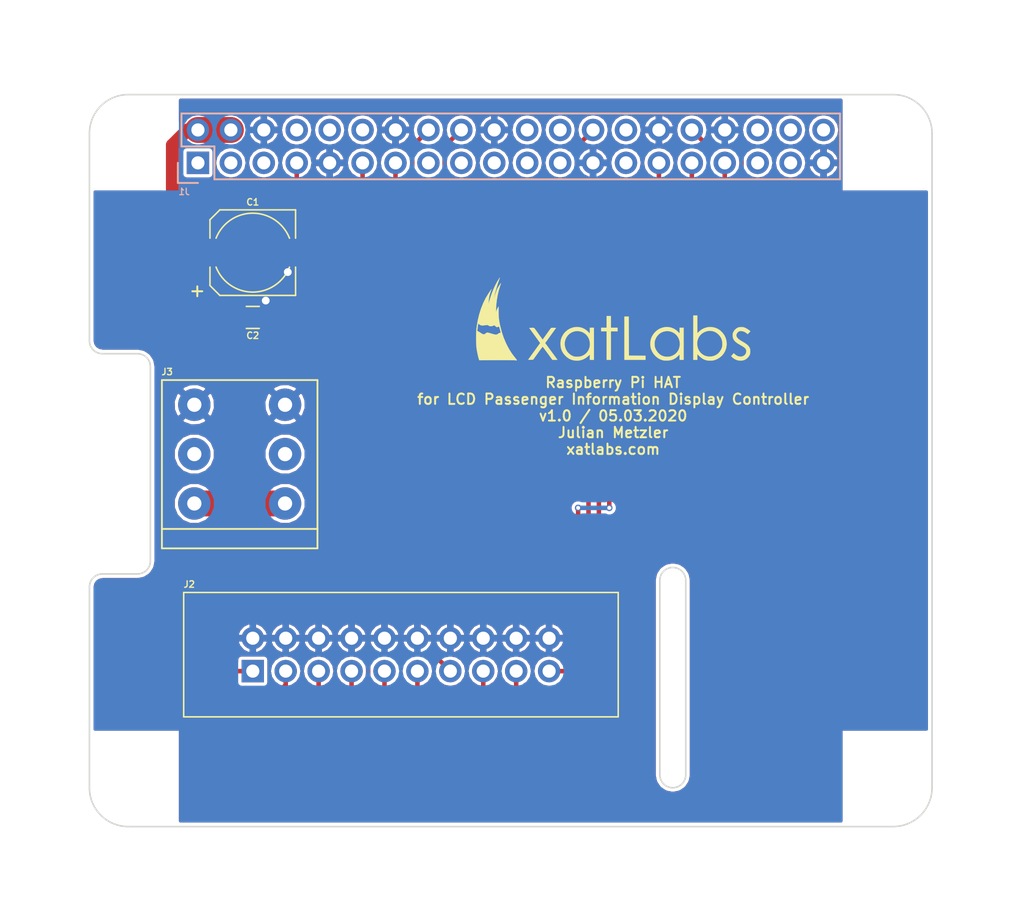
<source format=kicad_pcb>
(kicad_pcb (version 20171130) (host pcbnew "(6.0.0-rc1-dev-557-ge985f797c)")

  (general
    (thickness 1.6)
    (drawings 21)
    (tracks 125)
    (zones 0)
    (modules 10)
    (nets 34)
  )

  (page A4)
  (title_block
    (title "FIA Raspberry Pi HAT")
    (date 2020-03-05)
    (rev 1.0)
    (company xatLabs)
    (comment 1 "Julian Metzler")
  )

  (layers
    (0 F.Cu signal)
    (31 B.Cu signal)
    (32 B.Adhes user)
    (33 F.Adhes user)
    (34 B.Paste user)
    (35 F.Paste user)
    (36 B.SilkS user)
    (37 F.SilkS user)
    (38 B.Mask user)
    (39 F.Mask user)
    (40 Dwgs.User user)
    (41 Cmts.User user)
    (42 Eco1.User user)
    (43 Eco2.User user)
    (44 Edge.Cuts user)
    (45 Margin user)
    (46 B.CrtYd user)
    (47 F.CrtYd user)
    (48 B.Fab user)
    (49 F.Fab user)
  )

  (setup
    (last_trace_width 0.25)
    (user_trace_width 0.35)
    (user_trace_width 0.5)
    (user_trace_width 0.75)
    (user_trace_width 1)
    (user_trace_width 1.5)
    (user_trace_width 2)
    (trace_clearance 0.2)
    (zone_clearance 0.508)
    (zone_45_only no)
    (trace_min 0.2)
    (via_size 0.5)
    (via_drill 0.3)
    (via_min_size 0.4)
    (via_min_drill 0.3)
    (user_via 0.8 0.4)
    (user_via 1 0.6)
    (user_via 1.5 1)
    (uvia_size 0.3)
    (uvia_drill 0.1)
    (uvias_allowed no)
    (uvia_min_size 0.2)
    (uvia_min_drill 0.1)
    (edge_width 0.05)
    (segment_width 0.2)
    (pcb_text_width 0.3)
    (pcb_text_size 1.5 1.5)
    (mod_edge_width 0.12)
    (mod_text_size 1 1)
    (mod_text_width 0.15)
    (pad_size 1.524 1.524)
    (pad_drill 0.762)
    (pad_to_mask_clearance 0.051)
    (solder_mask_min_width 0.25)
    (aux_axis_origin 0 0)
    (visible_elements 7FFDFFFF)
    (pcbplotparams
      (layerselection 0x010f8_ffffffff)
      (usegerberextensions false)
      (usegerberattributes false)
      (usegerberadvancedattributes false)
      (creategerberjobfile false)
      (excludeedgelayer true)
      (linewidth 0.100000)
      (plotframeref false)
      (viasonmask false)
      (mode 1)
      (useauxorigin false)
      (hpglpennumber 1)
      (hpglpenspeed 20)
      (hpglpendiameter 15.000000)
      (psnegative false)
      (psa4output false)
      (plotreference true)
      (plotvalue true)
      (plotinvisibletext false)
      (padsonsilk false)
      (subtractmaskfromsilk false)
      (outputformat 1)
      (mirror false)
      (drillshape 0)
      (scaleselection 1)
      (outputdirectory "Gerber/"))
  )

  (net 0 "")
  (net 1 +5V)
  (net 2 GND)
  (net 3 "Net-(J1-Pad3)")
  (net 4 "Net-(J1-Pad5)")
  (net 5 BITMAP_CS)
  (net 6 "Net-(J1-Pad8)")
  (net 7 "Net-(J1-Pad10)")
  (net 8 CTRL_AUX1_IN)
  (net 9 "Net-(J1-Pad12)")
  (net 10 CTRL_AUX2_IN)
  (net 11 "Net-(J1-Pad15)")
  (net 12 CTRL_AUX1_OUT)
  (net 13 CTRL_AUX2_OUT)
  (net 14 "Net-(J1-Pad19)")
  (net 15 "Net-(J1-Pad21)")
  (net 16 "Net-(J1-Pad22)")
  (net 17 "Net-(J1-Pad23)")
  (net 18 "Net-(J1-Pad24)")
  (net 19 BITMAP_SCK)
  (net 20 "Net-(J1-Pad27)")
  (net 21 "Net-(J1-Pad28)")
  (net 22 BITMAP_MISO)
  (net 23 BITMAP_MOSI)
  (net 24 CTRL_RX)
  (net 25 CTRL_TX)
  (net 26 "Net-(J1-Pad35)")
  (net 27 "Net-(J1-Pad36)")
  (net 28 "Net-(J1-Pad37)")
  (net 29 "Net-(J1-Pad38)")
  (net 30 "Net-(J1-Pad40)")
  (net 31 "Net-(J3-Pad2)")
  (net 32 "Net-(J1-Pad1)")
  (net 33 "Net-(J1-Pad17)")

  (net_class Default "Dies ist die voreingestellte Netzklasse."
    (clearance 0.2)
    (trace_width 0.25)
    (via_dia 0.5)
    (via_drill 0.3)
    (uvia_dia 0.3)
    (uvia_drill 0.1)
    (add_net +5V)
    (add_net BITMAP_CS)
    (add_net BITMAP_MISO)
    (add_net BITMAP_MOSI)
    (add_net BITMAP_SCK)
    (add_net CTRL_AUX1_IN)
    (add_net CTRL_AUX1_OUT)
    (add_net CTRL_AUX2_IN)
    (add_net CTRL_AUX2_OUT)
    (add_net CTRL_RX)
    (add_net CTRL_TX)
    (add_net GND)
    (add_net "Net-(J1-Pad1)")
    (add_net "Net-(J1-Pad10)")
    (add_net "Net-(J1-Pad12)")
    (add_net "Net-(J1-Pad15)")
    (add_net "Net-(J1-Pad17)")
    (add_net "Net-(J1-Pad19)")
    (add_net "Net-(J1-Pad21)")
    (add_net "Net-(J1-Pad22)")
    (add_net "Net-(J1-Pad23)")
    (add_net "Net-(J1-Pad24)")
    (add_net "Net-(J1-Pad27)")
    (add_net "Net-(J1-Pad28)")
    (add_net "Net-(J1-Pad3)")
    (add_net "Net-(J1-Pad35)")
    (add_net "Net-(J1-Pad36)")
    (add_net "Net-(J1-Pad37)")
    (add_net "Net-(J1-Pad38)")
    (add_net "Net-(J1-Pad40)")
    (add_net "Net-(J1-Pad5)")
    (add_net "Net-(J1-Pad8)")
    (add_net "Net-(J3-Pad2)")
  )

  (module Mounting_Holes:MountingHole_3mm locked (layer F.Cu) (tedit 56D1B4CB) (tstamp 5E61A14A)
    (at 133.4 110.3)
    (descr "Mounting Hole 3mm, no annular")
    (tags "mounting hole 3mm no annular")
    (fp_text reference REF** (at 0 -4) (layer F.SilkS) hide
      (effects (font (size 0.5 0.5) (thickness 0.1)))
    )
    (fp_text value MountingHole_3mm (at 0 4) (layer F.Fab)
      (effects (font (size 1 1) (thickness 0.15)))
    )
    (fp_circle (center 0 0) (end 3 0) (layer Cmts.User) (width 0.15))
    (fp_circle (center 0 0) (end 3.25 0) (layer F.CrtYd) (width 0.05))
    (pad 1 np_thru_hole circle (at 0 0) (size 3 3) (drill 3) (layers *.Cu *.Mask))
  )

  (module Mounting_Holes:MountingHole_3mm locked (layer F.Cu) (tedit 56D1B4CB) (tstamp 5E61A156)
    (at 75.4 110.3)
    (descr "Mounting Hole 3mm, no annular")
    (tags "mounting hole 3mm no annular")
    (fp_text reference REF** (at 0 -4) (layer F.SilkS) hide
      (effects (font (size 0.5 0.5) (thickness 0.1)))
    )
    (fp_text value MountingHole_3mm (at 0 4) (layer F.Fab)
      (effects (font (size 1 1) (thickness 0.15)))
    )
    (fp_circle (center 0 0) (end 3.25 0) (layer F.CrtYd) (width 0.05))
    (fp_circle (center 0 0) (end 3 0) (layer Cmts.User) (width 0.15))
    (pad 1 np_thru_hole circle (at 0 0) (size 3 3) (drill 3) (layers *.Cu *.Mask))
  )

  (module Mounting_Holes:MountingHole_3mm locked (layer F.Cu) (tedit 56D1B4CB) (tstamp 5E61A13E)
    (at 133.4 61.3)
    (descr "Mounting Hole 3mm, no annular")
    (tags "mounting hole 3mm no annular")
    (fp_text reference REF** (at 0 -4) (layer F.SilkS) hide
      (effects (font (size 0.5 0.5) (thickness 0.1)))
    )
    (fp_text value MountingHole_3mm (at 0 4) (layer F.Fab)
      (effects (font (size 1 1) (thickness 0.15)))
    )
    (fp_circle (center 0 0) (end 3.25 0) (layer F.CrtYd) (width 0.05))
    (fp_circle (center 0 0) (end 3 0) (layer Cmts.User) (width 0.15))
    (pad 1 np_thru_hole circle (at 0 0) (size 3 3) (drill 3) (layers *.Cu *.Mask))
  )

  (module custom:Connector_DEGSON_DG246-3.81_3pin locked (layer F.Cu) (tedit 5E616FC1) (tstamp 5E61A87C)
    (at 86.99 81.24 270)
    (path /5E64D329)
    (fp_text reference J3 (at -2.54 9.59) (layer F.SilkS)
      (effects (font (size 0.5 0.5) (thickness 0.1)) (justify left))
    )
    (fp_text value Power (at 10.99 -3.5 270) (layer F.Fab)
      (effects (font (size 1 1) (thickness 0.15)) (justify right))
    )
    (fp_line (start 9.585 -2.5) (end 9.585 9.5) (layer F.SilkS) (width 0.14))
    (fp_line (start -1.905 9.5) (end -1.905 -2.5) (layer F.SilkS) (width 0.14))
    (fp_line (start 11.085 -2.5) (end 11.085 9.5) (layer F.SilkS) (width 0.14))
    (fp_line (start -2.1 -2.7) (end 11.29 -2.7) (layer F.CrtYd) (width 0.12))
    (fp_line (start 11.29 9.7) (end -2.1 9.7) (layer F.CrtYd) (width 0.12))
    (fp_line (start -2.1 9.7) (end -2.1 -2.7) (layer F.CrtYd) (width 0.12))
    (fp_line (start 11.29 -2.7) (end 11.29 9.7) (layer F.CrtYd) (width 0.12))
    (fp_line (start 9.585 -2.5) (end 11.085 -2.5) (layer F.SilkS) (width 0.14))
    (fp_line (start -1.905 -2.5) (end 9.585 -2.5) (layer F.SilkS) (width 0.14))
    (fp_line (start 11.085 9.5) (end 9.585 9.5) (layer F.SilkS) (width 0.14))
    (fp_line (start 9.585 9.5) (end -1.905 9.5) (layer F.SilkS) (width 0.14))
    (pad 3 thru_hole circle (at 7.62 7 270) (size 2.5 2.5) (drill 1.1) (layers *.Cu *.Mask)
      (net 1 +5V))
    (pad 1 thru_hole circle (at 0 7 270) (size 2.5 2.5) (drill 1.1) (layers *.Cu *.Mask)
      (net 2 GND))
    (pad 1 thru_hole circle (at 0 0 270) (size 2.5 2.5) (drill 1.1) (layers *.Cu *.Mask)
      (net 2 GND))
    (pad 2 thru_hole circle (at 3.81 0 270) (size 2.5 2.5) (drill 1.1) (layers *.Cu *.Mask)
      (net 31 "Net-(J3-Pad2)"))
    (pad 2 thru_hole circle (at 3.81 7 270) (size 2.5 2.5) (drill 1.1) (layers *.Cu *.Mask)
      (net 31 "Net-(J3-Pad2)"))
    (pad 3 thru_hole circle (at 7.62 0 270) (size 2.5 2.5) (drill 1.1) (layers *.Cu *.Mask)
      (net 1 +5V))
    (model "E:/Google Drive/Dokumente/Elektronik/Projekte/xatLabs Hardware/3D-Modelle/mors_3p.wrl"
      (offset (xyz 4 -3.5 0))
      (scale (xyz 0.9 1.3 1))
      (rotate (xyz 0 0 180))
    )
  )

  (module Connectors:IDC_Header_Straight_20pins locked (layer F.Cu) (tedit 0) (tstamp 5E61A774)
    (at 84.5 101.8)
    (descr "20 pins through hole IDC header")
    (tags "IDC header socket VASCH")
    (path /5E616A1A)
    (fp_text reference J2 (at -4.9 -6.7) (layer F.SilkS)
      (effects (font (size 0.5 0.5) (thickness 0.1)))
    )
    (fp_text value Control (at 11.43 5.223) (layer F.Fab)
      (effects (font (size 1 1) (thickness 0.15)))
    )
    (fp_line (start -5.08 -5.82) (end 27.94 -5.82) (layer F.Fab) (width 0.1))
    (fp_line (start -4.54 -5.27) (end 27.38 -5.27) (layer F.Fab) (width 0.1))
    (fp_line (start -5.08 3.28) (end 27.94 3.28) (layer F.Fab) (width 0.1))
    (fp_line (start -4.54 2.73) (end 9.18 2.73) (layer F.Fab) (width 0.1))
    (fp_line (start 13.68 2.73) (end 27.38 2.73) (layer F.Fab) (width 0.1))
    (fp_line (start 9.18 2.73) (end 9.18 3.28) (layer F.Fab) (width 0.1))
    (fp_line (start 13.68 2.73) (end 13.68 3.28) (layer F.Fab) (width 0.1))
    (fp_line (start -5.08 -5.82) (end -5.08 3.28) (layer F.Fab) (width 0.1))
    (fp_line (start -4.54 -5.27) (end -4.54 2.73) (layer F.Fab) (width 0.1))
    (fp_line (start 27.94 -5.82) (end 27.94 3.28) (layer F.Fab) (width 0.1))
    (fp_line (start 27.38 -5.27) (end 27.38 2.73) (layer F.Fab) (width 0.1))
    (fp_line (start -5.08 -5.82) (end -4.54 -5.27) (layer F.Fab) (width 0.1))
    (fp_line (start 27.94 -5.82) (end 27.38 -5.27) (layer F.Fab) (width 0.1))
    (fp_line (start -5.08 3.28) (end -4.54 2.73) (layer F.Fab) (width 0.1))
    (fp_line (start 27.94 3.28) (end 27.38 2.73) (layer F.Fab) (width 0.1))
    (fp_line (start -5.58 -6.32) (end 28.44 -6.32) (layer F.CrtYd) (width 0.05))
    (fp_line (start 28.44 -6.32) (end 28.44 3.78) (layer F.CrtYd) (width 0.05))
    (fp_line (start 28.44 3.78) (end -5.58 3.78) (layer F.CrtYd) (width 0.05))
    (fp_line (start -5.58 3.78) (end -5.58 -6.32) (layer F.CrtYd) (width 0.05))
    (fp_line (start -5.33 -6.07) (end 28.19 -6.07) (layer F.SilkS) (width 0.12))
    (fp_line (start 28.19 -6.07) (end 28.19 3.53) (layer F.SilkS) (width 0.12))
    (fp_line (start 28.19 3.53) (end -5.33 3.53) (layer F.SilkS) (width 0.12))
    (fp_line (start -5.33 3.53) (end -5.33 -6.07) (layer F.SilkS) (width 0.12))
    (pad 1 thru_hole rect (at 0 0) (size 1.7272 1.7272) (drill 1.016) (layers *.Cu *.Mask)
      (net 13 CTRL_AUX2_OUT))
    (pad 2 thru_hole oval (at 0 -2.54) (size 1.7272 1.7272) (drill 1.016) (layers *.Cu *.Mask)
      (net 2 GND))
    (pad 3 thru_hole oval (at 2.54 0) (size 1.7272 1.7272) (drill 1.016) (layers *.Cu *.Mask)
      (net 12 CTRL_AUX1_OUT))
    (pad 4 thru_hole oval (at 2.54 -2.54) (size 1.7272 1.7272) (drill 1.016) (layers *.Cu *.Mask)
      (net 2 GND))
    (pad 5 thru_hole oval (at 5.08 0) (size 1.7272 1.7272) (drill 1.016) (layers *.Cu *.Mask)
      (net 10 CTRL_AUX2_IN))
    (pad 6 thru_hole oval (at 5.08 -2.54) (size 1.7272 1.7272) (drill 1.016) (layers *.Cu *.Mask)
      (net 2 GND))
    (pad 7 thru_hole oval (at 7.62 0) (size 1.7272 1.7272) (drill 1.016) (layers *.Cu *.Mask)
      (net 8 CTRL_AUX1_IN))
    (pad 8 thru_hole oval (at 7.62 -2.54) (size 1.7272 1.7272) (drill 1.016) (layers *.Cu *.Mask)
      (net 2 GND))
    (pad 9 thru_hole oval (at 10.16 0) (size 1.7272 1.7272) (drill 1.016) (layers *.Cu *.Mask)
      (net 24 CTRL_RX))
    (pad 10 thru_hole oval (at 10.16 -2.54) (size 1.7272 1.7272) (drill 1.016) (layers *.Cu *.Mask)
      (net 2 GND))
    (pad 11 thru_hole oval (at 12.7 0) (size 1.7272 1.7272) (drill 1.016) (layers *.Cu *.Mask)
      (net 25 CTRL_TX))
    (pad 12 thru_hole oval (at 12.7 -2.54) (size 1.7272 1.7272) (drill 1.016) (layers *.Cu *.Mask)
      (net 2 GND))
    (pad 13 thru_hole oval (at 15.24 0) (size 1.7272 1.7272) (drill 1.016) (layers *.Cu *.Mask)
      (net 5 BITMAP_CS))
    (pad 14 thru_hole oval (at 15.24 -2.54) (size 1.7272 1.7272) (drill 1.016) (layers *.Cu *.Mask)
      (net 2 GND))
    (pad 15 thru_hole oval (at 17.78 0) (size 1.7272 1.7272) (drill 1.016) (layers *.Cu *.Mask)
      (net 22 BITMAP_MISO))
    (pad 16 thru_hole oval (at 17.78 -2.54) (size 1.7272 1.7272) (drill 1.016) (layers *.Cu *.Mask)
      (net 2 GND))
    (pad 17 thru_hole oval (at 20.32 0) (size 1.7272 1.7272) (drill 1.016) (layers *.Cu *.Mask)
      (net 19 BITMAP_SCK))
    (pad 18 thru_hole oval (at 20.32 -2.54) (size 1.7272 1.7272) (drill 1.016) (layers *.Cu *.Mask)
      (net 2 GND))
    (pad 19 thru_hole oval (at 22.86 0) (size 1.7272 1.7272) (drill 1.016) (layers *.Cu *.Mask)
      (net 23 BITMAP_MOSI))
    (pad 20 thru_hole oval (at 22.86 -2.54) (size 1.7272 1.7272) (drill 1.016) (layers *.Cu *.Mask)
      (net 2 GND))
    (model "E:/Google Drive/Dokumente/Elektronik/Projekte/xatLabs Hardware/3D-Modelle/vasch_strip_10x2.wrl"
      (offset (xyz 11.5 1.5 0))
      (scale (xyz 1 1 1))
      (rotate (xyz 0 0 0))
    )
  )

  (module Socket_Strips:Socket_Strip_Straight_2x20 locked (layer B.Cu) (tedit 0) (tstamp 5E619920)
    (at 80.27 62.57)
    (descr "Through hole socket strip")
    (tags "socket strip")
    (path /5E616966)
    (fp_text reference J1 (at -1.07 2.23) (layer B.SilkS)
      (effects (font (size 0.5 0.5) (thickness 0.1)) (justify mirror))
    )
    (fp_text value "Raspberry Pi" (at 0 3.1) (layer B.Fab)
      (effects (font (size 1 1) (thickness 0.15)) (justify mirror))
    )
    (fp_line (start -1.75 1.75) (end -1.75 -4.3) (layer B.CrtYd) (width 0.05))
    (fp_line (start 50.05 1.75) (end 50.05 -4.3) (layer B.CrtYd) (width 0.05))
    (fp_line (start -1.75 1.75) (end 50.05 1.75) (layer B.CrtYd) (width 0.05))
    (fp_line (start -1.75 -4.3) (end 50.05 -4.3) (layer B.CrtYd) (width 0.05))
    (fp_line (start 49.53 -3.81) (end -1.27 -3.81) (layer B.SilkS) (width 0.15))
    (fp_line (start 1.27 1.27) (end 49.53 1.27) (layer B.SilkS) (width 0.15))
    (fp_line (start 49.53 -3.81) (end 49.53 1.27) (layer B.SilkS) (width 0.15))
    (fp_line (start -1.27 -3.81) (end -1.27 -1.27) (layer B.SilkS) (width 0.15))
    (fp_line (start 0 1.55) (end -1.55 1.55) (layer B.SilkS) (width 0.15))
    (fp_line (start -1.27 -1.27) (end 1.27 -1.27) (layer B.SilkS) (width 0.15))
    (fp_line (start 1.27 -1.27) (end 1.27 1.27) (layer B.SilkS) (width 0.15))
    (fp_line (start -1.55 1.55) (end -1.55 0) (layer B.SilkS) (width 0.15))
    (pad 1 thru_hole rect (at 0 0) (size 1.7272 1.7272) (drill 1.016) (layers *.Cu *.Mask)
      (net 32 "Net-(J1-Pad1)"))
    (pad 2 thru_hole oval (at 0 -2.54) (size 1.7272 1.7272) (drill 1.016) (layers *.Cu *.Mask)
      (net 1 +5V))
    (pad 3 thru_hole oval (at 2.54 0) (size 1.7272 1.7272) (drill 1.016) (layers *.Cu *.Mask)
      (net 3 "Net-(J1-Pad3)"))
    (pad 4 thru_hole oval (at 2.54 -2.54) (size 1.7272 1.7272) (drill 1.016) (layers *.Cu *.Mask)
      (net 1 +5V))
    (pad 5 thru_hole oval (at 5.08 0) (size 1.7272 1.7272) (drill 1.016) (layers *.Cu *.Mask)
      (net 4 "Net-(J1-Pad5)"))
    (pad 6 thru_hole oval (at 5.08 -2.54) (size 1.7272 1.7272) (drill 1.016) (layers *.Cu *.Mask)
      (net 2 GND))
    (pad 7 thru_hole oval (at 7.62 0) (size 1.7272 1.7272) (drill 1.016) (layers *.Cu *.Mask)
      (net 5 BITMAP_CS))
    (pad 8 thru_hole oval (at 7.62 -2.54) (size 1.7272 1.7272) (drill 1.016) (layers *.Cu *.Mask)
      (net 6 "Net-(J1-Pad8)"))
    (pad 9 thru_hole oval (at 10.16 0) (size 1.7272 1.7272) (drill 1.016) (layers *.Cu *.Mask)
      (net 2 GND))
    (pad 10 thru_hole oval (at 10.16 -2.54) (size 1.7272 1.7272) (drill 1.016) (layers *.Cu *.Mask)
      (net 7 "Net-(J1-Pad10)"))
    (pad 11 thru_hole oval (at 12.7 0) (size 1.7272 1.7272) (drill 1.016) (layers *.Cu *.Mask)
      (net 8 CTRL_AUX1_IN))
    (pad 12 thru_hole oval (at 12.7 -2.54) (size 1.7272 1.7272) (drill 1.016) (layers *.Cu *.Mask)
      (net 9 "Net-(J1-Pad12)"))
    (pad 13 thru_hole oval (at 15.24 0) (size 1.7272 1.7272) (drill 1.016) (layers *.Cu *.Mask)
      (net 10 CTRL_AUX2_IN))
    (pad 14 thru_hole oval (at 15.24 -2.54) (size 1.7272 1.7272) (drill 1.016) (layers *.Cu *.Mask)
      (net 2 GND))
    (pad 15 thru_hole oval (at 17.78 0) (size 1.7272 1.7272) (drill 1.016) (layers *.Cu *.Mask)
      (net 11 "Net-(J1-Pad15)"))
    (pad 16 thru_hole oval (at 17.78 -2.54) (size 1.7272 1.7272) (drill 1.016) (layers *.Cu *.Mask)
      (net 12 CTRL_AUX1_OUT))
    (pad 17 thru_hole oval (at 20.32 0) (size 1.7272 1.7272) (drill 1.016) (layers *.Cu *.Mask)
      (net 33 "Net-(J1-Pad17)"))
    (pad 18 thru_hole oval (at 20.32 -2.54) (size 1.7272 1.7272) (drill 1.016) (layers *.Cu *.Mask)
      (net 13 CTRL_AUX2_OUT))
    (pad 19 thru_hole oval (at 22.86 0) (size 1.7272 1.7272) (drill 1.016) (layers *.Cu *.Mask)
      (net 14 "Net-(J1-Pad19)"))
    (pad 20 thru_hole oval (at 22.86 -2.54) (size 1.7272 1.7272) (drill 1.016) (layers *.Cu *.Mask)
      (net 2 GND))
    (pad 21 thru_hole oval (at 25.4 0) (size 1.7272 1.7272) (drill 1.016) (layers *.Cu *.Mask)
      (net 15 "Net-(J1-Pad21)"))
    (pad 22 thru_hole oval (at 25.4 -2.54) (size 1.7272 1.7272) (drill 1.016) (layers *.Cu *.Mask)
      (net 16 "Net-(J1-Pad22)"))
    (pad 23 thru_hole oval (at 27.94 0) (size 1.7272 1.7272) (drill 1.016) (layers *.Cu *.Mask)
      (net 17 "Net-(J1-Pad23)"))
    (pad 24 thru_hole oval (at 27.94 -2.54) (size 1.7272 1.7272) (drill 1.016) (layers *.Cu *.Mask)
      (net 18 "Net-(J1-Pad24)"))
    (pad 25 thru_hole oval (at 30.48 0) (size 1.7272 1.7272) (drill 1.016) (layers *.Cu *.Mask)
      (net 2 GND))
    (pad 26 thru_hole oval (at 30.48 -2.54) (size 1.7272 1.7272) (drill 1.016) (layers *.Cu *.Mask)
      (net 19 BITMAP_SCK))
    (pad 27 thru_hole oval (at 33.02 0) (size 1.7272 1.7272) (drill 1.016) (layers *.Cu *.Mask)
      (net 20 "Net-(J1-Pad27)"))
    (pad 28 thru_hole oval (at 33.02 -2.54) (size 1.7272 1.7272) (drill 1.016) (layers *.Cu *.Mask)
      (net 21 "Net-(J1-Pad28)"))
    (pad 29 thru_hole oval (at 35.56 0) (size 1.7272 1.7272) (drill 1.016) (layers *.Cu *.Mask)
      (net 22 BITMAP_MISO))
    (pad 30 thru_hole oval (at 35.56 -2.54) (size 1.7272 1.7272) (drill 1.016) (layers *.Cu *.Mask)
      (net 2 GND))
    (pad 31 thru_hole oval (at 38.1 0) (size 1.7272 1.7272) (drill 1.016) (layers *.Cu *.Mask)
      (net 23 BITMAP_MOSI))
    (pad 32 thru_hole oval (at 38.1 -2.54) (size 1.7272 1.7272) (drill 1.016) (layers *.Cu *.Mask)
      (net 24 CTRL_RX))
    (pad 33 thru_hole oval (at 40.64 0) (size 1.7272 1.7272) (drill 1.016) (layers *.Cu *.Mask)
      (net 25 CTRL_TX))
    (pad 34 thru_hole oval (at 40.64 -2.54) (size 1.7272 1.7272) (drill 1.016) (layers *.Cu *.Mask)
      (net 2 GND))
    (pad 35 thru_hole oval (at 43.18 0) (size 1.7272 1.7272) (drill 1.016) (layers *.Cu *.Mask)
      (net 26 "Net-(J1-Pad35)"))
    (pad 36 thru_hole oval (at 43.18 -2.54) (size 1.7272 1.7272) (drill 1.016) (layers *.Cu *.Mask)
      (net 27 "Net-(J1-Pad36)"))
    (pad 37 thru_hole oval (at 45.72 0) (size 1.7272 1.7272) (drill 1.016) (layers *.Cu *.Mask)
      (net 28 "Net-(J1-Pad37)"))
    (pad 38 thru_hole oval (at 45.72 -2.54) (size 1.7272 1.7272) (drill 1.016) (layers *.Cu *.Mask)
      (net 29 "Net-(J1-Pad38)"))
    (pad 39 thru_hole oval (at 48.26 0) (size 1.7272 1.7272) (drill 1.016) (layers *.Cu *.Mask)
      (net 2 GND))
    (pad 40 thru_hole oval (at 48.26 -2.54) (size 1.7272 1.7272) (drill 1.016) (layers *.Cu *.Mask)
      (net 30 "Net-(J1-Pad40)"))
    (model Socket_Strips.3dshapes/Socket_Strip_Straight_2x20.wrl
      (offset (xyz 24.12999963760376 -1.269999980926514 0))
      (scale (xyz 1 1 1))
      (rotate (xyz 0 0 180))
    )
  )

  (module Capacitors_SMD:C_0805 (layer F.Cu) (tedit 5415D6EA) (tstamp 5E6198E8)
    (at 84.5 74.5)
    (descr "Capacitor SMD 0805, reflow soldering, AVX (see smccp.pdf)")
    (tags "capacitor 0805")
    (path /5E646974)
    (attr smd)
    (fp_text reference C2 (at 0 1.4) (layer F.SilkS)
      (effects (font (size 0.5 0.5) (thickness 0.1)))
    )
    (fp_text value 10µ (at 0 2.1) (layer F.Fab)
      (effects (font (size 1 1) (thickness 0.15)))
    )
    (fp_line (start -1 0.625) (end -1 -0.625) (layer F.Fab) (width 0.1))
    (fp_line (start 1 0.625) (end -1 0.625) (layer F.Fab) (width 0.1))
    (fp_line (start 1 -0.625) (end 1 0.625) (layer F.Fab) (width 0.1))
    (fp_line (start -1 -0.625) (end 1 -0.625) (layer F.Fab) (width 0.1))
    (fp_line (start -1.8 -1) (end 1.8 -1) (layer F.CrtYd) (width 0.05))
    (fp_line (start -1.8 1) (end 1.8 1) (layer F.CrtYd) (width 0.05))
    (fp_line (start -1.8 -1) (end -1.8 1) (layer F.CrtYd) (width 0.05))
    (fp_line (start 1.8 -1) (end 1.8 1) (layer F.CrtYd) (width 0.05))
    (fp_line (start 0.5 -0.85) (end -0.5 -0.85) (layer F.SilkS) (width 0.12))
    (fp_line (start -0.5 0.85) (end 0.5 0.85) (layer F.SilkS) (width 0.12))
    (pad 1 smd rect (at -1 0) (size 1 1.25) (layers F.Cu F.Paste F.Mask)
      (net 1 +5V))
    (pad 2 smd rect (at 1 0) (size 1 1.25) (layers F.Cu F.Paste F.Mask)
      (net 2 GND))
    (model Capacitors_SMD.3dshapes/C_0805.wrl
      (at (xyz 0 0 0))
      (scale (xyz 1 1 1))
      (rotate (xyz 0 0 0))
    )
  )

  (module Capacitors_SMD:CP_Elec_6.3x7.7 (layer F.Cu) (tedit 57FA45E9) (tstamp 5E6198D8)
    (at 84.5 69.5)
    (descr "SMT capacitor, aluminium electrolytic, 6.3x7.7")
    (path /5E643D3A)
    (attr smd)
    (fp_text reference C1 (at 0 -3.9) (layer F.SilkS)
      (effects (font (size 0.5 0.5) (thickness 0.1)))
    )
    (fp_text value 100µ/35V (at 0 -4.4323) (layer F.Fab)
      (effects (font (size 1 1) (thickness 0.15)))
    )
    (fp_line (start 3.1496 3.1496) (end 3.1496 -3.1496) (layer F.Fab) (width 0.1))
    (fp_line (start -2.4765 3.1496) (end 3.1496 3.1496) (layer F.Fab) (width 0.1))
    (fp_line (start -3.1496 2.4765) (end -2.4765 3.1496) (layer F.Fab) (width 0.1))
    (fp_line (start -3.1496 -2.4765) (end -3.1496 2.4765) (layer F.Fab) (width 0.1))
    (fp_line (start -2.4765 -3.1496) (end -3.1496 -2.4765) (layer F.Fab) (width 0.1))
    (fp_line (start 3.1496 -3.1496) (end -2.4765 -3.1496) (layer F.Fab) (width 0.1))
    (fp_text user + (at -1.7272 -0.0762) (layer F.Fab)
      (effects (font (size 1 1) (thickness 0.15)))
    )
    (fp_arc (start 0 0) (end 2.8321 1.1176) (angle 136.9770428) (layer F.SilkS) (width 0.12))
    (fp_arc (start 0 0) (end -2.8321 -1.1176) (angle 136.9770428) (layer F.SilkS) (width 0.12))
    (fp_line (start -3.302 2.54) (end -3.302 1.1176) (layer F.SilkS) (width 0.12))
    (fp_line (start 3.302 3.302) (end 3.302 1.1176) (layer F.SilkS) (width 0.12))
    (fp_line (start 3.302 -3.302) (end 3.302 -1.1176) (layer F.SilkS) (width 0.12))
    (fp_line (start -3.302 -2.54) (end -3.302 -1.1176) (layer F.SilkS) (width 0.12))
    (fp_text user + (at -4.2799 2.9083) (layer F.SilkS)
      (effects (font (size 1 1) (thickness 0.15)))
    )
    (fp_line (start 4.85 -3.55) (end -4.85 -3.55) (layer F.CrtYd) (width 0.05))
    (fp_line (start -4.85 -3.55) (end -4.85 3.55) (layer F.CrtYd) (width 0.05))
    (fp_line (start -4.85 3.55) (end 4.85 3.55) (layer F.CrtYd) (width 0.05))
    (fp_line (start 4.85 3.55) (end 4.85 -3.55) (layer F.CrtYd) (width 0.05))
    (fp_line (start 3.302 3.302) (end -2.54 3.302) (layer F.SilkS) (width 0.12))
    (fp_line (start -2.54 3.302) (end -3.302 2.54) (layer F.SilkS) (width 0.12))
    (fp_line (start -3.302 -2.54) (end -2.54 -3.302) (layer F.SilkS) (width 0.12))
    (fp_line (start -2.54 -3.302) (end 3.302 -3.302) (layer F.SilkS) (width 0.12))
    (pad 1 smd rect (at -2.7 0 180) (size 3.5 1.6) (layers F.Cu F.Paste F.Mask)
      (net 1 +5V))
    (pad 2 smd rect (at 2.7 0 180) (size 3.5 1.6) (layers F.Cu F.Paste F.Mask)
      (net 2 GND))
    (model Capacitors_SMD.3dshapes/CP_Elec_6.3x7.7.wrl
      (at (xyz 0 0 0))
      (scale (xyz 1 1 1))
      (rotate (xyz 0 0 180))
    )
  )

  (module Mounting_Holes:MountingHole_3mm locked (layer F.Cu) (tedit 56D1B4CB) (tstamp 5E61A13C)
    (at 75.4 61.3)
    (descr "Mounting Hole 3mm, no annular")
    (tags "mounting hole 3mm no annular")
    (fp_text reference REF** (at 0 -4) (layer F.SilkS) hide
      (effects (font (size 0.5 0.5) (thickness 0.1)))
    )
    (fp_text value MountingHole_3mm (at 0 4) (layer F.Fab)
      (effects (font (size 1 1) (thickness 0.15)))
    )
    (fp_circle (center 0 0) (end 3 0) (layer Cmts.User) (width 0.15))
    (fp_circle (center 0 0) (end 3.25 0) (layer F.CrtYd) (width 0.05))
    (pad 1 np_thru_hole circle (at 0 0) (size 3 3) (drill 3) (layers *.Cu *.Mask))
  )

  (module custom:xatLabs_small (layer F.Cu) (tedit 0) (tstamp 5E620EB2)
    (at 112.3 74.6)
    (fp_text reference G*** (at 0 0) (layer F.SilkS) hide
      (effects (font (size 1.524 1.524) (thickness 0.3)))
    )
    (fp_text value LOGO (at 0.75 0) (layer F.SilkS) hide
      (effects (font (size 1.524 1.524) (thickness 0.3)))
    )
    (fp_poly (pts (xy 1.21165 1.338792) (xy 1.217083 2.846917) (xy 2.497667 2.858121) (xy 2.497667 3.175)
      (xy 0.867833 3.175) (xy 0.867833 -0.169333) (xy 1.037025 -0.169333) (xy 1.206218 -0.169334)
      (xy 1.21165 1.338792)) (layer F.SilkS) (width 0.01))
    (fp_poly (pts (xy -0.169333 0.6985) (xy 0.338667 0.6985) (xy 0.338667 0.973667) (xy -0.169333 0.973667)
      (xy -0.169333 3.175) (xy -0.508 3.175) (xy -0.508 0.973667) (xy -0.931333 0.973667)
      (xy -0.931333 0.6985) (xy -0.508 0.6985) (xy -0.508 -0.211667) (xy -0.169333 -0.211667)
      (xy -0.169333 0.6985)) (layer F.SilkS) (width 0.01))
    (fp_poly (pts (xy -6.152262 0.701847) (xy -6.11135 0.704962) (xy -6.106558 0.706164) (xy -6.086626 0.725832)
      (xy -6.047023 0.774315) (xy -5.992299 0.84571) (xy -5.927005 0.934114) (xy -5.873354 1.008702)
      (xy -5.793612 1.120482) (xy -5.712337 1.233869) (xy -5.636965 1.338522) (xy -5.574933 1.424104)
      (xy -5.551383 1.456322) (xy -5.437884 1.610894) (xy -5.129871 1.181155) (xy -5.043994 1.061689)
      (xy -4.965237 0.952786) (xy -4.897267 0.859467) (xy -4.843753 0.786751) (xy -4.808364 0.739657)
      (xy -4.795837 0.724081) (xy -4.763916 0.70948) (xy -4.700269 0.702435) (xy -4.600128 0.702466)
      (xy -4.585679 0.702914) (xy -4.401542 0.709083) (xy -4.553934 0.92075) (xy -4.614861 1.005332)
      (xy -4.693742 1.114776) (xy -4.783754 1.239619) (xy -4.878075 1.370396) (xy -4.96988 1.497646)
      (xy -4.975316 1.50518) (xy -5.244307 1.877943) (xy -4.832529 2.436513) (xy -4.730055 2.575655)
      (xy -4.632957 2.707757) (xy -4.544809 2.827937) (xy -4.469182 2.931316) (xy -4.40965 3.013013)
      (xy -4.369785 3.068149) (xy -4.357775 3.085042) (xy -4.2948 3.175) (xy -4.491608 3.174387)
      (xy -4.688417 3.173775) (xy -5.057744 2.666024) (xy -5.151333 2.538225) (xy -5.237221 2.422597)
      (xy -5.312212 2.323313) (xy -5.373112 2.244542) (xy -5.416724 2.190455) (xy -5.439854 2.165223)
      (xy -5.442421 2.163928) (xy -5.458256 2.181915) (xy -5.495486 2.22998) (xy -5.550877 2.303771)
      (xy -5.621197 2.398935) (xy -5.70321 2.511117) (xy -5.793685 2.635966) (xy -5.816061 2.667)
      (xy -6.174352 3.164417) (xy -6.369764 3.170526) (xy -6.470341 3.171739) (xy -6.530585 3.167693)
      (xy -6.552184 3.158234) (xy -6.551275 3.154143) (xy -6.536056 3.132359) (xy -6.498868 3.080273)
      (xy -6.442575 3.001865) (xy -6.370044 2.901115) (xy -6.284139 2.782003) (xy -6.187727 2.648509)
      (xy -6.084159 2.505288) (xy -5.630945 1.878926) (xy -5.670716 1.823171) (xy -5.692846 1.792393)
      (xy -5.736381 1.732058) (xy -5.797902 1.646897) (xy -5.873988 1.541643) (xy -5.961218 1.421028)
      (xy -6.056174 1.289784) (xy -6.093469 1.23825) (xy -6.476451 0.709083) (xy -6.30387 0.702879)
      (xy -6.220398 0.701087) (xy -6.152262 0.701847)) (layer F.SilkS) (width 0.01))
    (fp_poly (pts (xy 9.981246 0.648256) (xy 10.053181 0.656471) (xy 10.118401 0.674949) (xy 10.194671 0.707425)
      (xy 10.211257 0.715194) (xy 10.280618 0.751812) (xy 10.358431 0.798875) (xy 10.436045 0.850337)
      (xy 10.504809 0.900155) (xy 10.556071 0.942283) (xy 10.581179 0.970677) (xy 10.582332 0.974462)
      (xy 10.568882 0.99386) (xy 10.532593 1.034031) (xy 10.481184 1.086451) (xy 10.478736 1.088865)
      (xy 10.374139 1.19189) (xy 10.294912 1.122327) (xy 10.183316 1.043305) (xy 10.05921 0.987043)
      (xy 9.932284 0.955788) (xy 9.812227 0.951785) (xy 9.708729 0.977279) (xy 9.695803 0.98349)
      (xy 9.615505 1.043279) (xy 9.550737 1.125249) (xy 9.51378 1.213566) (xy 9.51252 1.219748)
      (xy 9.508042 1.310358) (xy 9.531524 1.396398) (xy 9.585502 1.480845) (xy 9.672512 1.566677)
      (xy 9.79509 1.656872) (xy 9.955772 1.754408) (xy 9.978936 1.767417) (xy 10.150691 1.868854)
      (xy 10.286453 1.962466) (xy 10.390916 2.052109) (xy 10.468776 2.141641) (xy 10.507192 2.201333)
      (xy 10.538334 2.260059) (xy 10.557684 2.310358) (xy 10.568005 2.365631) (xy 10.572059 2.439279)
      (xy 10.572648 2.518833) (xy 10.571155 2.619131) (xy 10.565166 2.690511) (xy 10.552233 2.746337)
      (xy 10.529909 2.799975) (xy 10.516275 2.826716) (xy 10.426758 2.959522) (xy 10.311211 3.074917)
      (xy 10.181532 3.161373) (xy 10.16 3.171874) (xy 10.031738 3.21337) (xy 9.88275 3.233422)
      (xy 9.729231 3.231298) (xy 9.587376 3.206265) (xy 9.563051 3.19885) (xy 9.379416 3.119776)
      (xy 9.227782 3.013964) (xy 9.18087 2.969294) (xy 9.101323 2.887113) (xy 9.202046 2.774655)
      (xy 9.30277 2.662198) (xy 9.387427 2.740459) (xy 9.522981 2.841847) (xy 9.666739 2.904511)
      (xy 9.814782 2.927146) (xy 9.921007 2.91808) (xy 10.045461 2.875967) (xy 10.147382 2.803713)
      (xy 10.221495 2.707368) (xy 10.262527 2.59298) (xy 10.269078 2.518956) (xy 10.263123 2.440228)
      (xy 10.243719 2.371716) (xy 10.206575 2.308891) (xy 10.1474 2.24722) (xy 10.061901 2.182173)
      (xy 9.945789 2.10922) (xy 9.805911 2.029945) (xy 9.624001 1.922246) (xy 9.480342 1.818698)
      (xy 9.371667 1.715184) (xy 9.29471 1.607587) (xy 9.246204 1.491789) (xy 9.222881 1.363674)
      (xy 9.219623 1.291044) (xy 9.222231 1.194911) (xy 9.234153 1.12125) (xy 9.259427 1.05053)
      (xy 9.2772 1.01248) (xy 9.366238 0.876519) (xy 9.485671 0.763742) (xy 9.607076 0.691579)
      (xy 9.67749 0.666073) (xy 9.757867 0.651917) (xy 9.862885 0.646732) (xy 9.884833 0.64657)
      (xy 9.981246 0.648256)) (layer F.SilkS) (width 0.01))
    (fp_poly (pts (xy 6.498167 1.112041) (xy 6.635545 0.980611) (xy 6.808126 0.84308) (xy 6.998337 0.740568)
      (xy 7.200859 0.673264) (xy 7.41037 0.641357) (xy 7.621552 0.645035) (xy 7.829084 0.684488)
      (xy 8.027646 0.759904) (xy 8.211919 0.871472) (xy 8.275955 0.922415) (xy 8.450783 1.096783)
      (xy 8.586765 1.287604) (xy 8.683613 1.494218) (xy 8.741039 1.715962) (xy 8.758753 1.952175)
      (xy 8.756416 2.02336) (xy 8.723101 2.253157) (xy 8.651326 2.468832) (xy 8.543731 2.666421)
      (xy 8.402954 2.841958) (xy 8.231632 2.99148) (xy 8.03275 3.110855) (xy 7.937195 3.152706)
      (xy 7.837326 3.189001) (xy 7.751929 3.213049) (xy 7.737821 3.215876) (xy 7.602175 3.232071)
      (xy 7.454954 3.236093) (xy 7.312908 3.22825) (xy 7.192791 3.208852) (xy 7.179856 3.205551)
      (xy 7.017126 3.149464) (xy 6.871142 3.070718) (xy 6.729825 2.962169) (xy 6.662208 2.899434)
      (xy 6.498167 2.739788) (xy 6.498167 3.175) (xy 6.180667 3.175) (xy 6.180667 1.997953)
      (xy 6.484739 1.997953) (xy 6.493708 2.079629) (xy 6.542301 2.280807) (xy 6.625144 2.461137)
      (xy 6.739402 2.617158) (xy 6.88224 2.74541) (xy 7.050822 2.842431) (xy 7.149294 2.879897)
      (xy 7.288947 2.909682) (xy 7.447461 2.91972) (xy 7.606235 2.909971) (xy 7.744356 2.881122)
      (xy 7.927491 2.804671) (xy 8.083531 2.696967) (xy 8.214491 2.556214) (xy 8.32239 2.380612)
      (xy 8.335074 2.354614) (xy 8.373061 2.270215) (xy 8.397032 2.200927) (xy 8.410839 2.130267)
      (xy 8.418333 2.04175) (xy 8.420841 1.987522) (xy 8.415867 1.790831) (xy 8.381737 1.618793)
      (xy 8.315182 1.462563) (xy 8.212933 1.313299) (xy 8.141761 1.232515) (xy 7.991 1.101816)
      (xy 7.822358 1.007469) (xy 7.640685 0.950902) (xy 7.450827 0.933543) (xy 7.257636 0.956822)
      (xy 7.229296 0.963743) (xy 7.032143 1.035154) (xy 6.861393 1.137863) (xy 6.719362 1.268359)
      (xy 6.608365 1.423129) (xy 6.530719 1.59866) (xy 6.488738 1.791439) (xy 6.484739 1.997953)
      (xy 6.180667 1.997953) (xy 6.180667 -0.254) (xy 6.498167 -0.254) (xy 6.498167 1.112041)) (layer F.SilkS) (width 0.01))
    (fp_poly (pts (xy 4.258582 0.642453) (xy 4.468572 0.682238) (xy 4.668382 0.760002) (xy 4.853596 0.875008)
      (xy 4.981343 0.986331) (xy 5.122333 1.127321) (xy 5.122333 0.6985) (xy 5.439833 0.6985)
      (xy 5.439833 3.175) (xy 5.122333 3.175) (xy 5.122333 2.766123) (xy 4.990042 2.892761)
      (xy 4.834852 3.024729) (xy 4.679252 3.120354) (xy 4.513279 3.183832) (xy 4.326974 3.219362)
      (xy 4.191 3.229428) (xy 4.018172 3.229482) (xy 3.876658 3.21566) (xy 3.837003 3.207905)
      (xy 3.640331 3.142035) (xy 3.455112 3.039115) (xy 3.286206 2.903913) (xy 3.138475 2.741196)
      (xy 3.016778 2.555732) (xy 2.925975 2.352287) (xy 2.907892 2.296583) (xy 2.881201 2.166437)
      (xy 2.868668 2.012061) (xy 2.869541 1.91473) (xy 3.197793 1.91473) (xy 3.200963 2.001141)
      (xy 3.208576 2.10582) (xy 3.221417 2.185876) (xy 3.243774 2.259011) (xy 3.279935 2.342926)
      (xy 3.287801 2.359616) (xy 3.369753 2.501221) (xy 3.473566 2.633382) (xy 3.589432 2.745128)
      (xy 3.701117 2.822047) (xy 3.880568 2.896721) (xy 4.072561 2.934972) (xy 4.267286 2.935572)
      (xy 4.409158 2.910593) (xy 4.602912 2.839882) (xy 4.770786 2.737076) (xy 4.910444 2.60526)
      (xy 5.019553 2.447521) (xy 5.095775 2.266945) (xy 5.136776 2.06662) (xy 5.1435 1.940155)
      (xy 5.123969 1.739791) (xy 5.067944 1.554319) (xy 4.979271 1.387323) (xy 4.8618 1.242387)
      (xy 4.719379 1.123095) (xy 4.555856 1.033031) (xy 4.37508 0.975778) (xy 4.180899 0.95492)
      (xy 4.089305 0.958435) (xy 3.892803 0.995238) (xy 3.712098 1.069317) (xy 3.551403 1.177227)
      (xy 3.414933 1.315525) (xy 3.306901 1.480769) (xy 3.23551 1.656061) (xy 3.212364 1.743252)
      (xy 3.200382 1.823572) (xy 3.197793 1.91473) (xy 2.869541 1.91473) (xy 2.87013 1.849063)
      (xy 2.885425 1.693051) (xy 2.914391 1.559633) (xy 2.915592 1.55575) (xy 3.000942 1.351339)
      (xy 3.121993 1.161379) (xy 3.272906 0.99256) (xy 3.447845 0.851568) (xy 3.611682 0.758312)
      (xy 3.825722 0.679755) (xy 4.042827 0.64138) (xy 4.258582 0.642453)) (layer F.SilkS) (width 0.01))
    (fp_poly (pts (xy -2.606512 0.649865) (xy -2.39698 0.701885) (xy -2.200957 0.793519) (xy -2.020323 0.924221)
      (xy -1.953287 0.986831) (xy -1.799167 1.140951) (xy -1.799167 0.6985) (xy -1.481667 0.6985)
      (xy -1.481667 3.175) (xy -1.799167 3.175) (xy -1.799167 2.769083) (xy -1.937219 2.895582)
      (xy -2.123937 3.039594) (xy -2.326284 3.145311) (xy -2.540769 3.211854) (xy -2.763901 3.238347)
      (xy -2.99219 3.223909) (xy -3.129253 3.19548) (xy -3.287197 3.142644) (xy -3.430309 3.068326)
      (xy -3.569242 2.966082) (xy -3.68544 2.85895) (xy -3.836058 2.685062) (xy -3.947125 2.500385)
      (xy -4.020436 2.300568) (xy -4.05779 2.081262) (xy -4.061963 1.983471) (xy -3.740252 1.983471)
      (xy -3.737946 2.015594) (xy -3.700492 2.214573) (xy -3.627561 2.399266) (xy -3.523081 2.564918)
      (xy -3.390978 2.706774) (xy -3.235179 2.820077) (xy -3.059612 2.900075) (xy -2.990882 2.920167)
      (xy -2.896159 2.933462) (xy -2.776811 2.935454) (xy -2.648711 2.927162) (xy -2.527733 2.909608)
      (xy -2.430614 2.884126) (xy -2.248388 2.796672) (xy -2.09228 2.676238) (xy -1.964376 2.524694)
      (xy -1.893386 2.402417) (xy -1.824797 2.222024) (xy -1.79389 2.03318) (xy -1.799579 1.828833)
      (xy -1.801901 1.809019) (xy -1.846006 1.613433) (xy -1.924666 1.437501) (xy -2.033544 1.284164)
      (xy -2.1683 1.156363) (xy -2.324597 1.057039) (xy -2.498095 0.989131) (xy -2.684456 0.955581)
      (xy -2.879342 0.959329) (xy -3.017095 0.985351) (xy -3.194694 1.052622) (xy -3.353944 1.154165)
      (xy -3.490995 1.28448) (xy -3.601999 1.438069) (xy -3.683109 1.60943) (xy -3.730476 1.793064)
      (xy -3.740252 1.983471) (xy -4.061963 1.983471) (xy -4.063687 1.943083) (xy -4.05813 1.782534)
      (xy -4.038227 1.645401) (xy -4.000043 1.514068) (xy -3.939639 1.370919) (xy -3.932398 1.35564)
      (xy -3.821005 1.169637) (xy -3.676862 1.003935) (xy -3.506436 0.863632) (xy -3.316195 0.753826)
      (xy -3.112606 0.679615) (xy -3.058583 0.666843) (xy -2.827673 0.638003) (xy -2.606512 0.649865)) (layer F.SilkS) (width 0.01))
    (fp_poly (pts (xy -8.73945 -3.166008) (xy -8.749789 -3.126666) (xy -8.775379 -3.053098) (xy -8.796619 -2.994994)
      (xy -8.845318 -2.857481) (xy -8.895395 -2.70671) (xy -8.945298 -2.548313) (xy -8.993473 -2.387925)
      (xy -9.038369 -2.231178) (xy -9.078431 -2.083705) (xy -9.112109 -1.95114) (xy -9.137848 -1.839116)
      (xy -9.154096 -1.753265) (xy -9.159302 -1.699221) (xy -9.157384 -1.68614) (xy -9.148549 -1.681812)
      (xy -9.145671 -1.699016) (xy -9.137211 -1.744358) (xy -9.116445 -1.819474) (xy -9.086646 -1.914775)
      (xy -9.051087 -2.020674) (xy -9.013042 -2.127581) (xy -8.975784 -2.225908) (xy -8.942584 -2.306066)
      (xy -8.927249 -2.338917) (xy -8.896501 -2.394502) (xy -8.85328 -2.465087) (xy -8.803245 -2.542341)
      (xy -8.752056 -2.617929) (xy -8.705371 -2.68352) (xy -8.668848 -2.730782) (xy -8.648146 -2.751382)
      (xy -8.646941 -2.751667) (xy -8.651048 -2.732871) (xy -8.666638 -2.681347) (xy -8.691404 -2.604391)
      (xy -8.723035 -2.509299) (xy -8.732341 -2.481792) (xy -8.827444 -2.163802) (xy -8.907351 -1.819209)
      (xy -8.96959 -1.461787) (xy -9.011693 -1.105306) (xy -9.029382 -0.8255) (xy -9.04038 -0.518583)
      (xy -8.996339 -0.64132) (xy -8.961027 -0.727597) (xy -8.918768 -0.814324) (xy -8.894691 -0.85661)
      (xy -8.837083 -0.949165) (xy -8.836676 -0.543374) (xy -8.834065 -0.341876) (xy -8.825688 -0.162881)
      (xy -8.810076 0.006272) (xy -8.78576 0.178246) (xy -8.751272 0.3657) (xy -8.707336 0.5715)
      (xy -8.590986 1.023341) (xy -8.448466 1.450476) (xy -8.275819 1.864234) (xy -8.200947 2.021417)
      (xy -8.009725 2.377071) (xy -7.801191 2.700858) (xy -7.580917 2.988151) (xy -7.506465 3.080013)
      (xy -7.458696 3.145099) (xy -7.435114 3.187302) (xy -7.433224 3.210516) (xy -7.436161 3.214078)
      (xy -7.477369 3.223157) (xy -7.49793 3.214995) (xy -7.526547 3.21093) (xy -7.595531 3.207454)
      (xy -7.70292 3.204586) (xy -7.846752 3.202347) (xy -8.025065 3.200756) (xy -8.235897 3.199832)
      (xy -8.477285 3.199595) (xy -8.747267 3.200064) (xy -8.931811 3.200734) (xy -10.32946 3.20675)
      (xy -10.360675 3.1115) (xy -10.394863 2.99465) (xy -10.43146 2.848138) (xy -10.467762 2.684324)
      (xy -10.501069 2.51557) (xy -10.528677 2.354236) (xy -10.534191 2.31775) (xy -10.549852 2.177847)
      (xy -10.56155 2.004971) (xy -10.569288 1.808294) (xy -10.573073 1.596989) (xy -10.572908 1.380231)
      (xy -10.568798 1.167192) (xy -10.560749 0.967045) (xy -10.557779 0.922914) (xy -10.4775 0.922914)
      (xy -10.459624 0.950296) (xy -10.415049 0.979671) (xy -10.398125 0.987379) (xy -10.33803 1.018112)
      (xy -10.263441 1.064312) (xy -10.205486 1.105016) (xy -10.111974 1.164359) (xy -10.027579 1.197556)
      (xy -10.008457 1.201171) (xy -9.949113 1.203968) (xy -9.904522 1.187685) (xy -9.857138 1.148288)
      (xy -9.802102 1.10178) (xy -9.750698 1.076273) (xy -9.691945 1.070493) (xy -9.614861 1.083164)
      (xy -9.520889 1.109244) (xy -9.362536 1.156365) (xy -9.238533 1.191011) (xy -9.142936 1.213685)
      (xy -9.069802 1.224892) (xy -9.013187 1.225136) (xy -8.967145 1.214923) (xy -8.925735 1.194757)
      (xy -8.883012 1.165143) (xy -8.880938 1.163578) (xy -8.822033 1.126162) (xy -8.768319 1.103632)
      (xy -8.749895 1.100667) (xy -8.706089 1.091566) (xy -8.687868 1.077803) (xy -8.687232 1.049049)
      (xy -8.696509 0.989053) (xy -8.713977 0.907273) (xy -8.732196 0.834386) (xy -8.759001 0.736351)
      (xy -8.779456 0.67239) (xy -8.797007 0.635393) (xy -8.815099 0.618249) (xy -8.837179 0.613848)
      (xy -8.839078 0.613833) (xy -8.882604 0.622138) (xy -8.900583 0.635) (xy -8.935214 0.655663)
      (xy -8.989018 0.643419) (xy -9.056698 0.599901) (xy -9.080547 0.579523) (xy -9.165382 0.502879)
      (xy -9.275004 0.550037) (xy -9.397543 0.584582) (xy -9.509556 0.57861) (xy -9.609972 0.532193)
      (xy -9.615767 0.528003) (xy -9.645834 0.507366) (xy -9.674689 0.495142) (xy -9.712082 0.490622)
      (xy -9.767763 0.493098) (xy -9.851483 0.501859) (xy -9.898813 0.507416) (xy -10.019565 0.519834)
      (xy -10.109042 0.522884) (xy -10.17758 0.514978) (xy -10.235518 0.494527) (xy -10.293191 0.459942)
      (xy -10.316579 0.443211) (xy -10.365908 0.408813) (xy -10.398984 0.389282) (xy -10.406338 0.387449)
      (xy -10.411202 0.409391) (xy -10.419814 0.463578) (xy -10.430872 0.540224) (xy -10.443076 0.629544)
      (xy -10.455125 0.72175) (xy -10.46572 0.807058) (xy -10.473558 0.87568) (xy -10.47734 0.917831)
      (xy -10.4775 0.922914) (xy -10.557779 0.922914) (xy -10.548764 0.788964) (xy -10.533328 0.645583)
      (xy -10.44811 0.143493) (xy -10.334113 -0.334821) (xy -10.192069 -0.787285) (xy -10.022709 -1.211825)
      (xy -9.826767 -1.606368) (xy -9.615276 -1.953583) (xy -9.52613 -2.08516) (xy -9.458664 -2.182261)
      (xy -9.41193 -2.246185) (xy -9.384978 -2.278233) (xy -9.376833 -2.280395) (xy -9.383977 -2.256978)
      (xy -9.403162 -2.203397) (xy -9.43102 -2.128918) (xy -9.449069 -2.081749) (xy -9.523829 -1.854987)
      (xy -9.572272 -1.625454) (xy -9.597976 -1.375994) (xy -9.598632 -1.364446) (xy -9.610249 -1.153583)
      (xy -9.534587 -1.428565) (xy -9.476121 -1.621014) (xy -9.184662 -1.621014) (xy -9.180771 -1.593561)
      (xy -9.173545 -1.593233) (xy -9.168492 -1.621562) (xy -9.171874 -1.633802) (xy -9.181273 -1.64182)
      (xy -9.184662 -1.621014) (xy -9.476121 -1.621014) (xy -9.443283 -1.7291) (xy -9.335205 -2.03153)
      (xy -9.21448 -2.326133) (xy -9.085237 -2.603185) (xy -8.951604 -2.852962) (xy -8.878538 -2.973917)
      (xy -8.813906 -3.075077) (xy -8.770112 -3.140573) (xy -8.745759 -3.170763) (xy -8.73945 -3.166008)) (layer F.SilkS) (width 0.01))
  )

  (gr_text "Raspberry Pi HAT\nfor LCD Passenger Information Display Controller\nv1.0 / 05.03.2020\nJulian Metzler\nxatlabs.com" (at 112.3 82.1) (layer F.SilkS)
    (effects (font (size 0.8 0.8) (thickness 0.15)))
  )
  (gr_arc (start 116.9 94.8) (end 117.9 94.8) (angle -180) (layer Edge.Cuts) (width 0.12))
  (gr_arc (start 116.9 109.8) (end 115.9 109.8) (angle -180) (layer Edge.Cuts) (width 0.12))
  (gr_line (start 117.9 94.8) (end 117.9 109.8) (layer Edge.Cuts) (width 0.12))
  (gr_line (start 115.9 94.8) (end 115.9 109.8) (layer Edge.Cuts) (width 0.12))
  (gr_line (start 76.601286 78.3) (end 76.601286 93.3) (layer Edge.Cuts) (width 0.12))
  (gr_line (start 72.9 77.3) (end 75.601286 77.3) (layer Edge.Cuts) (width 0.12))
  (gr_line (start 75.601286 94.3) (end 72.9 94.3) (layer Edge.Cuts) (width 0.12))
  (gr_line (start 71.9 95.3) (end 71.9 110.8) (layer Edge.Cuts) (width 0.12))
  (gr_arc (start 74.9 110.8) (end 71.9 110.8) (angle -90) (layer Edge.Cuts) (width 0.12))
  (gr_line (start 74.9 57.3) (end 133.9 57.3) (layer Edge.Cuts) (width 0.12))
  (gr_arc (start 74.9 60.3) (end 74.9 57.3) (angle -90) (layer Edge.Cuts) (width 0.12))
  (gr_arc (start 133.9 60.3) (end 136.9 60.3) (angle -90) (layer Edge.Cuts) (width 0.12))
  (gr_arc (start 75.601286 78.3) (end 76.601286 78.3) (angle -90) (layer Edge.Cuts) (width 0.12))
  (gr_arc (start 75.601286 93.3) (end 75.601286 94.3) (angle -90) (layer Edge.Cuts) (width 0.12))
  (gr_line (start 136.9 60.3) (end 136.9 110.8) (layer Edge.Cuts) (width 0.12))
  (gr_line (start 74.9 113.8) (end 133.9 113.8) (layer Edge.Cuts) (width 0.12))
  (gr_arc (start 133.9 110.8) (end 133.9 113.8) (angle -90) (layer Edge.Cuts) (width 0.12))
  (gr_line (start 71.9 60.3) (end 71.9 76.3) (layer Edge.Cuts) (width 0.12))
  (gr_arc (start 72.9 76.3) (end 71.9 76.3) (angle -90) (layer Edge.Cuts) (width 0.12))
  (gr_arc (start 72.9 95.3) (end 72.9 94.3) (angle -90) (layer Edge.Cuts) (width 0.12))

  (segment (start 80.27 60.03) (end 82.81 60.03) (width 2) (layer F.Cu) (net 1))
  (segment (start 79 69.5) (end 81.8 69.5) (width 1) (layer F.Cu) (net 1))
  (segment (start 78.3 68.8) (end 79 69.5) (width 1) (layer F.Cu) (net 1))
  (segment (start 78.3 61.2) (end 78.3 68.8) (width 1) (layer F.Cu) (net 1))
  (segment (start 80.27 60.03) (end 79.47 60.03) (width 1) (layer F.Cu) (net 1))
  (segment (start 79.47 60.03) (end 78.3 61.2) (width 1) (layer F.Cu) (net 1))
  (segment (start 83.5 74.5) (end 83.5 73.1) (width 1) (layer F.Cu) (net 1))
  (segment (start 81.8 71.4) (end 81.8 69.5) (width 1) (layer F.Cu) (net 1))
  (segment (start 83.5 73.1) (end 81.8 71.4) (width 1) (layer F.Cu) (net 1))
  (segment (start 83.5 74.5) (end 83.5 88.86) (width 1) (layer F.Cu) (net 1))
  (segment (start 79.99 88.86) (end 83.5 88.86) (width 2) (layer F.Cu) (net 1))
  (segment (start 83.5 88.86) (end 86.99 88.86) (width 2) (layer F.Cu) (net 1))
  (via (at 87.2 71) (size 1) (drill 0.6) (layers F.Cu B.Cu) (net 2) (tstamp 5E61B31E))
  (segment (start 87.2 69.5) (end 87.2 71) (width 1) (layer F.Cu) (net 2))
  (via (at 85.5 73.2) (size 1) (drill 0.6) (layers F.Cu B.Cu) (net 2) (tstamp 5E61B57C))
  (segment (start 85.5 73.2) (end 85.5 74.5) (width 1) (layer F.Cu) (net 2))
  (segment (start 80.1 103.5) (end 81.8 105.2) (width 0.35) (layer F.Cu) (net 5))
  (segment (start 80.1 96.8) (end 80.1 103.5) (width 0.35) (layer F.Cu) (net 5))
  (segment (start 87.89 62.57) (end 87.89 65.19) (width 0.35) (layer F.Cu) (net 5))
  (segment (start 90.8 68.1) (end 90.8 94.24999) (width 0.35) (layer F.Cu) (net 5))
  (segment (start 90.8 94.24999) (end 90.44999 94.6) (width 0.35) (layer F.Cu) (net 5))
  (segment (start 87.89 65.19) (end 90.8 68.1) (width 0.35) (layer F.Cu) (net 5))
  (segment (start 90.44999 94.6) (end 82.3 94.6) (width 0.35) (layer F.Cu) (net 5))
  (segment (start 82.3 94.6) (end 80.1 96.8) (width 0.35) (layer F.Cu) (net 5))
  (segment (start 81.8 105.2) (end 91.3 105.2) (width 0.35) (layer F.Cu) (net 5))
  (segment (start 91.3 105.2) (end 93.4 103.1) (width 0.35) (layer F.Cu) (net 5))
  (segment (start 93.4 103.1) (end 93.4 101) (width 0.35) (layer F.Cu) (net 5))
  (segment (start 93.4 101) (end 93.9 100.5) (width 0.35) (layer F.Cu) (net 5))
  (segment (start 98.44 100.5) (end 99.74 101.8) (width 0.35) (layer F.Cu) (net 5))
  (segment (start 93.9 100.5) (end 98.44 100.5) (width 0.35) (layer F.Cu) (net 5))
  (segment (start 92.12 103.08) (end 92.12 101.8) (width 0.35) (layer F.Cu) (net 8))
  (segment (start 82.1 104.6) (end 90.6 104.6) (width 0.35) (layer F.Cu) (net 8))
  (segment (start 80.7 103.2) (end 82.1 104.6) (width 0.35) (layer F.Cu) (net 8))
  (segment (start 80.7 97.1) (end 80.7 103.2) (width 0.35) (layer F.Cu) (net 8))
  (segment (start 92.97 66.63) (end 91.4 68.2) (width 0.35) (layer F.Cu) (net 8))
  (segment (start 92.97 62.57) (end 92.97 66.63) (width 0.35) (layer F.Cu) (net 8))
  (segment (start 91.4 68.2) (end 91.4 94.6) (width 0.35) (layer F.Cu) (net 8))
  (segment (start 91.4 94.6) (end 90.8 95.2) (width 0.35) (layer F.Cu) (net 8))
  (segment (start 90.8 95.2) (end 82.6 95.2) (width 0.35) (layer F.Cu) (net 8))
  (segment (start 90.6 104.6) (end 92.12 103.08) (width 0.35) (layer F.Cu) (net 8))
  (segment (start 82.6 95.2) (end 80.7 97.1) (width 0.35) (layer F.Cu) (net 8))
  (segment (start 89.58 103.02) (end 89.58 101.8) (width 0.35) (layer F.Cu) (net 10))
  (segment (start 88.6 104) (end 89.58 103.02) (width 0.35) (layer F.Cu) (net 10))
  (segment (start 82.4 104) (end 88.6 104) (width 0.35) (layer F.Cu) (net 10))
  (segment (start 81.3 102.9) (end 82.4 104) (width 0.35) (layer F.Cu) (net 10))
  (segment (start 81.3 97.4) (end 81.3 102.9) (width 0.35) (layer F.Cu) (net 10))
  (segment (start 95.51 64.99) (end 92 68.5) (width 0.35) (layer F.Cu) (net 10))
  (segment (start 95.51 62.57) (end 95.51 64.99) (width 0.35) (layer F.Cu) (net 10))
  (segment (start 92 68.5) (end 92 94.9) (width 0.35) (layer F.Cu) (net 10))
  (segment (start 92 94.9) (end 91.1 95.8) (width 0.35) (layer F.Cu) (net 10))
  (segment (start 91.1 95.8) (end 82.9 95.8) (width 0.35) (layer F.Cu) (net 10))
  (segment (start 82.9 95.8) (end 81.3 97.4) (width 0.35) (layer F.Cu) (net 10))
  (segment (start 87.04 102.86) (end 87.04 101.8) (width 0.35) (layer F.Cu) (net 12))
  (segment (start 86.5 103.4) (end 87.04 102.86) (width 0.35) (layer F.Cu) (net 12))
  (segment (start 82.7 103.4) (end 86.5 103.4) (width 0.35) (layer F.Cu) (net 12))
  (segment (start 81.9 97.7) (end 81.9 102.6) (width 0.35) (layer F.Cu) (net 12))
  (segment (start 91.4 96.4) (end 83.2 96.4) (width 0.35) (layer F.Cu) (net 12))
  (segment (start 83.2 96.4) (end 81.9 97.7) (width 0.35) (layer F.Cu) (net 12))
  (segment (start 98.05 60.05) (end 96.8 61.3) (width 0.35) (layer F.Cu) (net 12))
  (segment (start 98.05 60.03) (end 98.05 60.05) (width 0.35) (layer F.Cu) (net 12))
  (segment (start 96.8 61.3) (end 96.8 64.6) (width 0.35) (layer F.Cu) (net 12))
  (segment (start 96.8 64.6) (end 92.6 68.8) (width 0.35) (layer F.Cu) (net 12))
  (segment (start 92.6 68.8) (end 92.6 95.2) (width 0.35) (layer F.Cu) (net 12))
  (segment (start 81.9 102.6) (end 82.7 103.4) (width 0.35) (layer F.Cu) (net 12))
  (segment (start 92.6 95.2) (end 91.4 96.4) (width 0.35) (layer F.Cu) (net 12))
  (segment (start 83.2 101.8) (end 84.5 101.8) (width 0.35) (layer F.Cu) (net 13))
  (segment (start 82.5 98) (end 82.5 101.1) (width 0.35) (layer F.Cu) (net 13))
  (segment (start 83.5 97) (end 82.5 98) (width 0.35) (layer F.Cu) (net 13))
  (segment (start 91.7 97) (end 83.5 97) (width 0.35) (layer F.Cu) (net 13))
  (segment (start 93.2 95.5) (end 91.7 97) (width 0.35) (layer F.Cu) (net 13))
  (segment (start 93.2 69.1) (end 93.2 95.5) (width 0.35) (layer F.Cu) (net 13))
  (segment (start 100.57 60.03) (end 99.3 61.3) (width 0.35) (layer F.Cu) (net 13))
  (segment (start 100.59 60.03) (end 100.57 60.03) (width 0.35) (layer F.Cu) (net 13))
  (segment (start 82.5 101.1) (end 83.2 101.8) (width 0.35) (layer F.Cu) (net 13))
  (segment (start 99.3 61.3) (end 99.3 64.7) (width 0.35) (layer F.Cu) (net 13))
  (segment (start 99.3 64.7) (end 98.1 65.9) (width 0.35) (layer F.Cu) (net 13))
  (segment (start 98.1 65.9) (end 96.4 65.9) (width 0.35) (layer F.Cu) (net 13))
  (segment (start 96.4 65.9) (end 93.2 69.1) (width 0.35) (layer F.Cu) (net 13))
  (segment (start 110.75 60.05) (end 110.75 60.03) (width 0.35) (layer F.Cu) (net 19))
  (segment (start 109.5 61.3) (end 110.75 60.05) (width 0.35) (layer F.Cu) (net 19))
  (segment (start 109.5 64.4) (end 109.5 61.3) (width 0.35) (layer F.Cu) (net 19))
  (segment (start 104.82 103.02) (end 105.4 103.6) (width 0.35) (layer F.Cu) (net 19))
  (segment (start 105.4 103.6) (end 108.6 103.6) (width 0.35) (layer F.Cu) (net 19))
  (segment (start 108.6 103.6) (end 110.4 101.8) (width 0.35) (layer F.Cu) (net 19))
  (segment (start 110.4 101.8) (end 110.4 65.3) (width 0.35) (layer F.Cu) (net 19))
  (segment (start 104.82 101.8) (end 104.82 103.02) (width 0.35) (layer F.Cu) (net 19))
  (segment (start 110.4 65.3) (end 109.5 64.4) (width 0.35) (layer F.Cu) (net 19))
  (segment (start 115.83 68.57) (end 115.83 62.57) (width 0.35) (layer F.Cu) (net 22))
  (segment (start 102.28 101.8) (end 102.28 103.08) (width 0.35) (layer F.Cu) (net 22))
  (segment (start 103.4 104.2) (end 108.9 104.2) (width 0.35) (layer F.Cu) (net 22))
  (segment (start 102.28 103.08) (end 103.4 104.2) (width 0.35) (layer F.Cu) (net 22))
  (segment (start 108.9 104.2) (end 111.2 101.9) (width 0.35) (layer F.Cu) (net 22))
  (segment (start 111.2 101.9) (end 111.2 73.2) (width 0.35) (layer F.Cu) (net 22))
  (segment (start 111.2 73.2) (end 115.83 68.57) (width 0.35) (layer F.Cu) (net 22))
  (segment (start 109.6 100.9) (end 109.6 89.2) (width 0.35) (layer F.Cu) (net 23))
  (segment (start 107.36 101.8) (end 108.7 101.8) (width 0.35) (layer F.Cu) (net 23))
  (segment (start 108.7 101.8) (end 109.6 100.9) (width 0.35) (layer F.Cu) (net 23))
  (via (at 109.6 89.2) (size 0.5) (drill 0.3) (layers F.Cu B.Cu) (net 23))
  (via (at 112 89.2) (size 0.5) (drill 0.3) (layers F.Cu B.Cu) (net 23))
  (segment (start 109.6 89.2) (end 112 89.2) (width 0.35) (layer B.Cu) (net 23))
  (segment (start 118.37 66.8) (end 118.37 62.57) (width 0.35) (layer F.Cu) (net 23))
  (segment (start 118.37 67.13) (end 118.37 66.8) (width 0.35) (layer F.Cu) (net 23))
  (segment (start 112 89.2) (end 112 73.5) (width 0.35) (layer F.Cu) (net 23))
  (segment (start 112 73.5) (end 118.37 67.13) (width 0.35) (layer F.Cu) (net 23))
  (segment (start 119.64 61.3) (end 118.37 60.03) (width 0.35) (layer F.Cu) (net 24))
  (segment (start 121.6 61.3) (end 119.64 61.3) (width 0.35) (layer F.Cu) (net 24))
  (segment (start 122.2 61.9) (end 121.6 61.3) (width 0.35) (layer F.Cu) (net 24))
  (segment (start 122.2 65.8) (end 122.2 61.9) (width 0.35) (layer F.Cu) (net 24))
  (segment (start 113.6 74.4) (end 122.2 65.8) (width 0.35) (layer F.Cu) (net 24))
  (segment (start 113.6 89.9) (end 113.6 74.4) (width 0.35) (layer F.Cu) (net 24))
  (segment (start 94.66 103.06) (end 97 105.4) (width 0.35) (layer F.Cu) (net 24))
  (segment (start 94.66 101.8) (end 94.66 103.06) (width 0.35) (layer F.Cu) (net 24))
  (segment (start 97 105.4) (end 109.5 105.4) (width 0.35) (layer F.Cu) (net 24))
  (segment (start 109.5 105.4) (end 112.8 102.1) (width 0.35) (layer F.Cu) (net 24))
  (segment (start 112.8 102.1) (end 112.8 90.7) (width 0.35) (layer F.Cu) (net 24))
  (segment (start 112.8 90.7) (end 113.6 89.9) (width 0.35) (layer F.Cu) (net 24))
  (segment (start 112.8 89.6) (end 112.8 73.9) (width 0.35) (layer F.Cu) (net 25))
  (segment (start 120.91 65.79) (end 120.91 62.57) (width 0.35) (layer F.Cu) (net 25))
  (segment (start 97.2 103.1) (end 98.9 104.8) (width 0.35) (layer F.Cu) (net 25))
  (segment (start 97.2 101.8) (end 97.2 103.1) (width 0.35) (layer F.Cu) (net 25))
  (segment (start 98.9 104.8) (end 109.2 104.8) (width 0.35) (layer F.Cu) (net 25))
  (segment (start 109.2 104.8) (end 112 102) (width 0.35) (layer F.Cu) (net 25))
  (segment (start 112 102) (end 112 90.4) (width 0.35) (layer F.Cu) (net 25))
  (segment (start 112.8 73.9) (end 120.91 65.79) (width 0.35) (layer F.Cu) (net 25))
  (segment (start 112 90.4) (end 112.8 89.6) (width 0.35) (layer F.Cu) (net 25))

  (zone (net 2) (net_name GND) (layer F.Cu) (tstamp 5E621A0A) (hatch edge 0.508)
    (connect_pads thru_hole_only (clearance 0.254))
    (min_thickness 0.254)
    (fill yes (arc_segments 16) (thermal_gap 0.254) (thermal_bridge_width 0.508))
    (polygon
      (pts
        (xy 67 52) (xy 142 52) (xy 142 119) (xy 67 119)
      )
    )
    (filled_polygon
      (pts
        (xy 129.873 64.7) (xy 129.882667 64.748601) (xy 129.910197 64.789803) (xy 129.951399 64.817333) (xy 130 64.827)
        (xy 136.459 64.827) (xy 136.459001 106.273) (xy 130 106.273) (xy 129.951399 106.282667) (xy 129.910197 106.310197)
        (xy 129.882667 106.351399) (xy 129.873 106.4) (xy 129.873 113.359) (xy 78.927 113.359) (xy 78.927 106.4)
        (xy 78.917333 106.351399) (xy 78.889803 106.310197) (xy 78.848601 106.282667) (xy 78.8 106.273) (xy 72.341 106.273)
        (xy 72.341 96.8) (xy 79.533109 96.8) (xy 79.544 96.854753) (xy 79.544001 103.445242) (xy 79.533109 103.5)
        (xy 79.576261 103.71694) (xy 79.668129 103.854431) (xy 79.668131 103.854433) (xy 79.699148 103.900853) (xy 79.745568 103.93187)
        (xy 81.36813 105.554433) (xy 81.399147 105.600853) (xy 81.445567 105.63187) (xy 81.445568 105.631871) (xy 81.521829 105.682827)
        (xy 81.58306 105.72374) (xy 81.745242 105.756) (xy 81.745246 105.756) (xy 81.799999 105.766891) (xy 81.854752 105.756)
        (xy 91.245247 105.756) (xy 91.3 105.766891) (xy 91.354753 105.756) (xy 91.354758 105.756) (xy 91.51694 105.72374)
        (xy 91.700853 105.600853) (xy 91.731872 105.55443) (xy 93.754431 103.531871) (xy 93.800853 103.500853) (xy 93.92374 103.31694)
        (xy 93.956 103.154758) (xy 93.956 103.154754) (xy 93.966891 103.100001) (xy 93.956 103.045248) (xy 93.956 102.826469)
        (xy 94.104001 102.92536) (xy 94.104001 103.005243) (xy 94.093109 103.06) (xy 94.104001 103.114758) (xy 94.114371 103.166892)
        (xy 94.136261 103.27694) (xy 94.228129 103.414431) (xy 94.228131 103.414433) (xy 94.259148 103.460853) (xy 94.305568 103.49187)
        (xy 96.56813 105.754433) (xy 96.599147 105.800853) (xy 96.645567 105.83187) (xy 96.645568 105.831871) (xy 96.783059 105.92374)
        (xy 96.817847 105.93066) (xy 96.945242 105.956) (xy 96.945246 105.956) (xy 97 105.966891) (xy 97.054754 105.956)
        (xy 109.445247 105.956) (xy 109.5 105.966891) (xy 109.554753 105.956) (xy 109.554758 105.956) (xy 109.71694 105.92374)
        (xy 109.900853 105.800853) (xy 109.931872 105.75443) (xy 113.154434 102.531869) (xy 113.200853 102.500853) (xy 113.232755 102.453109)
        (xy 113.32374 102.316941) (xy 113.33066 102.282153) (xy 113.356 102.154758) (xy 113.356 102.154754) (xy 113.366891 102.1)
        (xy 113.356 102.045246) (xy 113.356 94.75657) (xy 115.459 94.75657) (xy 115.459001 109.843431) (xy 115.467474 109.886027)
        (xy 115.467474 109.886034) (xy 115.543594 110.268717) (xy 115.609441 110.427689) (xy 115.609444 110.427692) (xy 115.826214 110.752111)
        (xy 115.826215 110.752114) (xy 115.947887 110.873785) (xy 116.27231 111.090558) (xy 116.272311 111.090559) (xy 116.365435 111.129131)
        (xy 116.431282 111.156406) (xy 116.431283 111.156406) (xy 116.813965 111.232526) (xy 116.986036 111.232526) (xy 117.368717 111.156406)
        (xy 117.368718 111.156406) (xy 117.420486 111.134963) (xy 117.527689 111.090559) (xy 117.527692 111.090556) (xy 117.852111 110.873786)
        (xy 117.852114 110.873785) (xy 117.973785 110.752113) (xy 118.190558 110.42769) (xy 118.190559 110.427689) (xy 118.256406 110.268717)
        (xy 118.332526 109.886035) (xy 118.332526 109.886032) (xy 118.341 109.843431) (xy 118.341 94.756569) (xy 118.332526 94.713966)
        (xy 118.332526 94.713965) (xy 118.256406 94.331283) (xy 118.247556 94.309915) (xy 118.2155 94.232526) (xy 118.190559 94.172311)
        (xy 118.190558 94.17231) (xy 117.973785 93.847887) (xy 117.852114 93.726215) (xy 117.852111 93.726214) (xy 117.527692 93.509444)
        (xy 117.527689 93.509441) (xy 117.415279 93.46288) (xy 117.368718 93.443594) (xy 117.368717 93.443594) (xy 116.986036 93.367474)
        (xy 116.813965 93.367474) (xy 116.431283 93.443594) (xy 116.431282 93.443594) (xy 116.365435 93.470869) (xy 116.272311 93.509441)
        (xy 116.27231 93.509442) (xy 115.947887 93.726215) (xy 115.826215 93.847886) (xy 115.826215 93.847887) (xy 115.609444 94.172308)
        (xy 115.609441 94.172311) (xy 115.577266 94.24999) (xy 115.556552 94.3) (xy 115.543594 94.331283) (xy 115.467474 94.713966)
        (xy 115.467474 94.713969) (xy 115.459 94.75657) (xy 113.356 94.75657) (xy 113.356 90.930302) (xy 113.954433 90.331869)
        (xy 114.000853 90.300853) (xy 114.12374 90.11694) (xy 114.156 89.954758) (xy 114.156 89.954753) (xy 114.166891 89.9)
        (xy 114.156 89.845247) (xy 114.156 74.630302) (xy 122.554434 66.231869) (xy 122.600853 66.200853) (xy 122.631871 66.154432)
        (xy 122.72374 66.016941) (xy 122.766892 65.8) (xy 122.756 65.745242) (xy 122.756 63.603151) (xy 122.964381 63.742387)
        (xy 123.327419 63.8146) (xy 123.572581 63.8146) (xy 123.935619 63.742387) (xy 124.347306 63.467306) (xy 124.622387 63.055619)
        (xy 124.718983 62.57) (xy 124.721017 62.57) (xy 124.817613 63.055619) (xy 125.092694 63.467306) (xy 125.504381 63.742387)
        (xy 125.867419 63.8146) (xy 126.112581 63.8146) (xy 126.475619 63.742387) (xy 126.887306 63.467306) (xy 127.162387 63.055619)
        (xy 127.195506 62.889118) (xy 127.327007 62.889118) (xy 127.453695 63.195001) (xy 127.774801 63.55931) (xy 128.21088 63.773005)
        (xy 128.403 63.712865) (xy 128.403 62.697) (xy 128.657 62.697) (xy 128.657 63.712865) (xy 128.84912 63.773005)
        (xy 129.285199 63.55931) (xy 129.606305 63.195001) (xy 129.732993 62.889118) (xy 129.672312 62.697) (xy 128.657 62.697)
        (xy 128.403 62.697) (xy 127.387688 62.697) (xy 127.327007 62.889118) (xy 127.195506 62.889118) (xy 127.258983 62.57)
        (xy 127.195507 62.250882) (xy 127.327007 62.250882) (xy 127.387688 62.443) (xy 128.403 62.443) (xy 128.403 61.427135)
        (xy 128.657 61.427135) (xy 128.657 62.443) (xy 129.672312 62.443) (xy 129.732993 62.250882) (xy 129.606305 61.944999)
        (xy 129.285199 61.58069) (xy 128.84912 61.366995) (xy 128.657 61.427135) (xy 128.403 61.427135) (xy 128.21088 61.366995)
        (xy 127.774801 61.58069) (xy 127.453695 61.944999) (xy 127.327007 62.250882) (xy 127.195507 62.250882) (xy 127.162387 62.084381)
        (xy 126.887306 61.672694) (xy 126.475619 61.397613) (xy 126.112581 61.3254) (xy 125.867419 61.3254) (xy 125.504381 61.397613)
        (xy 125.092694 61.672694) (xy 124.817613 62.084381) (xy 124.721017 62.57) (xy 124.718983 62.57) (xy 124.622387 62.084381)
        (xy 124.347306 61.672694) (xy 123.935619 61.397613) (xy 123.572581 61.3254) (xy 123.327419 61.3254) (xy 122.964381 61.397613)
        (xy 122.666157 61.59688) (xy 122.631871 61.545568) (xy 122.63187 61.545567) (xy 122.600853 61.499147) (xy 122.554433 61.46813)
        (xy 122.031872 60.945569) (xy 122.000853 60.899147) (xy 121.856266 60.802537) (xy 121.986305 60.655001) (xy 122.112993 60.349118)
        (xy 122.052312 60.157) (xy 121.037 60.157) (xy 121.037 60.177) (xy 120.783 60.177) (xy 120.783 60.157)
        (xy 119.767688 60.157) (xy 119.707007 60.349118) (xy 119.833695 60.655001) (xy 119.91214 60.744) (xy 119.870302 60.744)
        (xy 119.558901 60.432599) (xy 119.638983 60.03) (xy 122.181017 60.03) (xy 122.277613 60.515619) (xy 122.552694 60.927306)
        (xy 122.964381 61.202387) (xy 123.327419 61.2746) (xy 123.572581 61.2746) (xy 123.935619 61.202387) (xy 124.347306 60.927306)
        (xy 124.622387 60.515619) (xy 124.718983 60.03) (xy 124.721017 60.03) (xy 124.817613 60.515619) (xy 125.092694 60.927306)
        (xy 125.504381 61.202387) (xy 125.867419 61.2746) (xy 126.112581 61.2746) (xy 126.475619 61.202387) (xy 126.887306 60.927306)
        (xy 127.162387 60.515619) (xy 127.258983 60.03) (xy 127.261017 60.03) (xy 127.357613 60.515619) (xy 127.632694 60.927306)
        (xy 128.044381 61.202387) (xy 128.407419 61.2746) (xy 128.652581 61.2746) (xy 129.015619 61.202387) (xy 129.427306 60.927306)
        (xy 129.702387 60.515619) (xy 129.798983 60.03) (xy 129.702387 59.544381) (xy 129.427306 59.132694) (xy 129.015619 58.857613)
        (xy 128.652581 58.7854) (xy 128.407419 58.7854) (xy 128.044381 58.857613) (xy 127.632694 59.132694) (xy 127.357613 59.544381)
        (xy 127.261017 60.03) (xy 127.258983 60.03) (xy 127.162387 59.544381) (xy 126.887306 59.132694) (xy 126.475619 58.857613)
        (xy 126.112581 58.7854) (xy 125.867419 58.7854) (xy 125.504381 58.857613) (xy 125.092694 59.132694) (xy 124.817613 59.544381)
        (xy 124.721017 60.03) (xy 124.718983 60.03) (xy 124.622387 59.544381) (xy 124.347306 59.132694) (xy 123.935619 58.857613)
        (xy 123.572581 58.7854) (xy 123.327419 58.7854) (xy 122.964381 58.857613) (xy 122.552694 59.132694) (xy 122.277613 59.544381)
        (xy 122.181017 60.03) (xy 119.638983 60.03) (xy 119.575507 59.710882) (xy 119.707007 59.710882) (xy 119.767688 59.903)
        (xy 120.783 59.903) (xy 120.783 58.887135) (xy 121.037 58.887135) (xy 121.037 59.903) (xy 122.052312 59.903)
        (xy 122.112993 59.710882) (xy 121.986305 59.404999) (xy 121.665199 59.04069) (xy 121.22912 58.826995) (xy 121.037 58.887135)
        (xy 120.783 58.887135) (xy 120.59088 58.826995) (xy 120.154801 59.04069) (xy 119.833695 59.404999) (xy 119.707007 59.710882)
        (xy 119.575507 59.710882) (xy 119.542387 59.544381) (xy 119.267306 59.132694) (xy 118.855619 58.857613) (xy 118.492581 58.7854)
        (xy 118.247419 58.7854) (xy 117.884381 58.857613) (xy 117.472694 59.132694) (xy 117.197613 59.544381) (xy 117.101017 60.03)
        (xy 117.197613 60.515619) (xy 117.472694 60.927306) (xy 117.884381 61.202387) (xy 118.247419 61.2746) (xy 118.492581 61.2746)
        (xy 118.772599 61.218901) (xy 119.144004 61.590306) (xy 118.855619 61.397613) (xy 118.492581 61.3254) (xy 118.247419 61.3254)
        (xy 117.884381 61.397613) (xy 117.472694 61.672694) (xy 117.197613 62.084381) (xy 117.101017 62.57) (xy 117.197613 63.055619)
        (xy 117.472694 63.467306) (xy 117.814001 63.69536) (xy 117.814 66.745242) (xy 117.814 66.899698) (xy 116.386 68.327698)
        (xy 116.386 63.69536) (xy 116.727306 63.467306) (xy 117.002387 63.055619) (xy 117.098983 62.57) (xy 117.002387 62.084381)
        (xy 116.727306 61.672694) (xy 116.315619 61.397613) (xy 115.952581 61.3254) (xy 115.707419 61.3254) (xy 115.344381 61.397613)
        (xy 114.932694 61.672694) (xy 114.657613 62.084381) (xy 114.561017 62.57) (xy 114.657613 63.055619) (xy 114.932694 63.467306)
        (xy 115.274001 63.69536) (xy 115.274 68.339697) (xy 110.956 72.657698) (xy 110.956 65.354752) (xy 110.966891 65.299999)
        (xy 110.956 65.245246) (xy 110.956 65.245242) (xy 110.92374 65.08306) (xy 110.800853 64.899147) (xy 110.75443 64.868128)
        (xy 110.056 64.169698) (xy 110.056 63.5893) (xy 110.43088 63.773005) (xy 110.623 63.712865) (xy 110.623 62.697)
        (xy 110.877 62.697) (xy 110.877 63.712865) (xy 111.06912 63.773005) (xy 111.505199 63.55931) (xy 111.826305 63.195001)
        (xy 111.952993 62.889118) (xy 111.892312 62.697) (xy 110.877 62.697) (xy 110.623 62.697) (xy 110.603 62.697)
        (xy 110.603 62.57) (xy 112.021017 62.57) (xy 112.117613 63.055619) (xy 112.392694 63.467306) (xy 112.804381 63.742387)
        (xy 113.167419 63.8146) (xy 113.412581 63.8146) (xy 113.775619 63.742387) (xy 114.187306 63.467306) (xy 114.462387 63.055619)
        (xy 114.558983 62.57) (xy 114.462387 62.084381) (xy 114.187306 61.672694) (xy 113.775619 61.397613) (xy 113.412581 61.3254)
        (xy 113.167419 61.3254) (xy 112.804381 61.397613) (xy 112.392694 61.672694) (xy 112.117613 62.084381) (xy 112.021017 62.57)
        (xy 110.603 62.57) (xy 110.603 62.443) (xy 110.623 62.443) (xy 110.623 61.427135) (xy 110.877 61.427135)
        (xy 110.877 62.443) (xy 111.892312 62.443) (xy 111.952993 62.250882) (xy 111.826305 61.944999) (xy 111.505199 61.58069)
        (xy 111.06912 61.366995) (xy 110.877 61.427135) (xy 110.623 61.427135) (xy 110.43088 61.366995) (xy 110.056 61.5507)
        (xy 110.056 61.530302) (xy 110.364083 61.222219) (xy 110.627419 61.2746) (xy 110.872581 61.2746) (xy 111.235619 61.202387)
        (xy 111.647306 60.927306) (xy 111.922387 60.515619) (xy 112.018983 60.03) (xy 112.021017 60.03) (xy 112.117613 60.515619)
        (xy 112.392694 60.927306) (xy 112.804381 61.202387) (xy 113.167419 61.2746) (xy 113.412581 61.2746) (xy 113.775619 61.202387)
        (xy 114.187306 60.927306) (xy 114.462387 60.515619) (xy 114.495506 60.349118) (xy 114.627007 60.349118) (xy 114.753695 60.655001)
        (xy 115.074801 61.01931) (xy 115.51088 61.233005) (xy 115.703 61.172865) (xy 115.703 60.157) (xy 115.957 60.157)
        (xy 115.957 61.172865) (xy 116.14912 61.233005) (xy 116.585199 61.01931) (xy 116.906305 60.655001) (xy 117.032993 60.349118)
        (xy 116.972312 60.157) (xy 115.957 60.157) (xy 115.703 60.157) (xy 114.687688 60.157) (xy 114.627007 60.349118)
        (xy 114.495506 60.349118) (xy 114.558983 60.03) (xy 114.495507 59.710882) (xy 114.627007 59.710882) (xy 114.687688 59.903)
        (xy 115.703 59.903) (xy 115.703 58.887135) (xy 115.957 58.887135) (xy 115.957 59.903) (xy 116.972312 59.903)
        (xy 117.032993 59.710882) (xy 116.906305 59.404999) (xy 116.585199 59.04069) (xy 116.14912 58.826995) (xy 115.957 58.887135)
        (xy 115.703 58.887135) (xy 115.51088 58.826995) (xy 115.074801 59.04069) (xy 114.753695 59.404999) (xy 114.627007 59.710882)
        (xy 114.495507 59.710882) (xy 114.462387 59.544381) (xy 114.187306 59.132694) (xy 113.775619 58.857613) (xy 113.412581 58.7854)
        (xy 113.167419 58.7854) (xy 112.804381 58.857613) (xy 112.392694 59.132694) (xy 112.117613 59.544381) (xy 112.021017 60.03)
        (xy 112.018983 60.03) (xy 111.922387 59.544381) (xy 111.647306 59.132694) (xy 111.235619 58.857613) (xy 110.872581 58.7854)
        (xy 110.627419 58.7854) (xy 110.264381 58.857613) (xy 109.852694 59.132694) (xy 109.577613 59.544381) (xy 109.481017 60.03)
        (xy 109.564417 60.44928) (xy 109.14942 60.864278) (xy 109.382387 60.515619) (xy 109.478983 60.03) (xy 109.382387 59.544381)
        (xy 109.107306 59.132694) (xy 108.695619 58.857613) (xy 108.332581 58.7854) (xy 108.087419 58.7854) (xy 107.724381 58.857613)
        (xy 107.312694 59.132694) (xy 107.037613 59.544381) (xy 106.941017 60.03) (xy 107.037613 60.515619) (xy 107.312694 60.927306)
        (xy 107.724381 61.202387) (xy 108.087419 61.2746) (xy 108.332581 61.2746) (xy 108.695619 61.202387) (xy 109.058576 60.959867)
        (xy 108.976261 61.08306) (xy 108.933109 61.3) (xy 108.944001 61.354758) (xy 108.944001 61.563577) (xy 108.695619 61.397613)
        (xy 108.332581 61.3254) (xy 108.087419 61.3254) (xy 107.724381 61.397613) (xy 107.312694 61.672694) (xy 107.037613 62.084381)
        (xy 106.941017 62.57) (xy 107.037613 63.055619) (xy 107.312694 63.467306) (xy 107.724381 63.742387) (xy 108.087419 63.8146)
        (xy 108.332581 63.8146) (xy 108.695619 63.742387) (xy 108.944 63.576424) (xy 108.944 64.345247) (xy 108.933109 64.4)
        (xy 108.944 64.454753) (xy 108.944 64.454757) (xy 108.97626 64.616939) (xy 109.099147 64.800853) (xy 109.14557 64.831872)
        (xy 109.844001 65.530303) (xy 109.844 88.618079) (xy 109.725514 88.569) (xy 109.474486 88.569) (xy 109.242567 88.665064)
        (xy 109.065064 88.842567) (xy 108.969 89.074486) (xy 108.969 89.325514) (xy 109.044001 89.506582) (xy 109.044 100.669698)
        (xy 108.479087 101.234611) (xy 108.257306 100.902694) (xy 107.845619 100.627613) (xy 107.482581 100.5554) (xy 107.237419 100.5554)
        (xy 106.874381 100.627613) (xy 106.462694 100.902694) (xy 106.187613 101.314381) (xy 106.091017 101.8) (xy 106.187613 102.285619)
        (xy 106.462694 102.697306) (xy 106.874381 102.972387) (xy 107.234403 103.044) (xy 105.630303 103.044) (xy 105.457324 102.871021)
        (xy 105.717306 102.697306) (xy 105.992387 102.285619) (xy 106.088983 101.8) (xy 105.992387 101.314381) (xy 105.717306 100.902694)
        (xy 105.305619 100.627613) (xy 104.942581 100.5554) (xy 104.697419 100.5554) (xy 104.334381 100.627613) (xy 103.922694 100.902694)
        (xy 103.647613 101.314381) (xy 103.551017 101.8) (xy 103.647613 102.285619) (xy 103.922694 102.697306) (xy 104.264001 102.92536)
        (xy 104.264001 102.965243) (xy 104.253109 103.02) (xy 104.264001 103.074757) (xy 104.264001 103.074758) (xy 104.272392 103.11694)
        (xy 104.296261 103.23694) (xy 104.388129 103.374431) (xy 104.38813 103.374432) (xy 104.419148 103.420853) (xy 104.465567 103.45187)
        (xy 104.657698 103.644) (xy 103.630302 103.644) (xy 102.881356 102.895054) (xy 103.177306 102.697306) (xy 103.452387 102.285619)
        (xy 103.548983 101.8) (xy 103.452387 101.314381) (xy 103.177306 100.902694) (xy 102.765619 100.627613) (xy 102.402581 100.5554)
        (xy 102.157419 100.5554) (xy 101.794381 100.627613) (xy 101.382694 100.902694) (xy 101.107613 101.314381) (xy 101.011017 101.8)
        (xy 101.107613 102.285619) (xy 101.382694 102.697306) (xy 101.724001 102.92536) (xy 101.724001 103.025243) (xy 101.713109 103.08)
        (xy 101.756261 103.29694) (xy 101.848129 103.434431) (xy 101.84813 103.434432) (xy 101.879148 103.480853) (xy 101.925568 103.51187)
        (xy 102.657698 104.244) (xy 99.130303 104.244) (xy 97.789367 102.903065) (xy 98.097306 102.697306) (xy 98.372387 102.285619)
        (xy 98.468983 101.8) (xy 98.372387 101.314381) (xy 98.199742 101.056) (xy 98.209698 101.056) (xy 98.551099 101.397402)
        (xy 98.471017 101.8) (xy 98.567613 102.285619) (xy 98.842694 102.697306) (xy 99.254381 102.972387) (xy 99.617419 103.0446)
        (xy 99.862581 103.0446) (xy 100.225619 102.972387) (xy 100.637306 102.697306) (xy 100.912387 102.285619) (xy 101.008983 101.8)
        (xy 100.912387 101.314381) (xy 100.637306 100.902694) (xy 100.225619 100.627613) (xy 99.862581 100.5554) (xy 99.617419 100.5554)
        (xy 99.337402 100.611099) (xy 98.871872 100.14557) (xy 98.840853 100.099147) (xy 98.65694 99.97626) (xy 98.494758 99.944)
        (xy 98.494753 99.944) (xy 98.44 99.933109) (xy 98.385247 99.944) (xy 98.224303 99.944) (xy 98.276305 99.885001)
        (xy 98.402993 99.579118) (xy 98.537007 99.579118) (xy 98.663695 99.885001) (xy 98.984801 100.24931) (xy 99.42088 100.463005)
        (xy 99.613 100.402865) (xy 99.613 99.387) (xy 99.867 99.387) (xy 99.867 100.402865) (xy 100.05912 100.463005)
        (xy 100.495199 100.24931) (xy 100.816305 99.885001) (xy 100.942993 99.579118) (xy 101.077007 99.579118) (xy 101.203695 99.885001)
        (xy 101.524801 100.24931) (xy 101.96088 100.463005) (xy 102.153 100.402865) (xy 102.153 99.387) (xy 102.407 99.387)
        (xy 102.407 100.402865) (xy 102.59912 100.463005) (xy 103.035199 100.24931) (xy 103.356305 99.885001) (xy 103.482993 99.579118)
        (xy 103.617007 99.579118) (xy 103.743695 99.885001) (xy 104.064801 100.24931) (xy 104.50088 100.463005) (xy 104.693 100.402865)
        (xy 104.693 99.387) (xy 104.947 99.387) (xy 104.947 100.402865) (xy 105.13912 100.463005) (xy 105.575199 100.24931)
        (xy 105.896305 99.885001) (xy 106.022993 99.579118) (xy 106.157007 99.579118) (xy 106.283695 99.885001) (xy 106.604801 100.24931)
        (xy 107.04088 100.463005) (xy 107.233 100.402865) (xy 107.233 99.387) (xy 107.487 99.387) (xy 107.487 100.402865)
        (xy 107.67912 100.463005) (xy 108.115199 100.24931) (xy 108.436305 99.885001) (xy 108.562993 99.579118) (xy 108.502312 99.387)
        (xy 107.487 99.387) (xy 107.233 99.387) (xy 106.217688 99.387) (xy 106.157007 99.579118) (xy 106.022993 99.579118)
        (xy 105.962312 99.387) (xy 104.947 99.387) (xy 104.693 99.387) (xy 103.677688 99.387) (xy 103.617007 99.579118)
        (xy 103.482993 99.579118) (xy 103.422312 99.387) (xy 102.407 99.387) (xy 102.153 99.387) (xy 101.137688 99.387)
        (xy 101.077007 99.579118) (xy 100.942993 99.579118) (xy 100.882312 99.387) (xy 99.867 99.387) (xy 99.613 99.387)
        (xy 98.597688 99.387) (xy 98.537007 99.579118) (xy 98.402993 99.579118) (xy 98.342312 99.387) (xy 97.327 99.387)
        (xy 97.327 99.407) (xy 97.073 99.407) (xy 97.073 99.387) (xy 96.057688 99.387) (xy 95.997007 99.579118)
        (xy 96.123695 99.885001) (xy 96.175697 99.944) (xy 95.684303 99.944) (xy 95.736305 99.885001) (xy 95.862993 99.579118)
        (xy 95.802312 99.387) (xy 94.787 99.387) (xy 94.787 99.407) (xy 94.533 99.407) (xy 94.533 99.387)
        (xy 93.517688 99.387) (xy 93.457007 99.579118) (xy 93.583695 99.885001) (xy 93.671147 99.984219) (xy 93.545568 100.068129)
        (xy 93.545567 100.06813) (xy 93.499147 100.099147) (xy 93.46813 100.145567) (xy 93.045567 100.568131) (xy 92.999148 100.599147)
        (xy 92.968131 100.645567) (xy 92.968129 100.645569) (xy 92.876261 100.78306) (xy 92.871803 100.805472) (xy 92.605619 100.627613)
        (xy 92.242581 100.5554) (xy 91.997419 100.5554) (xy 91.634381 100.627613) (xy 91.222694 100.902694) (xy 90.947613 101.314381)
        (xy 90.851017 101.8) (xy 90.947613 102.285619) (xy 91.222694 102.697306) (xy 91.518644 102.895054) (xy 90.369698 104.044)
        (xy 89.342302 104.044) (xy 89.934431 103.451871) (xy 89.980853 103.420853) (xy 90.10374 103.23694) (xy 90.136 103.074758)
        (xy 90.136 103.074754) (xy 90.146891 103.020001) (xy 90.136 102.965248) (xy 90.136 102.92536) (xy 90.477306 102.697306)
        (xy 90.752387 102.285619) (xy 90.848983 101.8) (xy 90.752387 101.314381) (xy 90.477306 100.902694) (xy 90.065619 100.627613)
        (xy 89.702581 100.5554) (xy 89.457419 100.5554) (xy 89.094381 100.627613) (xy 88.682694 100.902694) (xy 88.407613 101.314381)
        (xy 88.311017 101.8) (xy 88.407613 102.285619) (xy 88.682694 102.697306) (xy 88.942677 102.871021) (xy 88.369698 103.444)
        (xy 87.242302 103.444) (xy 87.394431 103.291871) (xy 87.440853 103.260853) (xy 87.56374 103.07694) (xy 87.593568 102.926985)
        (xy 87.937306 102.697306) (xy 88.212387 102.285619) (xy 88.308983 101.8) (xy 88.212387 101.314381) (xy 87.937306 100.902694)
        (xy 87.525619 100.627613) (xy 87.162581 100.5554) (xy 86.917419 100.5554) (xy 86.554381 100.627613) (xy 86.142694 100.902694)
        (xy 85.867613 101.314381) (xy 85.771017 101.8) (xy 85.867613 102.285619) (xy 86.142694 102.697306) (xy 86.306764 102.806934)
        (xy 86.269698 102.844) (xy 85.701285 102.844) (xy 85.722494 102.812259) (xy 85.752064 102.6636) (xy 85.752064 100.9364)
        (xy 85.722494 100.787741) (xy 85.638286 100.661714) (xy 85.512259 100.577506) (xy 85.3636 100.547936) (xy 83.6364 100.547936)
        (xy 83.487741 100.577506) (xy 83.361714 100.661714) (xy 83.277506 100.787741) (xy 83.247936 100.9364) (xy 83.247936 101.061634)
        (xy 83.056 100.869698) (xy 83.056 99.579118) (xy 83.297007 99.579118) (xy 83.423695 99.885001) (xy 83.744801 100.24931)
        (xy 84.18088 100.463005) (xy 84.373 100.402865) (xy 84.373 99.387) (xy 84.627 99.387) (xy 84.627 100.402865)
        (xy 84.81912 100.463005) (xy 85.255199 100.24931) (xy 85.576305 99.885001) (xy 85.702993 99.579118) (xy 85.837007 99.579118)
        (xy 85.963695 99.885001) (xy 86.284801 100.24931) (xy 86.72088 100.463005) (xy 86.913 100.402865) (xy 86.913 99.387)
        (xy 87.167 99.387) (xy 87.167 100.402865) (xy 87.35912 100.463005) (xy 87.795199 100.24931) (xy 88.116305 99.885001)
        (xy 88.242993 99.579118) (xy 88.377007 99.579118) (xy 88.503695 99.885001) (xy 88.824801 100.24931) (xy 89.26088 100.463005)
        (xy 89.453 100.402865) (xy 89.453 99.387) (xy 89.707 99.387) (xy 89.707 100.402865) (xy 89.89912 100.463005)
        (xy 90.335199 100.24931) (xy 90.656305 99.885001) (xy 90.782993 99.579118) (xy 90.917007 99.579118) (xy 91.043695 99.885001)
        (xy 91.364801 100.24931) (xy 91.80088 100.463005) (xy 91.993 100.402865) (xy 91.993 99.387) (xy 92.247 99.387)
        (xy 92.247 100.402865) (xy 92.43912 100.463005) (xy 92.875199 100.24931) (xy 93.196305 99.885001) (xy 93.322993 99.579118)
        (xy 93.262312 99.387) (xy 92.247 99.387) (xy 91.993 99.387) (xy 90.977688 99.387) (xy 90.917007 99.579118)
        (xy 90.782993 99.579118) (xy 90.722312 99.387) (xy 89.707 99.387) (xy 89.453 99.387) (xy 88.437688 99.387)
        (xy 88.377007 99.579118) (xy 88.242993 99.579118) (xy 88.182312 99.387) (xy 87.167 99.387) (xy 86.913 99.387)
        (xy 85.897688 99.387) (xy 85.837007 99.579118) (xy 85.702993 99.579118) (xy 85.642312 99.387) (xy 84.627 99.387)
        (xy 84.373 99.387) (xy 83.357688 99.387) (xy 83.297007 99.579118) (xy 83.056 99.579118) (xy 83.056 98.940882)
        (xy 83.297007 98.940882) (xy 83.357688 99.133) (xy 84.373 99.133) (xy 84.373 98.117135) (xy 84.627 98.117135)
        (xy 84.627 99.133) (xy 85.642312 99.133) (xy 85.702993 98.940882) (xy 85.837007 98.940882) (xy 85.897688 99.133)
        (xy 86.913 99.133) (xy 86.913 98.117135) (xy 87.167 98.117135) (xy 87.167 99.133) (xy 88.182312 99.133)
        (xy 88.242993 98.940882) (xy 88.377007 98.940882) (xy 88.437688 99.133) (xy 89.453 99.133) (xy 89.453 98.117135)
        (xy 89.707 98.117135) (xy 89.707 99.133) (xy 90.722312 99.133) (xy 90.782993 98.940882) (xy 90.917007 98.940882)
        (xy 90.977688 99.133) (xy 91.993 99.133) (xy 91.993 98.117135) (xy 92.247 98.117135) (xy 92.247 99.133)
        (xy 93.262312 99.133) (xy 93.322993 98.940882) (xy 93.457007 98.940882) (xy 93.517688 99.133) (xy 94.533 99.133)
        (xy 94.533 98.117135) (xy 94.787 98.117135) (xy 94.787 99.133) (xy 95.802312 99.133) (xy 95.862993 98.940882)
        (xy 95.997007 98.940882) (xy 96.057688 99.133) (xy 97.073 99.133) (xy 97.073 98.117135) (xy 97.327 98.117135)
        (xy 97.327 99.133) (xy 98.342312 99.133) (xy 98.402993 98.940882) (xy 98.537007 98.940882) (xy 98.597688 99.133)
        (xy 99.613 99.133) (xy 99.613 98.117135) (xy 99.867 98.117135) (xy 99.867 99.133) (xy 100.882312 99.133)
        (xy 100.942993 98.940882) (xy 101.077007 98.940882) (xy 101.137688 99.133) (xy 102.153 99.133) (xy 102.153 98.117135)
        (xy 102.407 98.117135) (xy 102.407 99.133) (xy 103.422312 99.133) (xy 103.482993 98.940882) (xy 103.617007 98.940882)
        (xy 103.677688 99.133) (xy 104.693 99.133) (xy 104.693 98.117135) (xy 104.947 98.117135) (xy 104.947 99.133)
        (xy 105.962312 99.133) (xy 106.022993 98.940882) (xy 106.157007 98.940882) (xy 106.217688 99.133) (xy 107.233 99.133)
        (xy 107.233 98.117135) (xy 107.487 98.117135) (xy 107.487 99.133) (xy 108.502312 99.133) (xy 108.562993 98.940882)
        (xy 108.436305 98.634999) (xy 108.115199 98.27069) (xy 107.67912 98.056995) (xy 107.487 98.117135) (xy 107.233 98.117135)
        (xy 107.04088 98.056995) (xy 106.604801 98.27069) (xy 106.283695 98.634999) (xy 106.157007 98.940882) (xy 106.022993 98.940882)
        (xy 105.896305 98.634999) (xy 105.575199 98.27069) (xy 105.13912 98.056995) (xy 104.947 98.117135) (xy 104.693 98.117135)
        (xy 104.50088 98.056995) (xy 104.064801 98.27069) (xy 103.743695 98.634999) (xy 103.617007 98.940882) (xy 103.482993 98.940882)
        (xy 103.356305 98.634999) (xy 103.035199 98.27069) (xy 102.59912 98.056995) (xy 102.407 98.117135) (xy 102.153 98.117135)
        (xy 101.96088 98.056995) (xy 101.524801 98.27069) (xy 101.203695 98.634999) (xy 101.077007 98.940882) (xy 100.942993 98.940882)
        (xy 100.816305 98.634999) (xy 100.495199 98.27069) (xy 100.05912 98.056995) (xy 99.867 98.117135) (xy 99.613 98.117135)
        (xy 99.42088 98.056995) (xy 98.984801 98.27069) (xy 98.663695 98.634999) (xy 98.537007 98.940882) (xy 98.402993 98.940882)
        (xy 98.276305 98.634999) (xy 97.955199 98.27069) (xy 97.51912 98.056995) (xy 97.327 98.117135) (xy 97.073 98.117135)
        (xy 96.88088 98.056995) (xy 96.444801 98.27069) (xy 96.123695 98.634999) (xy 95.997007 98.940882) (xy 95.862993 98.940882)
        (xy 95.736305 98.634999) (xy 95.415199 98.27069) (xy 94.97912 98.056995) (xy 94.787 98.117135) (xy 94.533 98.117135)
        (xy 94.34088 98.056995) (xy 93.904801 98.27069) (xy 93.583695 98.634999) (xy 93.457007 98.940882) (xy 93.322993 98.940882)
        (xy 93.196305 98.634999) (xy 92.875199 98.27069) (xy 92.43912 98.056995) (xy 92.247 98.117135) (xy 91.993 98.117135)
        (xy 91.80088 98.056995) (xy 91.364801 98.27069) (xy 91.043695 98.634999) (xy 90.917007 98.940882) (xy 90.782993 98.940882)
        (xy 90.656305 98.634999) (xy 90.335199 98.27069) (xy 89.89912 98.056995) (xy 89.707 98.117135) (xy 89.453 98.117135)
        (xy 89.26088 98.056995) (xy 88.824801 98.27069) (xy 88.503695 98.634999) (xy 88.377007 98.940882) (xy 88.242993 98.940882)
        (xy 88.116305 98.634999) (xy 87.795199 98.27069) (xy 87.35912 98.056995) (xy 87.167 98.117135) (xy 86.913 98.117135)
        (xy 86.72088 98.056995) (xy 86.284801 98.27069) (xy 85.963695 98.634999) (xy 85.837007 98.940882) (xy 85.702993 98.940882)
        (xy 85.576305 98.634999) (xy 85.255199 98.27069) (xy 84.81912 98.056995) (xy 84.627 98.117135) (xy 84.373 98.117135)
        (xy 84.18088 98.056995) (xy 83.744801 98.27069) (xy 83.423695 98.634999) (xy 83.297007 98.940882) (xy 83.056 98.940882)
        (xy 83.056 98.230302) (xy 83.730303 97.556) (xy 91.645247 97.556) (xy 91.7 97.566891) (xy 91.754753 97.556)
        (xy 91.754758 97.556) (xy 91.91694 97.52374) (xy 92.100853 97.400853) (xy 92.131872 97.35443) (xy 93.55443 95.931872)
        (xy 93.600853 95.900853) (xy 93.72374 95.71694) (xy 93.756 95.554758) (xy 93.756 95.554754) (xy 93.766891 95.500001)
        (xy 93.756 95.445248) (xy 93.756 69.330302) (xy 96.630302 66.456) (xy 98.045247 66.456) (xy 98.1 66.466891)
        (xy 98.154753 66.456) (xy 98.154758 66.456) (xy 98.31694 66.42374) (xy 98.500853 66.300853) (xy 98.531872 66.25443)
        (xy 99.65443 65.131872) (xy 99.700853 65.100853) (xy 99.82374 64.91694) (xy 99.856 64.754758) (xy 99.856 64.754754)
        (xy 99.866891 64.700001) (xy 99.856 64.645248) (xy 99.856 63.576424) (xy 100.104381 63.742387) (xy 100.467419 63.8146)
        (xy 100.712581 63.8146) (xy 101.075619 63.742387) (xy 101.487306 63.467306) (xy 101.762387 63.055619) (xy 101.858983 62.57)
        (xy 101.861017 62.57) (xy 101.957613 63.055619) (xy 102.232694 63.467306) (xy 102.644381 63.742387) (xy 103.007419 63.8146)
        (xy 103.252581 63.8146) (xy 103.615619 63.742387) (xy 104.027306 63.467306) (xy 104.302387 63.055619) (xy 104.398983 62.57)
        (xy 104.401017 62.57) (xy 104.497613 63.055619) (xy 104.772694 63.467306) (xy 105.184381 63.742387) (xy 105.547419 63.8146)
        (xy 105.792581 63.8146) (xy 106.155619 63.742387) (xy 106.567306 63.467306) (xy 106.842387 63.055619) (xy 106.938983 62.57)
        (xy 106.842387 62.084381) (xy 106.567306 61.672694) (xy 106.155619 61.397613) (xy 105.792581 61.3254) (xy 105.547419 61.3254)
        (xy 105.184381 61.397613) (xy 104.772694 61.672694) (xy 104.497613 62.084381) (xy 104.401017 62.57) (xy 104.398983 62.57)
        (xy 104.302387 62.084381) (xy 104.027306 61.672694) (xy 103.615619 61.397613) (xy 103.252581 61.3254) (xy 103.007419 61.3254)
        (xy 102.644381 61.397613) (xy 102.232694 61.672694) (xy 101.957613 62.084381) (xy 101.861017 62.57) (xy 101.858983 62.57)
        (xy 101.762387 62.084381) (xy 101.487306 61.672694) (xy 101.075619 61.397613) (xy 100.712581 61.3254) (xy 100.467419 61.3254)
        (xy 100.104381 61.397613) (xy 99.856 61.563576) (xy 99.856 61.530302) (xy 100.170719 61.215583) (xy 100.467419 61.2746)
        (xy 100.712581 61.2746) (xy 101.075619 61.202387) (xy 101.487306 60.927306) (xy 101.762387 60.515619) (xy 101.795506 60.349118)
        (xy 101.927007 60.349118) (xy 102.053695 60.655001) (xy 102.374801 61.01931) (xy 102.81088 61.233005) (xy 103.003 61.172865)
        (xy 103.003 60.157) (xy 103.257 60.157) (xy 103.257 61.172865) (xy 103.44912 61.233005) (xy 103.885199 61.01931)
        (xy 104.206305 60.655001) (xy 104.332993 60.349118) (xy 104.272312 60.157) (xy 103.257 60.157) (xy 103.003 60.157)
        (xy 101.987688 60.157) (xy 101.927007 60.349118) (xy 101.795506 60.349118) (xy 101.858983 60.03) (xy 104.401017 60.03)
        (xy 104.497613 60.515619) (xy 104.772694 60.927306) (xy 105.184381 61.202387) (xy 105.547419 61.2746) (xy 105.792581 61.2746)
        (xy 106.155619 61.202387) (xy 106.567306 60.927306) (xy 106.842387 60.515619) (xy 106.938983 60.03) (xy 106.842387 59.544381)
        (xy 106.567306 59.132694) (xy 106.155619 58.857613) (xy 105.792581 58.7854) (xy 105.547419 58.7854) (xy 105.184381 58.857613)
        (xy 104.772694 59.132694) (xy 104.497613 59.544381) (xy 104.401017 60.03) (xy 101.858983 60.03) (xy 101.795507 59.710882)
        (xy 101.927007 59.710882) (xy 101.987688 59.903) (xy 103.003 59.903) (xy 103.003 58.887135) (xy 103.257 58.887135)
        (xy 103.257 59.903) (xy 104.272312 59.903) (xy 104.332993 59.710882) (xy 104.206305 59.404999) (xy 103.885199 59.04069)
        (xy 103.44912 58.826995) (xy 103.257 58.887135) (xy 103.003 58.887135) (xy 102.81088 58.826995) (xy 102.374801 59.04069)
        (xy 102.053695 59.404999) (xy 101.927007 59.710882) (xy 101.795507 59.710882) (xy 101.762387 59.544381) (xy 101.487306 59.132694)
        (xy 101.075619 58.857613) (xy 100.712581 58.7854) (xy 100.467419 58.7854) (xy 100.104381 58.857613) (xy 99.692694 59.132694)
        (xy 99.417613 59.544381) (xy 99.321017 60.03) (xy 99.397781 60.415917) (xy 99.069967 60.743731) (xy 99.222387 60.515619)
        (xy 99.318983 60.03) (xy 99.222387 59.544381) (xy 98.947306 59.132694) (xy 98.535619 58.857613) (xy 98.172581 58.7854)
        (xy 97.927419 58.7854) (xy 97.564381 58.857613) (xy 97.152694 59.132694) (xy 96.877613 59.544381) (xy 96.781017 60.03)
        (xy 96.864417 60.44928) (xy 96.44557 60.868128) (xy 96.399147 60.899147) (xy 96.27626 61.083061) (xy 96.244 61.245243)
        (xy 96.244 61.245247) (xy 96.233109 61.3) (xy 96.244 61.354753) (xy 96.244 61.563576) (xy 95.995619 61.397613)
        (xy 95.632581 61.3254) (xy 95.387419 61.3254) (xy 95.024381 61.397613) (xy 94.612694 61.672694) (xy 94.337613 62.084381)
        (xy 94.241017 62.57) (xy 94.337613 63.055619) (xy 94.612694 63.467306) (xy 94.954 63.69536) (xy 94.954001 64.759696)
        (xy 93.526 66.187697) (xy 93.526 63.69536) (xy 93.867306 63.467306) (xy 94.142387 63.055619) (xy 94.238983 62.57)
        (xy 94.142387 62.084381) (xy 93.867306 61.672694) (xy 93.455619 61.397613) (xy 93.092581 61.3254) (xy 92.847419 61.3254)
        (xy 92.484381 61.397613) (xy 92.072694 61.672694) (xy 91.797613 62.084381) (xy 91.701017 62.57) (xy 91.797613 63.055619)
        (xy 92.072694 63.467306) (xy 92.414 63.69536) (xy 92.414001 66.399697) (xy 91.15 67.663698) (xy 88.446 64.959698)
        (xy 88.446 63.69536) (xy 88.787306 63.467306) (xy 89.062387 63.055619) (xy 89.095506 62.889118) (xy 89.227007 62.889118)
        (xy 89.353695 63.195001) (xy 89.674801 63.55931) (xy 90.11088 63.773005) (xy 90.303 63.712865) (xy 90.303 62.697)
        (xy 90.557 62.697) (xy 90.557 63.712865) (xy 90.74912 63.773005) (xy 91.185199 63.55931) (xy 91.506305 63.195001)
        (xy 91.632993 62.889118) (xy 91.572312 62.697) (xy 90.557 62.697) (xy 90.303 62.697) (xy 89.287688 62.697)
        (xy 89.227007 62.889118) (xy 89.095506 62.889118) (xy 89.158983 62.57) (xy 89.095507 62.250882) (xy 89.227007 62.250882)
        (xy 89.287688 62.443) (xy 90.303 62.443) (xy 90.303 61.427135) (xy 90.557 61.427135) (xy 90.557 62.443)
        (xy 91.572312 62.443) (xy 91.632993 62.250882) (xy 91.506305 61.944999) (xy 91.185199 61.58069) (xy 90.74912 61.366995)
        (xy 90.557 61.427135) (xy 90.303 61.427135) (xy 90.11088 61.366995) (xy 89.674801 61.58069) (xy 89.353695 61.944999)
        (xy 89.227007 62.250882) (xy 89.095507 62.250882) (xy 89.062387 62.084381) (xy 88.787306 61.672694) (xy 88.375619 61.397613)
        (xy 88.012581 61.3254) (xy 87.767419 61.3254) (xy 87.404381 61.397613) (xy 86.992694 61.672694) (xy 86.717613 62.084381)
        (xy 86.621017 62.57) (xy 86.717613 63.055619) (xy 86.992694 63.467306) (xy 87.334 63.69536) (xy 87.334001 65.135242)
        (xy 87.323109 65.19) (xy 87.366261 65.40694) (xy 87.458129 65.544431) (xy 87.458131 65.544433) (xy 87.489148 65.590853)
        (xy 87.535568 65.62187) (xy 90.244 68.330302) (xy 90.244001 94.019687) (xy 90.219688 94.044) (xy 82.354753 94.044)
        (xy 82.3 94.033109) (xy 82.245247 94.044) (xy 82.245242 94.044) (xy 82.08306 94.07626) (xy 82.024769 94.115209)
        (xy 81.945568 94.168129) (xy 81.945567 94.16813) (xy 81.899147 94.199147) (xy 81.86813 94.245567) (xy 79.74557 96.368128)
        (xy 79.699147 96.399147) (xy 79.57626 96.583061) (xy 79.544 96.745243) (xy 79.544 96.745247) (xy 79.533109 96.8)
        (xy 72.341 96.8) (xy 72.341 95.343432) (xy 72.391533 95.089387) (xy 72.510837 94.910835) (xy 72.689387 94.791533)
        (xy 72.943432 94.741) (xy 75.644717 94.741) (xy 75.687318 94.732526) (xy 75.68732 94.732526) (xy 76.070003 94.656406)
        (xy 76.070004 94.656406) (xy 76.126248 94.633109) (xy 76.228975 94.590559) (xy 76.228978 94.590556) (xy 76.553397 94.373786)
        (xy 76.5534 94.373785) (xy 76.675071 94.252113) (xy 76.891844 93.92769) (xy 76.891845 93.927689) (xy 76.930417 93.834565)
        (xy 76.957692 93.768718) (xy 76.957692 93.768717) (xy 77.033812 93.386035) (xy 77.033812 93.386032) (xy 77.042286 93.343431)
        (xy 77.042286 84.725574) (xy 78.359 84.725574) (xy 78.359 85.374426) (xy 78.607305 85.973887) (xy 79.066113 86.432695)
        (xy 79.665574 86.681) (xy 80.314426 86.681) (xy 80.913887 86.432695) (xy 81.372695 85.973887) (xy 81.621 85.374426)
        (xy 81.621 84.725574) (xy 81.372695 84.126113) (xy 80.913887 83.667305) (xy 80.314426 83.419) (xy 79.665574 83.419)
        (xy 79.066113 83.667305) (xy 78.607305 84.126113) (xy 78.359 84.725574) (xy 77.042286 84.725574) (xy 77.042286 82.434692)
        (xy 78.974913 82.434692) (xy 79.118141 82.656077) (xy 79.726416 82.88193) (xy 80.37482 82.857815) (xy 80.861859 82.656077)
        (xy 81.005087 82.434692) (xy 79.99 81.419605) (xy 78.974913 82.434692) (xy 77.042286 82.434692) (xy 77.042286 80.976416)
        (xy 78.34807 80.976416) (xy 78.372185 81.62482) (xy 78.573923 82.111859) (xy 78.795308 82.255087) (xy 79.810395 81.24)
        (xy 80.169605 81.24) (xy 81.184692 82.255087) (xy 81.406077 82.111859) (xy 81.63193 81.503584) (xy 81.607815 80.85518)
        (xy 81.406077 80.368141) (xy 81.184692 80.224913) (xy 80.169605 81.24) (xy 79.810395 81.24) (xy 78.795308 80.224913)
        (xy 78.573923 80.368141) (xy 78.34807 80.976416) (xy 77.042286 80.976416) (xy 77.042286 80.045308) (xy 78.974913 80.045308)
        (xy 79.99 81.060395) (xy 81.005087 80.045308) (xy 80.861859 79.823923) (xy 80.253584 79.59807) (xy 79.60518 79.622185)
        (xy 79.118141 79.823923) (xy 78.974913 80.045308) (xy 77.042286 80.045308) (xy 77.042286 78.256569) (xy 77.033812 78.213968)
        (xy 77.033812 78.213965) (xy 76.957692 77.831283) (xy 76.891845 77.672311) (xy 76.891844 77.67231) (xy 76.675071 77.347887)
        (xy 76.5534 77.226215) (xy 76.553397 77.226214) (xy 76.228978 77.009444) (xy 76.228975 77.009441) (xy 76.116565 76.96288)
        (xy 76.070004 76.943594) (xy 76.070003 76.943594) (xy 75.68732 76.867474) (xy 75.687318 76.867474) (xy 75.644717 76.859)
        (xy 72.943432 76.859) (xy 72.689387 76.808467) (xy 72.510837 76.689165) (xy 72.391533 76.510613) (xy 72.341 76.256568)
        (xy 72.341 64.827) (xy 77.419 64.827) (xy 77.419001 68.713232) (xy 77.401742 68.8) (xy 77.470117 69.143748)
        (xy 77.615686 69.361607) (xy 77.664836 69.435165) (xy 77.738393 69.484314) (xy 78.315685 70.061607) (xy 78.364835 70.135165)
        (xy 78.656251 70.329883) (xy 78.913233 70.381) (xy 78.913238 70.381) (xy 78.999999 70.398258) (xy 79.086761 70.381)
        (xy 79.677648 70.381) (xy 79.691106 70.448659) (xy 79.775314 70.574686) (xy 79.901341 70.658894) (xy 80.05 70.688464)
        (xy 80.919 70.688464) (xy 80.919 71.313237) (xy 80.901742 71.4) (xy 80.919 71.486763) (xy 80.919 71.486766)
        (xy 80.970117 71.743748) (xy 81.164835 72.035165) (xy 81.238396 72.084317) (xy 82.619001 73.464923) (xy 82.619 73.837473)
        (xy 82.611536 73.875) (xy 82.611536 75.125) (xy 82.619 75.162524) (xy 82.619001 87.479) (xy 80.915582 87.479)
        (xy 80.913887 87.477305) (xy 80.314426 87.229) (xy 79.665574 87.229) (xy 79.066113 87.477305) (xy 78.607305 87.936113)
        (xy 78.359 88.535574) (xy 78.359 89.184426) (xy 78.607305 89.783887) (xy 79.066113 90.242695) (xy 79.665574 90.491)
        (xy 80.314426 90.491) (xy 80.913887 90.242695) (xy 80.915582 90.241) (xy 86.064418 90.241) (xy 86.066113 90.242695)
        (xy 86.665574 90.491) (xy 87.314426 90.491) (xy 87.913887 90.242695) (xy 88.372695 89.783887) (xy 88.621 89.184426)
        (xy 88.621 88.535574) (xy 88.372695 87.936113) (xy 87.913887 87.477305) (xy 87.314426 87.229) (xy 86.665574 87.229)
        (xy 86.066113 87.477305) (xy 86.064418 87.479) (xy 84.381 87.479) (xy 84.381 84.725574) (xy 85.359 84.725574)
        (xy 85.359 85.374426) (xy 85.607305 85.973887) (xy 86.066113 86.432695) (xy 86.665574 86.681) (xy 87.314426 86.681)
        (xy 87.913887 86.432695) (xy 88.372695 85.973887) (xy 88.621 85.374426) (xy 88.621 84.725574) (xy 88.372695 84.126113)
        (xy 87.913887 83.667305) (xy 87.314426 83.419) (xy 86.665574 83.419) (xy 86.066113 83.667305) (xy 85.607305 84.126113)
        (xy 85.359 84.725574) (xy 84.381 84.725574) (xy 84.381 82.434692) (xy 85.974913 82.434692) (xy 86.118141 82.656077)
        (xy 86.726416 82.88193) (xy 87.37482 82.857815) (xy 87.861859 82.656077) (xy 88.005087 82.434692) (xy 86.99 81.419605)
        (xy 85.974913 82.434692) (xy 84.381 82.434692) (xy 84.381 80.976416) (xy 85.34807 80.976416) (xy 85.372185 81.62482)
        (xy 85.573923 82.111859) (xy 85.795308 82.255087) (xy 86.810395 81.24) (xy 87.169605 81.24) (xy 88.184692 82.255087)
        (xy 88.406077 82.111859) (xy 88.63193 81.503584) (xy 88.607815 80.85518) (xy 88.406077 80.368141) (xy 88.184692 80.224913)
        (xy 87.169605 81.24) (xy 86.810395 81.24) (xy 85.795308 80.224913) (xy 85.573923 80.368141) (xy 85.34807 80.976416)
        (xy 84.381 80.976416) (xy 84.381 80.045308) (xy 85.974913 80.045308) (xy 86.99 81.060395) (xy 88.005087 80.045308)
        (xy 87.861859 79.823923) (xy 87.253584 79.59807) (xy 86.60518 79.622185) (xy 86.118141 79.823923) (xy 85.974913 80.045308)
        (xy 84.381 80.045308) (xy 84.381 75.162524) (xy 84.388464 75.125) (xy 84.388464 73.875) (xy 84.381 73.837476)
        (xy 84.381 73.186762) (xy 84.398258 73.099999) (xy 84.381 73.013236) (xy 84.381 73.013233) (xy 84.329883 72.756251)
        (xy 84.135165 72.464835) (xy 84.061607 72.415685) (xy 82.681 71.035079) (xy 82.681 70.688464) (xy 83.55 70.688464)
        (xy 83.698659 70.658894) (xy 83.824686 70.574686) (xy 83.908894 70.448659) (xy 83.938464 70.3) (xy 83.938464 68.7)
        (xy 83.908894 68.551341) (xy 83.824686 68.425314) (xy 83.698659 68.341106) (xy 83.55 68.311536) (xy 80.05 68.311536)
        (xy 79.901341 68.341106) (xy 79.775314 68.425314) (xy 79.691106 68.551341) (xy 79.677648 68.619) (xy 79.364922 68.619)
        (xy 79.181 68.435079) (xy 79.181 63.741218) (xy 79.257741 63.792494) (xy 79.4064 63.822064) (xy 81.1336 63.822064)
        (xy 81.282259 63.792494) (xy 81.408286 63.708286) (xy 81.492494 63.582259) (xy 81.522064 63.4336) (xy 81.522064 61.7064)
        (xy 81.492494 61.557741) (xy 81.408286 61.431714) (xy 81.377285 61.411) (xy 82.304346 61.411) (xy 81.912694 61.672694)
        (xy 81.637613 62.084381) (xy 81.541017 62.57) (xy 81.637613 63.055619) (xy 81.912694 63.467306) (xy 82.324381 63.742387)
        (xy 82.687419 63.8146) (xy 82.932581 63.8146) (xy 83.295619 63.742387) (xy 83.707306 63.467306) (xy 83.982387 63.055619)
        (xy 84.078983 62.57) (xy 84.081017 62.57) (xy 84.177613 63.055619) (xy 84.452694 63.467306) (xy 84.864381 63.742387)
        (xy 85.227419 63.8146) (xy 85.472581 63.8146) (xy 85.835619 63.742387) (xy 86.247306 63.467306) (xy 86.522387 63.055619)
        (xy 86.618983 62.57) (xy 86.522387 62.084381) (xy 86.247306 61.672694) (xy 85.835619 61.397613) (xy 85.472581 61.3254)
        (xy 85.227419 61.3254) (xy 84.864381 61.397613) (xy 84.452694 61.672694) (xy 84.177613 62.084381) (xy 84.081017 62.57)
        (xy 84.078983 62.57) (xy 83.982387 62.084381) (xy 83.707306 61.672694) (xy 83.295619 61.397613) (xy 83.154467 61.369536)
        (xy 83.348839 61.330873) (xy 83.805645 61.025645) (xy 84.110873 60.568839) (xy 84.152122 60.361468) (xy 84.273695 60.655001)
        (xy 84.594801 61.01931) (xy 85.03088 61.233005) (xy 85.223 61.172865) (xy 85.223 60.157) (xy 85.477 60.157)
        (xy 85.477 61.172865) (xy 85.66912 61.233005) (xy 86.105199 61.01931) (xy 86.426305 60.655001) (xy 86.552993 60.349118)
        (xy 86.492312 60.157) (xy 85.477 60.157) (xy 85.223 60.157) (xy 85.203 60.157) (xy 85.203 60.03)
        (xy 86.621017 60.03) (xy 86.717613 60.515619) (xy 86.992694 60.927306) (xy 87.404381 61.202387) (xy 87.767419 61.2746)
        (xy 88.012581 61.2746) (xy 88.375619 61.202387) (xy 88.787306 60.927306) (xy 89.062387 60.515619) (xy 89.158983 60.03)
        (xy 89.161017 60.03) (xy 89.257613 60.515619) (xy 89.532694 60.927306) (xy 89.944381 61.202387) (xy 90.307419 61.2746)
        (xy 90.552581 61.2746) (xy 90.915619 61.202387) (xy 91.327306 60.927306) (xy 91.602387 60.515619) (xy 91.698983 60.03)
        (xy 91.701017 60.03) (xy 91.797613 60.515619) (xy 92.072694 60.927306) (xy 92.484381 61.202387) (xy 92.847419 61.2746)
        (xy 93.092581 61.2746) (xy 93.455619 61.202387) (xy 93.867306 60.927306) (xy 94.142387 60.515619) (xy 94.175506 60.349118)
        (xy 94.307007 60.349118) (xy 94.433695 60.655001) (xy 94.754801 61.01931) (xy 95.19088 61.233005) (xy 95.383 61.172865)
        (xy 95.383 60.157) (xy 95.637 60.157) (xy 95.637 61.172865) (xy 95.82912 61.233005) (xy 96.265199 61.01931)
        (xy 96.586305 60.655001) (xy 96.712993 60.349118) (xy 96.652312 60.157) (xy 95.637 60.157) (xy 95.383 60.157)
        (xy 94.367688 60.157) (xy 94.307007 60.349118) (xy 94.175506 60.349118) (xy 94.238983 60.03) (xy 94.175507 59.710882)
        (xy 94.307007 59.710882) (xy 94.367688 59.903) (xy 95.383 59.903) (xy 95.383 58.887135) (xy 95.637 58.887135)
        (xy 95.637 59.903) (xy 96.652312 59.903) (xy 96.712993 59.710882) (xy 96.586305 59.404999) (xy 96.265199 59.04069)
        (xy 95.82912 58.826995) (xy 95.637 58.887135) (xy 95.383 58.887135) (xy 95.19088 58.826995) (xy 94.754801 59.04069)
        (xy 94.433695 59.404999) (xy 94.307007 59.710882) (xy 94.175507 59.710882) (xy 94.142387 59.544381) (xy 93.867306 59.132694)
        (xy 93.455619 58.857613) (xy 93.092581 58.7854) (xy 92.847419 58.7854) (xy 92.484381 58.857613) (xy 92.072694 59.132694)
        (xy 91.797613 59.544381) (xy 91.701017 60.03) (xy 91.698983 60.03) (xy 91.602387 59.544381) (xy 91.327306 59.132694)
        (xy 90.915619 58.857613) (xy 90.552581 58.7854) (xy 90.307419 58.7854) (xy 89.944381 58.857613) (xy 89.532694 59.132694)
        (xy 89.257613 59.544381) (xy 89.161017 60.03) (xy 89.158983 60.03) (xy 89.062387 59.544381) (xy 88.787306 59.132694)
        (xy 88.375619 58.857613) (xy 88.012581 58.7854) (xy 87.767419 58.7854) (xy 87.404381 58.857613) (xy 86.992694 59.132694)
        (xy 86.717613 59.544381) (xy 86.621017 60.03) (xy 85.203 60.03) (xy 85.203 59.903) (xy 85.223 59.903)
        (xy 85.223 58.887135) (xy 85.477 58.887135) (xy 85.477 59.903) (xy 86.492312 59.903) (xy 86.552993 59.710882)
        (xy 86.426305 59.404999) (xy 86.105199 59.04069) (xy 85.66912 58.826995) (xy 85.477 58.887135) (xy 85.223 58.887135)
        (xy 85.03088 58.826995) (xy 84.594801 59.04069) (xy 84.273695 59.404999) (xy 84.152122 59.698532) (xy 84.110873 59.491161)
        (xy 83.805645 59.034355) (xy 83.348839 58.729127) (xy 82.946014 58.649) (xy 80.133986 58.649) (xy 79.731161 58.729127)
        (xy 79.274355 59.034355) (xy 79.169321 59.19155) (xy 79.126251 59.200117) (xy 78.927 59.333252) (xy 78.927 57.741)
        (xy 129.873 57.741)
      )
    )
  )
  (zone (net 2) (net_name GND) (layer B.Cu) (tstamp 5E621A07) (hatch edge 0.508)
    (connect_pads thru_hole_only (clearance 0.254))
    (min_thickness 0.254)
    (fill yes (arc_segments 16) (thermal_gap 0.254) (thermal_bridge_width 0.508))
    (polygon
      (pts
        (xy 65 50) (xy 144 50) (xy 144 121) (xy 65 121)
      )
    )
    (filled_polygon
      (pts
        (xy 129.873 64.7) (xy 129.882667 64.748601) (xy 129.910197 64.789803) (xy 129.951399 64.817333) (xy 130 64.827)
        (xy 136.459 64.827) (xy 136.459001 106.273) (xy 130 106.273) (xy 129.951399 106.282667) (xy 129.910197 106.310197)
        (xy 129.882667 106.351399) (xy 129.873 106.4) (xy 129.873 113.359) (xy 78.927 113.359) (xy 78.927 106.4)
        (xy 78.917333 106.351399) (xy 78.889803 106.310197) (xy 78.848601 106.282667) (xy 78.8 106.273) (xy 72.341 106.273)
        (xy 72.341 100.9364) (xy 83.247936 100.9364) (xy 83.247936 102.6636) (xy 83.277506 102.812259) (xy 83.361714 102.938286)
        (xy 83.487741 103.022494) (xy 83.6364 103.052064) (xy 85.3636 103.052064) (xy 85.512259 103.022494) (xy 85.638286 102.938286)
        (xy 85.722494 102.812259) (xy 85.752064 102.6636) (xy 85.752064 101.8) (xy 85.771017 101.8) (xy 85.867613 102.285619)
        (xy 86.142694 102.697306) (xy 86.554381 102.972387) (xy 86.917419 103.0446) (xy 87.162581 103.0446) (xy 87.525619 102.972387)
        (xy 87.937306 102.697306) (xy 88.212387 102.285619) (xy 88.308983 101.8) (xy 88.311017 101.8) (xy 88.407613 102.285619)
        (xy 88.682694 102.697306) (xy 89.094381 102.972387) (xy 89.457419 103.0446) (xy 89.702581 103.0446) (xy 90.065619 102.972387)
        (xy 90.477306 102.697306) (xy 90.752387 102.285619) (xy 90.848983 101.8) (xy 90.851017 101.8) (xy 90.947613 102.285619)
        (xy 91.222694 102.697306) (xy 91.634381 102.972387) (xy 91.997419 103.0446) (xy 92.242581 103.0446) (xy 92.605619 102.972387)
        (xy 93.017306 102.697306) (xy 93.292387 102.285619) (xy 93.388983 101.8) (xy 93.391017 101.8) (xy 93.487613 102.285619)
        (xy 93.762694 102.697306) (xy 94.174381 102.972387) (xy 94.537419 103.0446) (xy 94.782581 103.0446) (xy 95.145619 102.972387)
        (xy 95.557306 102.697306) (xy 95.832387 102.285619) (xy 95.928983 101.8) (xy 95.931017 101.8) (xy 96.027613 102.285619)
        (xy 96.302694 102.697306) (xy 96.714381 102.972387) (xy 97.077419 103.0446) (xy 97.322581 103.0446) (xy 97.685619 102.972387)
        (xy 98.097306 102.697306) (xy 98.372387 102.285619) (xy 98.468983 101.8) (xy 98.471017 101.8) (xy 98.567613 102.285619)
        (xy 98.842694 102.697306) (xy 99.254381 102.972387) (xy 99.617419 103.0446) (xy 99.862581 103.0446) (xy 100.225619 102.972387)
        (xy 100.637306 102.697306) (xy 100.912387 102.285619) (xy 101.008983 101.8) (xy 101.011017 101.8) (xy 101.107613 102.285619)
        (xy 101.382694 102.697306) (xy 101.794381 102.972387) (xy 102.157419 103.0446) (xy 102.402581 103.0446) (xy 102.765619 102.972387)
        (xy 103.177306 102.697306) (xy 103.452387 102.285619) (xy 103.548983 101.8) (xy 103.551017 101.8) (xy 103.647613 102.285619)
        (xy 103.922694 102.697306) (xy 104.334381 102.972387) (xy 104.697419 103.0446) (xy 104.942581 103.0446) (xy 105.305619 102.972387)
        (xy 105.717306 102.697306) (xy 105.992387 102.285619) (xy 106.088983 101.8) (xy 106.091017 101.8) (xy 106.187613 102.285619)
        (xy 106.462694 102.697306) (xy 106.874381 102.972387) (xy 107.237419 103.0446) (xy 107.482581 103.0446) (xy 107.845619 102.972387)
        (xy 108.257306 102.697306) (xy 108.532387 102.285619) (xy 108.628983 101.8) (xy 108.532387 101.314381) (xy 108.257306 100.902694)
        (xy 107.845619 100.627613) (xy 107.482581 100.5554) (xy 107.237419 100.5554) (xy 106.874381 100.627613) (xy 106.462694 100.902694)
        (xy 106.187613 101.314381) (xy 106.091017 101.8) (xy 106.088983 101.8) (xy 105.992387 101.314381) (xy 105.717306 100.902694)
        (xy 105.305619 100.627613) (xy 104.942581 100.5554) (xy 104.697419 100.5554) (xy 104.334381 100.627613) (xy 103.922694 100.902694)
        (xy 103.647613 101.314381) (xy 103.551017 101.8) (xy 103.548983 101.8) (xy 103.452387 101.314381) (xy 103.177306 100.902694)
        (xy 102.765619 100.627613) (xy 102.402581 100.5554) (xy 102.157419 100.5554) (xy 101.794381 100.627613) (xy 101.382694 100.902694)
        (xy 101.107613 101.314381) (xy 101.011017 101.8) (xy 101.008983 101.8) (xy 100.912387 101.314381) (xy 100.637306 100.902694)
        (xy 100.225619 100.627613) (xy 99.862581 100.5554) (xy 99.617419 100.5554) (xy 99.254381 100.627613) (xy 98.842694 100.902694)
        (xy 98.567613 101.314381) (xy 98.471017 101.8) (xy 98.468983 101.8) (xy 98.372387 101.314381) (xy 98.097306 100.902694)
        (xy 97.685619 100.627613) (xy 97.322581 100.5554) (xy 97.077419 100.5554) (xy 96.714381 100.627613) (xy 96.302694 100.902694)
        (xy 96.027613 101.314381) (xy 95.931017 101.8) (xy 95.928983 101.8) (xy 95.832387 101.314381) (xy 95.557306 100.902694)
        (xy 95.145619 100.627613) (xy 94.782581 100.5554) (xy 94.537419 100.5554) (xy 94.174381 100.627613) (xy 93.762694 100.902694)
        (xy 93.487613 101.314381) (xy 93.391017 101.8) (xy 93.388983 101.8) (xy 93.292387 101.314381) (xy 93.017306 100.902694)
        (xy 92.605619 100.627613) (xy 92.242581 100.5554) (xy 91.997419 100.5554) (xy 91.634381 100.627613) (xy 91.222694 100.902694)
        (xy 90.947613 101.314381) (xy 90.851017 101.8) (xy 90.848983 101.8) (xy 90.752387 101.314381) (xy 90.477306 100.902694)
        (xy 90.065619 100.627613) (xy 89.702581 100.5554) (xy 89.457419 100.5554) (xy 89.094381 100.627613) (xy 88.682694 100.902694)
        (xy 88.407613 101.314381) (xy 88.311017 101.8) (xy 88.308983 101.8) (xy 88.212387 101.314381) (xy 87.937306 100.902694)
        (xy 87.525619 100.627613) (xy 87.162581 100.5554) (xy 86.917419 100.5554) (xy 86.554381 100.627613) (xy 86.142694 100.902694)
        (xy 85.867613 101.314381) (xy 85.771017 101.8) (xy 85.752064 101.8) (xy 85.752064 100.9364) (xy 85.722494 100.787741)
        (xy 85.638286 100.661714) (xy 85.512259 100.577506) (xy 85.3636 100.547936) (xy 83.6364 100.547936) (xy 83.487741 100.577506)
        (xy 83.361714 100.661714) (xy 83.277506 100.787741) (xy 83.247936 100.9364) (xy 72.341 100.9364) (xy 72.341 99.579118)
        (xy 83.297007 99.579118) (xy 83.423695 99.885001) (xy 83.744801 100.24931) (xy 84.18088 100.463005) (xy 84.373 100.402865)
        (xy 84.373 99.387) (xy 84.627 99.387) (xy 84.627 100.402865) (xy 84.81912 100.463005) (xy 85.255199 100.24931)
        (xy 85.576305 99.885001) (xy 85.702993 99.579118) (xy 85.837007 99.579118) (xy 85.963695 99.885001) (xy 86.284801 100.24931)
        (xy 86.72088 100.463005) (xy 86.913 100.402865) (xy 86.913 99.387) (xy 87.167 99.387) (xy 87.167 100.402865)
        (xy 87.35912 100.463005) (xy 87.795199 100.24931) (xy 88.116305 99.885001) (xy 88.242993 99.579118) (xy 88.377007 99.579118)
        (xy 88.503695 99.885001) (xy 88.824801 100.24931) (xy 89.26088 100.463005) (xy 89.453 100.402865) (xy 89.453 99.387)
        (xy 89.707 99.387) (xy 89.707 100.402865) (xy 89.89912 100.463005) (xy 90.335199 100.24931) (xy 90.656305 99.885001)
        (xy 90.782993 99.579118) (xy 90.917007 99.579118) (xy 91.043695 99.885001) (xy 91.364801 100.24931) (xy 91.80088 100.463005)
        (xy 91.993 100.402865) (xy 91.993 99.387) (xy 92.247 99.387) (xy 92.247 100.402865) (xy 92.43912 100.463005)
        (xy 92.875199 100.24931) (xy 93.196305 99.885001) (xy 93.322993 99.579118) (xy 93.457007 99.579118) (xy 93.583695 99.885001)
        (xy 93.904801 100.24931) (xy 94.34088 100.463005) (xy 94.533 100.402865) (xy 94.533 99.387) (xy 94.787 99.387)
        (xy 94.787 100.402865) (xy 94.97912 100.463005) (xy 95.415199 100.24931) (xy 95.736305 99.885001) (xy 95.862993 99.579118)
        (xy 95.997007 99.579118) (xy 96.123695 99.885001) (xy 96.444801 100.24931) (xy 96.88088 100.463005) (xy 97.073 100.402865)
        (xy 97.073 99.387) (xy 97.327 99.387) (xy 97.327 100.402865) (xy 97.51912 100.463005) (xy 97.955199 100.24931)
        (xy 98.276305 99.885001) (xy 98.402993 99.579118) (xy 98.537007 99.579118) (xy 98.663695 99.885001) (xy 98.984801 100.24931)
        (xy 99.42088 100.463005) (xy 99.613 100.402865) (xy 99.613 99.387) (xy 99.867 99.387) (xy 99.867 100.402865)
        (xy 100.05912 100.463005) (xy 100.495199 100.24931) (xy 100.816305 99.885001) (xy 100.942993 99.579118) (xy 101.077007 99.579118)
        (xy 101.203695 99.885001) (xy 101.524801 100.24931) (xy 101.96088 100.463005) (xy 102.153 100.402865) (xy 102.153 99.387)
        (xy 102.407 99.387) (xy 102.407 100.402865) (xy 102.59912 100.463005) (xy 103.035199 100.24931) (xy 103.356305 99.885001)
        (xy 103.482993 99.579118) (xy 103.617007 99.579118) (xy 103.743695 99.885001) (xy 104.064801 100.24931) (xy 104.50088 100.463005)
        (xy 104.693 100.402865) (xy 104.693 99.387) (xy 104.947 99.387) (xy 104.947 100.402865) (xy 105.13912 100.463005)
        (xy 105.575199 100.24931) (xy 105.896305 99.885001) (xy 106.022993 99.579118) (xy 106.157007 99.579118) (xy 106.283695 99.885001)
        (xy 106.604801 100.24931) (xy 107.04088 100.463005) (xy 107.233 100.402865) (xy 107.233 99.387) (xy 107.487 99.387)
        (xy 107.487 100.402865) (xy 107.67912 100.463005) (xy 108.115199 100.24931) (xy 108.436305 99.885001) (xy 108.562993 99.579118)
        (xy 108.502312 99.387) (xy 107.487 99.387) (xy 107.233 99.387) (xy 106.217688 99.387) (xy 106.157007 99.579118)
        (xy 106.022993 99.579118) (xy 105.962312 99.387) (xy 104.947 99.387) (xy 104.693 99.387) (xy 103.677688 99.387)
        (xy 103.617007 99.579118) (xy 103.482993 99.579118) (xy 103.422312 99.387) (xy 102.407 99.387) (xy 102.153 99.387)
        (xy 101.137688 99.387) (xy 101.077007 99.579118) (xy 100.942993 99.579118) (xy 100.882312 99.387) (xy 99.867 99.387)
        (xy 99.613 99.387) (xy 98.597688 99.387) (xy 98.537007 99.579118) (xy 98.402993 99.579118) (xy 98.342312 99.387)
        (xy 97.327 99.387) (xy 97.073 99.387) (xy 96.057688 99.387) (xy 95.997007 99.579118) (xy 95.862993 99.579118)
        (xy 95.802312 99.387) (xy 94.787 99.387) (xy 94.533 99.387) (xy 93.517688 99.387) (xy 93.457007 99.579118)
        (xy 93.322993 99.579118) (xy 93.262312 99.387) (xy 92.247 99.387) (xy 91.993 99.387) (xy 90.977688 99.387)
        (xy 90.917007 99.579118) (xy 90.782993 99.579118) (xy 90.722312 99.387) (xy 89.707 99.387) (xy 89.453 99.387)
        (xy 88.437688 99.387) (xy 88.377007 99.579118) (xy 88.242993 99.579118) (xy 88.182312 99.387) (xy 87.167 99.387)
        (xy 86.913 99.387) (xy 85.897688 99.387) (xy 85.837007 99.579118) (xy 85.702993 99.579118) (xy 85.642312 99.387)
        (xy 84.627 99.387) (xy 84.373 99.387) (xy 83.357688 99.387) (xy 83.297007 99.579118) (xy 72.341 99.579118)
        (xy 72.341 98.940882) (xy 83.297007 98.940882) (xy 83.357688 99.133) (xy 84.373 99.133) (xy 84.373 98.117135)
        (xy 84.627 98.117135) (xy 84.627 99.133) (xy 85.642312 99.133) (xy 85.702993 98.940882) (xy 85.837007 98.940882)
        (xy 85.897688 99.133) (xy 86.913 99.133) (xy 86.913 98.117135) (xy 87.167 98.117135) (xy 87.167 99.133)
        (xy 88.182312 99.133) (xy 88.242993 98.940882) (xy 88.377007 98.940882) (xy 88.437688 99.133) (xy 89.453 99.133)
        (xy 89.453 98.117135) (xy 89.707 98.117135) (xy 89.707 99.133) (xy 90.722312 99.133) (xy 90.782993 98.940882)
        (xy 90.917007 98.940882) (xy 90.977688 99.133) (xy 91.993 99.133) (xy 91.993 98.117135) (xy 92.247 98.117135)
        (xy 92.247 99.133) (xy 93.262312 99.133) (xy 93.322993 98.940882) (xy 93.457007 98.940882) (xy 93.517688 99.133)
        (xy 94.533 99.133) (xy 94.533 98.117135) (xy 94.787 98.117135) (xy 94.787 99.133) (xy 95.802312 99.133)
        (xy 95.862993 98.940882) (xy 95.997007 98.940882) (xy 96.057688 99.133) (xy 97.073 99.133) (xy 97.073 98.117135)
        (xy 97.327 98.117135) (xy 97.327 99.133) (xy 98.342312 99.133) (xy 98.402993 98.940882) (xy 98.537007 98.940882)
        (xy 98.597688 99.133) (xy 99.613 99.133) (xy 99.613 98.117135) (xy 99.867 98.117135) (xy 99.867 99.133)
        (xy 100.882312 99.133) (xy 100.942993 98.940882) (xy 101.077007 98.940882) (xy 101.137688 99.133) (xy 102.153 99.133)
        (xy 102.153 98.117135) (xy 102.407 98.117135) (xy 102.407 99.133) (xy 103.422312 99.133) (xy 103.482993 98.940882)
        (xy 103.617007 98.940882) (xy 103.677688 99.133) (xy 104.693 99.133) (xy 104.693 98.117135) (xy 104.947 98.117135)
        (xy 104.947 99.133) (xy 105.962312 99.133) (xy 106.022993 98.940882) (xy 106.157007 98.940882) (xy 106.217688 99.133)
        (xy 107.233 99.133) (xy 107.233 98.117135) (xy 107.487 98.117135) (xy 107.487 99.133) (xy 108.502312 99.133)
        (xy 108.562993 98.940882) (xy 108.436305 98.634999) (xy 108.115199 98.27069) (xy 107.67912 98.056995) (xy 107.487 98.117135)
        (xy 107.233 98.117135) (xy 107.04088 98.056995) (xy 106.604801 98.27069) (xy 106.283695 98.634999) (xy 106.157007 98.940882)
        (xy 106.022993 98.940882) (xy 105.896305 98.634999) (xy 105.575199 98.27069) (xy 105.13912 98.056995) (xy 104.947 98.117135)
        (xy 104.693 98.117135) (xy 104.50088 98.056995) (xy 104.064801 98.27069) (xy 103.743695 98.634999) (xy 103.617007 98.940882)
        (xy 103.482993 98.940882) (xy 103.356305 98.634999) (xy 103.035199 98.27069) (xy 102.59912 98.056995) (xy 102.407 98.117135)
        (xy 102.153 98.117135) (xy 101.96088 98.056995) (xy 101.524801 98.27069) (xy 101.203695 98.634999) (xy 101.077007 98.940882)
        (xy 100.942993 98.940882) (xy 100.816305 98.634999) (xy 100.495199 98.27069) (xy 100.05912 98.056995) (xy 99.867 98.117135)
        (xy 99.613 98.117135) (xy 99.42088 98.056995) (xy 98.984801 98.27069) (xy 98.663695 98.634999) (xy 98.537007 98.940882)
        (xy 98.402993 98.940882) (xy 98.276305 98.634999) (xy 97.955199 98.27069) (xy 97.51912 98.056995) (xy 97.327 98.117135)
        (xy 97.073 98.117135) (xy 96.88088 98.056995) (xy 96.444801 98.27069) (xy 96.123695 98.634999) (xy 95.997007 98.940882)
        (xy 95.862993 98.940882) (xy 95.736305 98.634999) (xy 95.415199 98.27069) (xy 94.97912 98.056995) (xy 94.787 98.117135)
        (xy 94.533 98.117135) (xy 94.34088 98.056995) (xy 93.904801 98.27069) (xy 93.583695 98.634999) (xy 93.457007 98.940882)
        (xy 93.322993 98.940882) (xy 93.196305 98.634999) (xy 92.875199 98.27069) (xy 92.43912 98.056995) (xy 92.247 98.117135)
        (xy 91.993 98.117135) (xy 91.80088 98.056995) (xy 91.364801 98.27069) (xy 91.043695 98.634999) (xy 90.917007 98.940882)
        (xy 90.782993 98.940882) (xy 90.656305 98.634999) (xy 90.335199 98.27069) (xy 89.89912 98.056995) (xy 89.707 98.117135)
        (xy 89.453 98.117135) (xy 89.26088 98.056995) (xy 88.824801 98.27069) (xy 88.503695 98.634999) (xy 88.377007 98.940882)
        (xy 88.242993 98.940882) (xy 88.116305 98.634999) (xy 87.795199 98.27069) (xy 87.35912 98.056995) (xy 87.167 98.117135)
        (xy 86.913 98.117135) (xy 86.72088 98.056995) (xy 86.284801 98.27069) (xy 85.963695 98.634999) (xy 85.837007 98.940882)
        (xy 85.702993 98.940882) (xy 85.576305 98.634999) (xy 85.255199 98.27069) (xy 84.81912 98.056995) (xy 84.627 98.117135)
        (xy 84.373 98.117135) (xy 84.18088 98.056995) (xy 83.744801 98.27069) (xy 83.423695 98.634999) (xy 83.297007 98.940882)
        (xy 72.341 98.940882) (xy 72.341 95.343432) (xy 72.391533 95.089387) (xy 72.510837 94.910835) (xy 72.689387 94.791533)
        (xy 72.865156 94.75657) (xy 115.459 94.75657) (xy 115.459001 109.843431) (xy 115.467474 109.886027) (xy 115.467474 109.886034)
        (xy 115.543594 110.268717) (xy 115.609441 110.427689) (xy 115.609444 110.427692) (xy 115.826214 110.752111) (xy 115.826215 110.752114)
        (xy 115.947887 110.873785) (xy 116.27231 111.090558) (xy 116.272311 111.090559) (xy 116.365435 111.129131) (xy 116.431282 111.156406)
        (xy 116.431283 111.156406) (xy 116.813965 111.232526) (xy 116.986036 111.232526) (xy 117.368717 111.156406) (xy 117.368718 111.156406)
        (xy 117.420486 111.134963) (xy 117.527689 111.090559) (xy 117.527692 111.090556) (xy 117.852111 110.873786) (xy 117.852114 110.873785)
        (xy 117.973785 110.752113) (xy 118.190558 110.42769) (xy 118.190559 110.427689) (xy 118.256406 110.268717) (xy 118.332526 109.886035)
        (xy 118.332526 109.886032) (xy 118.341 109.843431) (xy 118.341 94.756569) (xy 118.332526 94.713966) (xy 118.332526 94.713965)
        (xy 118.256406 94.331283) (xy 118.247556 94.309915) (xy 118.2155 94.232526) (xy 118.190559 94.172311) (xy 118.190558 94.17231)
        (xy 117.973785 93.847887) (xy 117.852114 93.726215) (xy 117.852111 93.726214) (xy 117.527692 93.509444) (xy 117.527689 93.509441)
        (xy 117.415279 93.46288) (xy 117.368718 93.443594) (xy 117.368717 93.443594) (xy 116.986036 93.367474) (xy 116.813965 93.367474)
        (xy 116.431283 93.443594) (xy 116.431282 93.443594) (xy 116.365435 93.470869) (xy 116.272311 93.509441) (xy 116.27231 93.509442)
        (xy 115.947887 93.726215) (xy 115.826215 93.847886) (xy 115.826215 93.847887) (xy 115.609444 94.172308) (xy 115.609441 94.172311)
        (xy 115.5845 94.232526) (xy 115.556552 94.3) (xy 115.543594 94.331283) (xy 115.467474 94.713966) (xy 115.467474 94.713969)
        (xy 115.459 94.75657) (xy 72.865156 94.75657) (xy 72.943432 94.741) (xy 75.644717 94.741) (xy 75.687318 94.732526)
        (xy 75.68732 94.732526) (xy 76.070003 94.656406) (xy 76.070004 94.656406) (xy 76.116565 94.63712) (xy 76.228975 94.590559)
        (xy 76.228978 94.590556) (xy 76.553397 94.373786) (xy 76.5534 94.373785) (xy 76.675071 94.252113) (xy 76.891844 93.92769)
        (xy 76.891845 93.927689) (xy 76.948316 93.791354) (xy 76.957692 93.768718) (xy 76.957692 93.768717) (xy 77.033812 93.386035)
        (xy 77.033812 93.386032) (xy 77.042286 93.343431) (xy 77.042286 88.535574) (xy 78.359 88.535574) (xy 78.359 89.184426)
        (xy 78.607305 89.783887) (xy 79.066113 90.242695) (xy 79.665574 90.491) (xy 80.314426 90.491) (xy 80.913887 90.242695)
        (xy 81.372695 89.783887) (xy 81.621 89.184426) (xy 81.621 88.535574) (xy 85.359 88.535574) (xy 85.359 89.184426)
        (xy 85.607305 89.783887) (xy 86.066113 90.242695) (xy 86.665574 90.491) (xy 87.314426 90.491) (xy 87.913887 90.242695)
        (xy 88.372695 89.783887) (xy 88.621 89.184426) (xy 88.621 89.074486) (xy 108.969 89.074486) (xy 108.969 89.325514)
        (xy 109.065064 89.557433) (xy 109.242567 89.734936) (xy 109.474486 89.831) (xy 109.725514 89.831) (xy 109.90658 89.756)
        (xy 111.69342 89.756) (xy 111.874486 89.831) (xy 112.125514 89.831) (xy 112.357433 89.734936) (xy 112.534936 89.557433)
        (xy 112.631 89.325514) (xy 112.631 89.074486) (xy 112.534936 88.842567) (xy 112.357433 88.665064) (xy 112.125514 88.569)
        (xy 111.874486 88.569) (xy 111.69342 88.644) (xy 109.90658 88.644) (xy 109.725514 88.569) (xy 109.474486 88.569)
        (xy 109.242567 88.665064) (xy 109.065064 88.842567) (xy 108.969 89.074486) (xy 88.621 89.074486) (xy 88.621 88.535574)
        (xy 88.372695 87.936113) (xy 87.913887 87.477305) (xy 87.314426 87.229) (xy 86.665574 87.229) (xy 86.066113 87.477305)
        (xy 85.607305 87.936113) (xy 85.359 88.535574) (xy 81.621 88.535574) (xy 81.372695 87.936113) (xy 80.913887 87.477305)
        (xy 80.314426 87.229) (xy 79.665574 87.229) (xy 79.066113 87.477305) (xy 78.607305 87.936113) (xy 78.359 88.535574)
        (xy 77.042286 88.535574) (xy 77.042286 84.725574) (xy 78.359 84.725574) (xy 78.359 85.374426) (xy 78.607305 85.973887)
        (xy 79.066113 86.432695) (xy 79.665574 86.681) (xy 80.314426 86.681) (xy 80.913887 86.432695) (xy 81.372695 85.973887)
        (xy 81.621 85.374426) (xy 81.621 84.725574) (xy 85.359 84.725574) (xy 85.359 85.374426) (xy 85.607305 85.973887)
        (xy 86.066113 86.432695) (xy 86.665574 86.681) (xy 87.314426 86.681) (xy 87.913887 86.432695) (xy 88.372695 85.973887)
        (xy 88.621 85.374426) (xy 88.621 84.725574) (xy 88.372695 84.126113) (xy 87.913887 83.667305) (xy 87.314426 83.419)
        (xy 86.665574 83.419) (xy 86.066113 83.667305) (xy 85.607305 84.126113) (xy 85.359 84.725574) (xy 81.621 84.725574)
        (xy 81.372695 84.126113) (xy 80.913887 83.667305) (xy 80.314426 83.419) (xy 79.665574 83.419) (xy 79.066113 83.667305)
        (xy 78.607305 84.126113) (xy 78.359 84.725574) (xy 77.042286 84.725574) (xy 77.042286 82.434692) (xy 78.974913 82.434692)
        (xy 79.118141 82.656077) (xy 79.726416 82.88193) (xy 80.37482 82.857815) (xy 80.861859 82.656077) (xy 81.005087 82.434692)
        (xy 85.974913 82.434692) (xy 86.118141 82.656077) (xy 86.726416 82.88193) (xy 87.37482 82.857815) (xy 87.861859 82.656077)
        (xy 88.005087 82.434692) (xy 86.99 81.419605) (xy 85.974913 82.434692) (xy 81.005087 82.434692) (xy 79.99 81.419605)
        (xy 78.974913 82.434692) (xy 77.042286 82.434692) (xy 77.042286 80.976416) (xy 78.34807 80.976416) (xy 78.372185 81.62482)
        (xy 78.573923 82.111859) (xy 78.795308 82.255087) (xy 79.810395 81.24) (xy 80.169605 81.24) (xy 81.184692 82.255087)
        (xy 81.406077 82.111859) (xy 81.63193 81.503584) (xy 81.612324 80.976416) (xy 85.34807 80.976416) (xy 85.372185 81.62482)
        (xy 85.573923 82.111859) (xy 85.795308 82.255087) (xy 86.810395 81.24) (xy 87.169605 81.24) (xy 88.184692 82.255087)
        (xy 88.406077 82.111859) (xy 88.63193 81.503584) (xy 88.607815 80.85518) (xy 88.406077 80.368141) (xy 88.184692 80.224913)
        (xy 87.169605 81.24) (xy 86.810395 81.24) (xy 85.795308 80.224913) (xy 85.573923 80.368141) (xy 85.34807 80.976416)
        (xy 81.612324 80.976416) (xy 81.607815 80.85518) (xy 81.406077 80.368141) (xy 81.184692 80.224913) (xy 80.169605 81.24)
        (xy 79.810395 81.24) (xy 78.795308 80.224913) (xy 78.573923 80.368141) (xy 78.34807 80.976416) (xy 77.042286 80.976416)
        (xy 77.042286 80.045308) (xy 78.974913 80.045308) (xy 79.99 81.060395) (xy 81.005087 80.045308) (xy 85.974913 80.045308)
        (xy 86.99 81.060395) (xy 88.005087 80.045308) (xy 87.861859 79.823923) (xy 87.253584 79.59807) (xy 86.60518 79.622185)
        (xy 86.118141 79.823923) (xy 85.974913 80.045308) (xy 81.005087 80.045308) (xy 80.861859 79.823923) (xy 80.253584 79.59807)
        (xy 79.60518 79.622185) (xy 79.118141 79.823923) (xy 78.974913 80.045308) (xy 77.042286 80.045308) (xy 77.042286 78.256569)
        (xy 77.033812 78.213968) (xy 77.033812 78.213965) (xy 76.957692 77.831283) (xy 76.891845 77.672311) (xy 76.891844 77.67231)
        (xy 76.675071 77.347887) (xy 76.5534 77.226215) (xy 76.553397 77.226214) (xy 76.228978 77.009444) (xy 76.228975 77.009441)
        (xy 76.116565 76.96288) (xy 76.070004 76.943594) (xy 76.070003 76.943594) (xy 75.68732 76.867474) (xy 75.687318 76.867474)
        (xy 75.644717 76.859) (xy 72.943432 76.859) (xy 72.689387 76.808467) (xy 72.510837 76.689165) (xy 72.391533 76.510613)
        (xy 72.341 76.256568) (xy 72.341 64.827) (xy 78.8 64.827) (xy 78.848601 64.817333) (xy 78.889803 64.789803)
        (xy 78.917333 64.748601) (xy 78.927 64.7) (xy 78.927 61.7064) (xy 79.017936 61.7064) (xy 79.017936 63.4336)
        (xy 79.047506 63.582259) (xy 79.131714 63.708286) (xy 79.257741 63.792494) (xy 79.4064 63.822064) (xy 81.1336 63.822064)
        (xy 81.282259 63.792494) (xy 81.408286 63.708286) (xy 81.492494 63.582259) (xy 81.522064 63.4336) (xy 81.522064 62.57)
        (xy 81.541017 62.57) (xy 81.637613 63.055619) (xy 81.912694 63.467306) (xy 82.324381 63.742387) (xy 82.687419 63.8146)
        (xy 82.932581 63.8146) (xy 83.295619 63.742387) (xy 83.707306 63.467306) (xy 83.982387 63.055619) (xy 84.078983 62.57)
        (xy 84.081017 62.57) (xy 84.177613 63.055619) (xy 84.452694 63.467306) (xy 84.864381 63.742387) (xy 85.227419 63.8146)
        (xy 85.472581 63.8146) (xy 85.835619 63.742387) (xy 86.247306 63.467306) (xy 86.522387 63.055619) (xy 86.618983 62.57)
        (xy 86.621017 62.57) (xy 86.717613 63.055619) (xy 86.992694 63.467306) (xy 87.404381 63.742387) (xy 87.767419 63.8146)
        (xy 88.012581 63.8146) (xy 88.375619 63.742387) (xy 88.787306 63.467306) (xy 89.062387 63.055619) (xy 89.095506 62.889118)
        (xy 89.227007 62.889118) (xy 89.353695 63.195001) (xy 89.674801 63.55931) (xy 90.11088 63.773005) (xy 90.303 63.712865)
        (xy 90.303 62.697) (xy 90.557 62.697) (xy 90.557 63.712865) (xy 90.74912 63.773005) (xy 91.185199 63.55931)
        (xy 91.506305 63.195001) (xy 91.632993 62.889118) (xy 91.572312 62.697) (xy 90.557 62.697) (xy 90.303 62.697)
        (xy 89.287688 62.697) (xy 89.227007 62.889118) (xy 89.095506 62.889118) (xy 89.158983 62.57) (xy 91.701017 62.57)
        (xy 91.797613 63.055619) (xy 92.072694 63.467306) (xy 92.484381 63.742387) (xy 92.847419 63.8146) (xy 93.092581 63.8146)
        (xy 93.455619 63.742387) (xy 93.867306 63.467306) (xy 94.142387 63.055619) (xy 94.238983 62.57) (xy 94.241017 62.57)
        (xy 94.337613 63.055619) (xy 94.612694 63.467306) (xy 95.024381 63.742387) (xy 95.387419 63.8146) (xy 95.632581 63.8146)
        (xy 95.995619 63.742387) (xy 96.407306 63.467306) (xy 96.682387 63.055619) (xy 96.778983 62.57) (xy 96.781017 62.57)
        (xy 96.877613 63.055619) (xy 97.152694 63.467306) (xy 97.564381 63.742387) (xy 97.927419 63.8146) (xy 98.172581 63.8146)
        (xy 98.535619 63.742387) (xy 98.947306 63.467306) (xy 99.222387 63.055619) (xy 99.318983 62.57) (xy 99.321017 62.57)
        (xy 99.417613 63.055619) (xy 99.692694 63.467306) (xy 100.104381 63.742387) (xy 100.467419 63.8146) (xy 100.712581 63.8146)
        (xy 101.075619 63.742387) (xy 101.487306 63.467306) (xy 101.762387 63.055619) (xy 101.858983 62.57) (xy 101.861017 62.57)
        (xy 101.957613 63.055619) (xy 102.232694 63.467306) (xy 102.644381 63.742387) (xy 103.007419 63.8146) (xy 103.252581 63.8146)
        (xy 103.615619 63.742387) (xy 104.027306 63.467306) (xy 104.302387 63.055619) (xy 104.398983 62.57) (xy 104.401017 62.57)
        (xy 104.497613 63.055619) (xy 104.772694 63.467306) (xy 105.184381 63.742387) (xy 105.547419 63.8146) (xy 105.792581 63.8146)
        (xy 106.155619 63.742387) (xy 106.567306 63.467306) (xy 106.842387 63.055619) (xy 106.938983 62.57) (xy 106.941017 62.57)
        (xy 107.037613 63.055619) (xy 107.312694 63.467306) (xy 107.724381 63.742387) (xy 108.087419 63.8146) (xy 108.332581 63.8146)
        (xy 108.695619 63.742387) (xy 109.107306 63.467306) (xy 109.382387 63.055619) (xy 109.415506 62.889118) (xy 109.547007 62.889118)
        (xy 109.673695 63.195001) (xy 109.994801 63.55931) (xy 110.43088 63.773005) (xy 110.623 63.712865) (xy 110.623 62.697)
        (xy 110.877 62.697) (xy 110.877 63.712865) (xy 111.06912 63.773005) (xy 111.505199 63.55931) (xy 111.826305 63.195001)
        (xy 111.952993 62.889118) (xy 111.892312 62.697) (xy 110.877 62.697) (xy 110.623 62.697) (xy 109.607688 62.697)
        (xy 109.547007 62.889118) (xy 109.415506 62.889118) (xy 109.478983 62.57) (xy 112.021017 62.57) (xy 112.117613 63.055619)
        (xy 112.392694 63.467306) (xy 112.804381 63.742387) (xy 113.167419 63.8146) (xy 113.412581 63.8146) (xy 113.775619 63.742387)
        (xy 114.187306 63.467306) (xy 114.462387 63.055619) (xy 114.558983 62.57) (xy 114.561017 62.57) (xy 114.657613 63.055619)
        (xy 114.932694 63.467306) (xy 115.344381 63.742387) (xy 115.707419 63.8146) (xy 115.952581 63.8146) (xy 116.315619 63.742387)
        (xy 116.727306 63.467306) (xy 117.002387 63.055619) (xy 117.098983 62.57) (xy 117.101017 62.57) (xy 117.197613 63.055619)
        (xy 117.472694 63.467306) (xy 117.884381 63.742387) (xy 118.247419 63.8146) (xy 118.492581 63.8146) (xy 118.855619 63.742387)
        (xy 119.267306 63.467306) (xy 119.542387 63.055619) (xy 119.638983 62.57) (xy 119.641017 62.57) (xy 119.737613 63.055619)
        (xy 120.012694 63.467306) (xy 120.424381 63.742387) (xy 120.787419 63.8146) (xy 121.032581 63.8146) (xy 121.395619 63.742387)
        (xy 121.807306 63.467306) (xy 122.082387 63.055619) (xy 122.178983 62.57) (xy 122.181017 62.57) (xy 122.277613 63.055619)
        (xy 122.552694 63.467306) (xy 122.964381 63.742387) (xy 123.327419 63.8146) (xy 123.572581 63.8146) (xy 123.935619 63.742387)
        (xy 124.347306 63.467306) (xy 124.622387 63.055619) (xy 124.718983 62.57) (xy 124.721017 62.57) (xy 124.817613 63.055619)
        (xy 125.092694 63.467306) (xy 125.504381 63.742387) (xy 125.867419 63.8146) (xy 126.112581 63.8146) (xy 126.475619 63.742387)
        (xy 126.887306 63.467306) (xy 127.162387 63.055619) (xy 127.195506 62.889118) (xy 127.327007 62.889118) (xy 127.453695 63.195001)
        (xy 127.774801 63.55931) (xy 128.21088 63.773005) (xy 128.403 63.712865) (xy 128.403 62.697) (xy 128.657 62.697)
        (xy 128.657 63.712865) (xy 128.84912 63.773005) (xy 129.285199 63.55931) (xy 129.606305 63.195001) (xy 129.732993 62.889118)
        (xy 129.672312 62.697) (xy 128.657 62.697) (xy 128.403 62.697) (xy 127.387688 62.697) (xy 127.327007 62.889118)
        (xy 127.195506 62.889118) (xy 127.258983 62.57) (xy 127.195507 62.250882) (xy 127.327007 62.250882) (xy 127.387688 62.443)
        (xy 128.403 62.443) (xy 128.403 61.427135) (xy 128.657 61.427135) (xy 128.657 62.443) (xy 129.672312 62.443)
        (xy 129.732993 62.250882) (xy 129.606305 61.944999) (xy 129.285199 61.58069) (xy 128.84912 61.366995) (xy 128.657 61.427135)
        (xy 128.403 61.427135) (xy 128.21088 61.366995) (xy 127.774801 61.58069) (xy 127.453695 61.944999) (xy 127.327007 62.250882)
        (xy 127.195507 62.250882) (xy 127.162387 62.084381) (xy 126.887306 61.672694) (xy 126.475619 61.397613) (xy 126.112581 61.3254)
        (xy 125.867419 61.3254) (xy 125.504381 61.397613) (xy 125.092694 61.672694) (xy 124.817613 62.084381) (xy 124.721017 62.57)
        (xy 124.718983 62.57) (xy 124.622387 62.084381) (xy 124.347306 61.672694) (xy 123.935619 61.397613) (xy 123.572581 61.3254)
        (xy 123.327419 61.3254) (xy 122.964381 61.397613) (xy 122.552694 61.672694) (xy 122.277613 62.084381) (xy 122.181017 62.57)
        (xy 122.178983 62.57) (xy 122.082387 62.084381) (xy 121.807306 61.672694) (xy 121.395619 61.397613) (xy 121.032581 61.3254)
        (xy 120.787419 61.3254) (xy 120.424381 61.397613) (xy 120.012694 61.672694) (xy 119.737613 62.084381) (xy 119.641017 62.57)
        (xy 119.638983 62.57) (xy 119.542387 62.084381) (xy 119.267306 61.672694) (xy 118.855619 61.397613) (xy 118.492581 61.3254)
        (xy 118.247419 61.3254) (xy 117.884381 61.397613) (xy 117.472694 61.672694) (xy 117.197613 62.084381) (xy 117.101017 62.57)
        (xy 117.098983 62.57) (xy 117.002387 62.084381) (xy 116.727306 61.672694) (xy 116.315619 61.397613) (xy 115.952581 61.3254)
        (xy 115.707419 61.3254) (xy 115.344381 61.397613) (xy 114.932694 61.672694) (xy 114.657613 62.084381) (xy 114.561017 62.57)
        (xy 114.558983 62.57) (xy 114.462387 62.084381) (xy 114.187306 61.672694) (xy 113.775619 61.397613) (xy 113.412581 61.3254)
        (xy 113.167419 61.3254) (xy 112.804381 61.397613) (xy 112.392694 61.672694) (xy 112.117613 62.084381) (xy 112.021017 62.57)
        (xy 109.478983 62.57) (xy 109.415507 62.250882) (xy 109.547007 62.250882) (xy 109.607688 62.443) (xy 110.623 62.443)
        (xy 110.623 61.427135) (xy 110.877 61.427135) (xy 110.877 62.443) (xy 111.892312 62.443) (xy 111.952993 62.250882)
        (xy 111.826305 61.944999) (xy 111.505199 61.58069) (xy 111.06912 61.366995) (xy 110.877 61.427135) (xy 110.623 61.427135)
        (xy 110.43088 61.366995) (xy 109.994801 61.58069) (xy 109.673695 61.944999) (xy 109.547007 62.250882) (xy 109.415507 62.250882)
        (xy 109.382387 62.084381) (xy 109.107306 61.672694) (xy 108.695619 61.397613) (xy 108.332581 61.3254) (xy 108.087419 61.3254)
        (xy 107.724381 61.397613) (xy 107.312694 61.672694) (xy 107.037613 62.084381) (xy 106.941017 62.57) (xy 106.938983 62.57)
        (xy 106.842387 62.084381) (xy 106.567306 61.672694) (xy 106.155619 61.397613) (xy 105.792581 61.3254) (xy 105.547419 61.3254)
        (xy 105.184381 61.397613) (xy 104.772694 61.672694) (xy 104.497613 62.084381) (xy 104.401017 62.57) (xy 104.398983 62.57)
        (xy 104.302387 62.084381) (xy 104.027306 61.672694) (xy 103.615619 61.397613) (xy 103.252581 61.3254) (xy 103.007419 61.3254)
        (xy 102.644381 61.397613) (xy 102.232694 61.672694) (xy 101.957613 62.084381) (xy 101.861017 62.57) (xy 101.858983 62.57)
        (xy 101.762387 62.084381) (xy 101.487306 61.672694) (xy 101.075619 61.397613) (xy 100.712581 61.3254) (xy 100.467419 61.3254)
        (xy 100.104381 61.397613) (xy 99.692694 61.672694) (xy 99.417613 62.084381) (xy 99.321017 62.57) (xy 99.318983 62.57)
        (xy 99.222387 62.084381) (xy 98.947306 61.672694) (xy 98.535619 61.397613) (xy 98.172581 61.3254) (xy 97.927419 61.3254)
        (xy 97.564381 61.397613) (xy 97.152694 61.672694) (xy 96.877613 62.084381) (xy 96.781017 62.57) (xy 96.778983 62.57)
        (xy 96.682387 62.084381) (xy 96.407306 61.672694) (xy 95.995619 61.397613) (xy 95.632581 61.3254) (xy 95.387419 61.3254)
        (xy 95.024381 61.397613) (xy 94.612694 61.672694) (xy 94.337613 62.084381) (xy 94.241017 62.57) (xy 94.238983 62.57)
        (xy 94.142387 62.084381) (xy 93.867306 61.672694) (xy 93.455619 61.397613) (xy 93.092581 61.3254) (xy 92.847419 61.3254)
        (xy 92.484381 61.397613) (xy 92.072694 61.672694) (xy 91.797613 62.084381) (xy 91.701017 62.57) (xy 89.158983 62.57)
        (xy 89.095507 62.250882) (xy 89.227007 62.250882) (xy 89.287688 62.443) (xy 90.303 62.443) (xy 90.303 61.427135)
        (xy 90.557 61.427135) (xy 90.557 62.443) (xy 91.572312 62.443) (xy 91.632993 62.250882) (xy 91.506305 61.944999)
        (xy 91.185199 61.58069) (xy 90.74912 61.366995) (xy 90.557 61.427135) (xy 90.303 61.427135) (xy 90.11088 61.366995)
        (xy 89.674801 61.58069) (xy 89.353695 61.944999) (xy 89.227007 62.250882) (xy 89.095507 62.250882) (xy 89.062387 62.084381)
        (xy 88.787306 61.672694) (xy 88.375619 61.397613) (xy 88.012581 61.3254) (xy 87.767419 61.3254) (xy 87.404381 61.397613)
        (xy 86.992694 61.672694) (xy 86.717613 62.084381) (xy 86.621017 62.57) (xy 86.618983 62.57) (xy 86.522387 62.084381)
        (xy 86.247306 61.672694) (xy 85.835619 61.397613) (xy 85.472581 61.3254) (xy 85.227419 61.3254) (xy 84.864381 61.397613)
        (xy 84.452694 61.672694) (xy 84.177613 62.084381) (xy 84.081017 62.57) (xy 84.078983 62.57) (xy 83.982387 62.084381)
        (xy 83.707306 61.672694) (xy 83.295619 61.397613) (xy 82.932581 61.3254) (xy 82.687419 61.3254) (xy 82.324381 61.397613)
        (xy 81.912694 61.672694) (xy 81.637613 62.084381) (xy 81.541017 62.57) (xy 81.522064 62.57) (xy 81.522064 61.7064)
        (xy 81.492494 61.557741) (xy 81.408286 61.431714) (xy 81.282259 61.347506) (xy 81.1336 61.317936) (xy 79.4064 61.317936)
        (xy 79.257741 61.347506) (xy 79.131714 61.431714) (xy 79.047506 61.557741) (xy 79.017936 61.7064) (xy 78.927 61.7064)
        (xy 78.927 60.03) (xy 79.001017 60.03) (xy 79.097613 60.515619) (xy 79.372694 60.927306) (xy 79.784381 61.202387)
        (xy 80.147419 61.2746) (xy 80.392581 61.2746) (xy 80.755619 61.202387) (xy 81.167306 60.927306) (xy 81.442387 60.515619)
        (xy 81.538983 60.03) (xy 81.541017 60.03) (xy 81.637613 60.515619) (xy 81.912694 60.927306) (xy 82.324381 61.202387)
        (xy 82.687419 61.2746) (xy 82.932581 61.2746) (xy 83.295619 61.202387) (xy 83.707306 60.927306) (xy 83.982387 60.515619)
        (xy 84.015506 60.349118) (xy 84.147007 60.349118) (xy 84.273695 60.655001) (xy 84.594801 61.01931) (xy 85.03088 61.233005)
        (xy 85.223 61.172865) (xy 85.223 60.157) (xy 85.477 60.157) (xy 85.477 61.172865) (xy 85.66912 61.233005)
        (xy 86.105199 61.01931) (xy 86.426305 60.655001) (xy 86.552993 60.349118) (xy 86.492312 60.157) (xy 85.477 60.157)
        (xy 85.223 60.157) (xy 84.207688 60.157) (xy 84.147007 60.349118) (xy 84.015506 60.349118) (xy 84.078983 60.03)
        (xy 86.621017 60.03) (xy 86.717613 60.515619) (xy 86.992694 60.927306) (xy 87.404381 61.202387) (xy 87.767419 61.2746)
        (xy 88.012581 61.2746) (xy 88.375619 61.202387) (xy 88.787306 60.927306) (xy 89.062387 60.515619) (xy 89.158983 60.03)
        (xy 89.161017 60.03) (xy 89.257613 60.515619) (xy 89.532694 60.927306) (xy 89.944381 61.202387) (xy 90.307419 61.2746)
        (xy 90.552581 61.2746) (xy 90.915619 61.202387) (xy 91.327306 60.927306) (xy 91.602387 60.515619) (xy 91.698983 60.03)
        (xy 91.701017 60.03) (xy 91.797613 60.515619) (xy 92.072694 60.927306) (xy 92.484381 61.202387) (xy 92.847419 61.2746)
        (xy 93.092581 61.2746) (xy 93.455619 61.202387) (xy 93.867306 60.927306) (xy 94.142387 60.515619) (xy 94.175506 60.349118)
        (xy 94.307007 60.349118) (xy 94.433695 60.655001) (xy 94.754801 61.01931) (xy 95.19088 61.233005) (xy 95.383 61.172865)
        (xy 95.383 60.157) (xy 95.637 60.157) (xy 95.637 61.172865) (xy 95.82912 61.233005) (xy 96.265199 61.01931)
        (xy 96.586305 60.655001) (xy 96.712993 60.349118) (xy 96.652312 60.157) (xy 95.637 60.157) (xy 95.383 60.157)
        (xy 94.367688 60.157) (xy 94.307007 60.349118) (xy 94.175506 60.349118) (xy 94.238983 60.03) (xy 96.781017 60.03)
        (xy 96.877613 60.515619) (xy 97.152694 60.927306) (xy 97.564381 61.202387) (xy 97.927419 61.2746) (xy 98.172581 61.2746)
        (xy 98.535619 61.202387) (xy 98.947306 60.927306) (xy 99.222387 60.515619) (xy 99.318983 60.03) (xy 99.321017 60.03)
        (xy 99.417613 60.515619) (xy 99.692694 60.927306) (xy 100.104381 61.202387) (xy 100.467419 61.2746) (xy 100.712581 61.2746)
        (xy 101.075619 61.202387) (xy 101.487306 60.927306) (xy 101.762387 60.515619) (xy 101.795506 60.349118) (xy 101.927007 60.349118)
        (xy 102.053695 60.655001) (xy 102.374801 61.01931) (xy 102.81088 61.233005) (xy 103.003 61.172865) (xy 103.003 60.157)
        (xy 103.257 60.157) (xy 103.257 61.172865) (xy 103.44912 61.233005) (xy 103.885199 61.01931) (xy 104.206305 60.655001)
        (xy 104.332993 60.349118) (xy 104.272312 60.157) (xy 103.257 60.157) (xy 103.003 60.157) (xy 101.987688 60.157)
        (xy 101.927007 60.349118) (xy 101.795506 60.349118) (xy 101.858983 60.03) (xy 104.401017 60.03) (xy 104.497613 60.515619)
        (xy 104.772694 60.927306) (xy 105.184381 61.202387) (xy 105.547419 61.2746) (xy 105.792581 61.2746) (xy 106.155619 61.202387)
        (xy 106.567306 60.927306) (xy 106.842387 60.515619) (xy 106.938983 60.03) (xy 106.941017 60.03) (xy 107.037613 60.515619)
        (xy 107.312694 60.927306) (xy 107.724381 61.202387) (xy 108.087419 61.2746) (xy 108.332581 61.2746) (xy 108.695619 61.202387)
        (xy 109.107306 60.927306) (xy 109.382387 60.515619) (xy 109.478983 60.03) (xy 109.481017 60.03) (xy 109.577613 60.515619)
        (xy 109.852694 60.927306) (xy 110.264381 61.202387) (xy 110.627419 61.2746) (xy 110.872581 61.2746) (xy 111.235619 61.202387)
        (xy 111.647306 60.927306) (xy 111.922387 60.515619) (xy 112.018983 60.03) (xy 112.021017 60.03) (xy 112.117613 60.515619)
        (xy 112.392694 60.927306) (xy 112.804381 61.202387) (xy 113.167419 61.2746) (xy 113.412581 61.2746) (xy 113.775619 61.202387)
        (xy 114.187306 60.927306) (xy 114.462387 60.515619) (xy 114.495506 60.349118) (xy 114.627007 60.349118) (xy 114.753695 60.655001)
        (xy 115.074801 61.01931) (xy 115.51088 61.233005) (xy 115.703 61.172865) (xy 115.703 60.157) (xy 115.957 60.157)
        (xy 115.957 61.172865) (xy 116.14912 61.233005) (xy 116.585199 61.01931) (xy 116.906305 60.655001) (xy 117.032993 60.349118)
        (xy 116.972312 60.157) (xy 115.957 60.157) (xy 115.703 60.157) (xy 114.687688 60.157) (xy 114.627007 60.349118)
        (xy 114.495506 60.349118) (xy 114.558983 60.03) (xy 117.101017 60.03) (xy 117.197613 60.515619) (xy 117.472694 60.927306)
        (xy 117.884381 61.202387) (xy 118.247419 61.2746) (xy 118.492581 61.2746) (xy 118.855619 61.202387) (xy 119.267306 60.927306)
        (xy 119.542387 60.515619) (xy 119.575506 60.349118) (xy 119.707007 60.349118) (xy 119.833695 60.655001) (xy 120.154801 61.01931)
        (xy 120.59088 61.233005) (xy 120.783 61.172865) (xy 120.783 60.157) (xy 121.037 60.157) (xy 121.037 61.172865)
        (xy 121.22912 61.233005) (xy 121.665199 61.01931) (xy 121.986305 60.655001) (xy 122.112993 60.349118) (xy 122.052312 60.157)
        (xy 121.037 60.157) (xy 120.783 60.157) (xy 119.767688 60.157) (xy 119.707007 60.349118) (xy 119.575506 60.349118)
        (xy 119.638983 60.03) (xy 122.181017 60.03) (xy 122.277613 60.515619) (xy 122.552694 60.927306) (xy 122.964381 61.202387)
        (xy 123.327419 61.2746) (xy 123.572581 61.2746) (xy 123.935619 61.202387) (xy 124.347306 60.927306) (xy 124.622387 60.515619)
        (xy 124.718983 60.03) (xy 124.721017 60.03) (xy 124.817613 60.515619) (xy 125.092694 60.927306) (xy 125.504381 61.202387)
        (xy 125.867419 61.2746) (xy 126.112581 61.2746) (xy 126.475619 61.202387) (xy 126.887306 60.927306) (xy 127.162387 60.515619)
        (xy 127.258983 60.03) (xy 127.261017 60.03) (xy 127.357613 60.515619) (xy 127.632694 60.927306) (xy 128.044381 61.202387)
        (xy 128.407419 61.2746) (xy 128.652581 61.2746) (xy 129.015619 61.202387) (xy 129.427306 60.927306) (xy 129.702387 60.515619)
        (xy 129.798983 60.03) (xy 129.702387 59.544381) (xy 129.427306 59.132694) (xy 129.015619 58.857613) (xy 128.652581 58.7854)
        (xy 128.407419 58.7854) (xy 128.044381 58.857613) (xy 127.632694 59.132694) (xy 127.357613 59.544381) (xy 127.261017 60.03)
        (xy 127.258983 60.03) (xy 127.162387 59.544381) (xy 126.887306 59.132694) (xy 126.475619 58.857613) (xy 126.112581 58.7854)
        (xy 125.867419 58.7854) (xy 125.504381 58.857613) (xy 125.092694 59.132694) (xy 124.817613 59.544381) (xy 124.721017 60.03)
        (xy 124.718983 60.03) (xy 124.622387 59.544381) (xy 124.347306 59.132694) (xy 123.935619 58.857613) (xy 123.572581 58.7854)
        (xy 123.327419 58.7854) (xy 122.964381 58.857613) (xy 122.552694 59.132694) (xy 122.277613 59.544381) (xy 122.181017 60.03)
        (xy 119.638983 60.03) (xy 119.575507 59.710882) (xy 119.707007 59.710882) (xy 119.767688 59.903) (xy 120.783 59.903)
        (xy 120.783 58.887135) (xy 121.037 58.887135) (xy 121.037 59.903) (xy 122.052312 59.903) (xy 122.112993 59.710882)
        (xy 121.986305 59.404999) (xy 121.665199 59.04069) (xy 121.22912 58.826995) (xy 121.037 58.887135) (xy 120.783 58.887135)
        (xy 120.59088 58.826995) (xy 120.154801 59.04069) (xy 119.833695 59.404999) (xy 119.707007 59.710882) (xy 119.575507 59.710882)
        (xy 119.542387 59.544381) (xy 119.267306 59.132694) (xy 118.855619 58.857613) (xy 118.492581 58.7854) (xy 118.247419 58.7854)
        (xy 117.884381 58.857613) (xy 117.472694 59.132694) (xy 117.197613 59.544381) (xy 117.101017 60.03) (xy 114.558983 60.03)
        (xy 114.495507 59.710882) (xy 114.627007 59.710882) (xy 114.687688 59.903) (xy 115.703 59.903) (xy 115.703 58.887135)
        (xy 115.957 58.887135) (xy 115.957 59.903) (xy 116.972312 59.903) (xy 117.032993 59.710882) (xy 116.906305 59.404999)
        (xy 116.585199 59.04069) (xy 116.14912 58.826995) (xy 115.957 58.887135) (xy 115.703 58.887135) (xy 115.51088 58.826995)
        (xy 115.074801 59.04069) (xy 114.753695 59.404999) (xy 114.627007 59.710882) (xy 114.495507 59.710882) (xy 114.462387 59.544381)
        (xy 114.187306 59.132694) (xy 113.775619 58.857613) (xy 113.412581 58.7854) (xy 113.167419 58.7854) (xy 112.804381 58.857613)
        (xy 112.392694 59.132694) (xy 112.117613 59.544381) (xy 112.021017 60.03) (xy 112.018983 60.03) (xy 111.922387 59.544381)
        (xy 111.647306 59.132694) (xy 111.235619 58.857613) (xy 110.872581 58.7854) (xy 110.627419 58.7854) (xy 110.264381 58.857613)
        (xy 109.852694 59.132694) (xy 109.577613 59.544381) (xy 109.481017 60.03) (xy 109.478983 60.03) (xy 109.382387 59.544381)
        (xy 109.107306 59.132694) (xy 108.695619 58.857613) (xy 108.332581 58.7854) (xy 108.087419 58.7854) (xy 107.724381 58.857613)
        (xy 107.312694 59.132694) (xy 107.037613 59.544381) (xy 106.941017 60.03) (xy 106.938983 60.03) (xy 106.842387 59.544381)
        (xy 106.567306 59.132694) (xy 106.155619 58.857613) (xy 105.792581 58.7854) (xy 105.547419 58.7854) (xy 105.184381 58.857613)
        (xy 104.772694 59.132694) (xy 104.497613 59.544381) (xy 104.401017 60.03) (xy 101.858983 60.03) (xy 101.795507 59.710882)
        (xy 101.927007 59.710882) (xy 101.987688 59.903) (xy 103.003 59.903) (xy 103.003 58.887135) (xy 103.257 58.887135)
        (xy 103.257 59.903) (xy 104.272312 59.903) (xy 104.332993 59.710882) (xy 104.206305 59.404999) (xy 103.885199 59.04069)
        (xy 103.44912 58.826995) (xy 103.257 58.887135) (xy 103.003 58.887135) (xy 102.81088 58.826995) (xy 102.374801 59.04069)
        (xy 102.053695 59.404999) (xy 101.927007 59.710882) (xy 101.795507 59.710882) (xy 101.762387 59.544381) (xy 101.487306 59.132694)
        (xy 101.075619 58.857613) (xy 100.712581 58.7854) (xy 100.467419 58.7854) (xy 100.104381 58.857613) (xy 99.692694 59.132694)
        (xy 99.417613 59.544381) (xy 99.321017 60.03) (xy 99.318983 60.03) (xy 99.222387 59.544381) (xy 98.947306 59.132694)
        (xy 98.535619 58.857613) (xy 98.172581 58.7854) (xy 97.927419 58.7854) (xy 97.564381 58.857613) (xy 97.152694 59.132694)
        (xy 96.877613 59.544381) (xy 96.781017 60.03) (xy 94.238983 60.03) (xy 94.175507 59.710882) (xy 94.307007 59.710882)
        (xy 94.367688 59.903) (xy 95.383 59.903) (xy 95.383 58.887135) (xy 95.637 58.887135) (xy 95.637 59.903)
        (xy 96.652312 59.903) (xy 96.712993 59.710882) (xy 96.586305 59.404999) (xy 96.265199 59.04069) (xy 95.82912 58.826995)
        (xy 95.637 58.887135) (xy 95.383 58.887135) (xy 95.19088 58.826995) (xy 94.754801 59.04069) (xy 94.433695 59.404999)
        (xy 94.307007 59.710882) (xy 94.175507 59.710882) (xy 94.142387 59.544381) (xy 93.867306 59.132694) (xy 93.455619 58.857613)
        (xy 93.092581 58.7854) (xy 92.847419 58.7854) (xy 92.484381 58.857613) (xy 92.072694 59.132694) (xy 91.797613 59.544381)
        (xy 91.701017 60.03) (xy 91.698983 60.03) (xy 91.602387 59.544381) (xy 91.327306 59.132694) (xy 90.915619 58.857613)
        (xy 90.552581 58.7854) (xy 90.307419 58.7854) (xy 89.944381 58.857613) (xy 89.532694 59.132694) (xy 89.257613 59.544381)
        (xy 89.161017 60.03) (xy 89.158983 60.03) (xy 89.062387 59.544381) (xy 88.787306 59.132694) (xy 88.375619 58.857613)
        (xy 88.012581 58.7854) (xy 87.767419 58.7854) (xy 87.404381 58.857613) (xy 86.992694 59.132694) (xy 86.717613 59.544381)
        (xy 86.621017 60.03) (xy 84.078983 60.03) (xy 84.015507 59.710882) (xy 84.147007 59.710882) (xy 84.207688 59.903)
        (xy 85.223 59.903) (xy 85.223 58.887135) (xy 85.477 58.887135) (xy 85.477 59.903) (xy 86.492312 59.903)
        (xy 86.552993 59.710882) (xy 86.426305 59.404999) (xy 86.105199 59.04069) (xy 85.66912 58.826995) (xy 85.477 58.887135)
        (xy 85.223 58.887135) (xy 85.03088 58.826995) (xy 84.594801 59.04069) (xy 84.273695 59.404999) (xy 84.147007 59.710882)
        (xy 84.015507 59.710882) (xy 83.982387 59.544381) (xy 83.707306 59.132694) (xy 83.295619 58.857613) (xy 82.932581 58.7854)
        (xy 82.687419 58.7854) (xy 82.324381 58.857613) (xy 81.912694 59.132694) (xy 81.637613 59.544381) (xy 81.541017 60.03)
        (xy 81.538983 60.03) (xy 81.442387 59.544381) (xy 81.167306 59.132694) (xy 80.755619 58.857613) (xy 80.392581 58.7854)
        (xy 80.147419 58.7854) (xy 79.784381 58.857613) (xy 79.372694 59.132694) (xy 79.097613 59.544381) (xy 79.001017 60.03)
        (xy 78.927 60.03) (xy 78.927 57.741) (xy 129.873 57.741)
      )
    )
  )
  (zone (net 0) (net_name "") (layers F&B.Cu) (tstamp 0) (hatch edge 0.508)
    (connect_pads (clearance 0.508))
    (min_thickness 0.254)
    (keepout (tracks allowed) (vias allowed) (copperpour not_allowed))
    (fill (arc_segments 16) (thermal_gap 0.508) (thermal_bridge_width 0.508))
    (polygon
      (pts
        (xy 71.9 57.3) (xy 78.8 57.3) (xy 78.8 64.7) (xy 71.9 64.7)
      )
    )
  )
  (zone (net 0) (net_name "") (layers F&B.Cu) (tstamp 5E62121C) (hatch edge 0.508)
    (connect_pads (clearance 0.508))
    (min_thickness 0.254)
    (keepout (tracks allowed) (vias allowed) (copperpour not_allowed))
    (fill (arc_segments 16) (thermal_gap 0.508) (thermal_bridge_width 0.508))
    (polygon
      (pts
        (xy 130 57.3) (xy 136.9 57.3) (xy 136.9 64.7) (xy 130 64.7)
      )
    )
  )
  (zone (net 0) (net_name "") (layers F&B.Cu) (tstamp 5E62121E) (hatch edge 0.508)
    (connect_pads (clearance 0.508))
    (min_thickness 0.254)
    (keepout (tracks allowed) (vias allowed) (copperpour not_allowed))
    (fill (arc_segments 16) (thermal_gap 0.508) (thermal_bridge_width 0.508))
    (polygon
      (pts
        (xy 130 106.4) (xy 136.9 106.4) (xy 136.9 113.8) (xy 130 113.8)
      )
    )
  )
  (zone (net 0) (net_name "") (layers F&B.Cu) (tstamp 5E621220) (hatch edge 0.508)
    (connect_pads (clearance 0.508))
    (min_thickness 0.254)
    (keepout (tracks allowed) (vias allowed) (copperpour not_allowed))
    (fill (arc_segments 16) (thermal_gap 0.508) (thermal_bridge_width 0.508))
    (polygon
      (pts
        (xy 71.9 106.4) (xy 78.8 106.4) (xy 78.8 113.8) (xy 71.9 113.8)
      )
    )
  )
)

</source>
